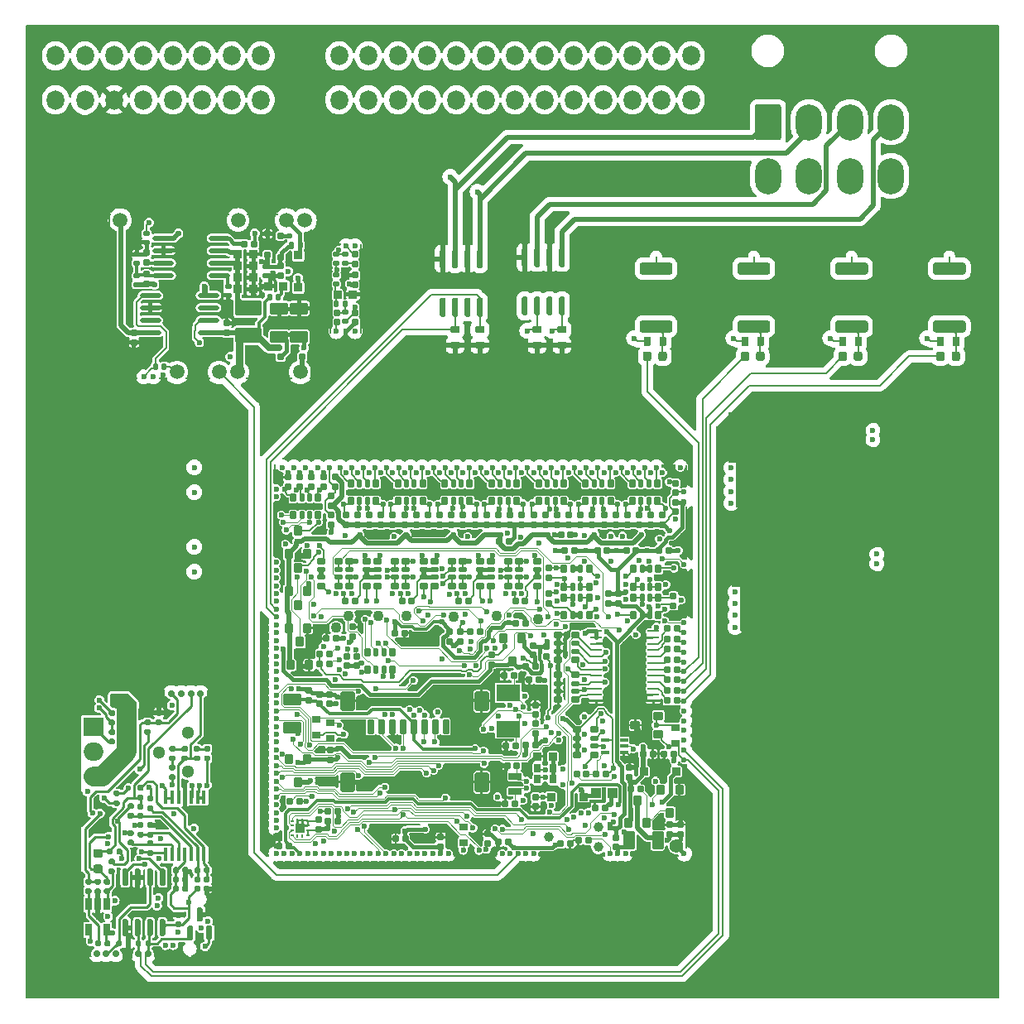
<source format=gbl>
G75*
G70*
%OFA0B0*%
%FSLAX25Y25*%
%IPPOS*%
%LPD*%
%AMOC8*
5,1,8,0,0,1.08239X$1,22.5*
%
%AMM148*
21,1,0.035430,0.030320,-0.000000,-0.000000,270.000000*
21,1,0.028350,0.037400,-0.000000,-0.000000,270.000000*
1,1,0.007090,-0.015160,-0.014170*
1,1,0.007090,-0.015160,0.014170*
1,1,0.007090,0.015160,0.014170*
1,1,0.007090,0.015160,-0.014170*
%
%AMM154*
21,1,0.027560,0.018900,-0.000000,-0.000000,0.000000*
21,1,0.022840,0.023620,-0.000000,-0.000000,0.000000*
1,1,0.004720,0.011420,-0.009450*
1,1,0.004720,-0.011420,-0.009450*
1,1,0.004720,-0.011420,0.009450*
1,1,0.004720,0.011420,0.009450*
%
%AMM157*
21,1,0.025590,0.026380,-0.000000,-0.000000,270.000000*
21,1,0.020470,0.031500,-0.000000,-0.000000,270.000000*
1,1,0.005120,-0.013190,-0.010240*
1,1,0.005120,-0.013190,0.010240*
1,1,0.005120,0.013190,0.010240*
1,1,0.005120,0.013190,-0.010240*
%
%AMM158*
21,1,0.017720,0.027950,-0.000000,-0.000000,270.000000*
21,1,0.014170,0.031500,-0.000000,-0.000000,270.000000*
1,1,0.003540,-0.013980,-0.007090*
1,1,0.003540,-0.013980,0.007090*
1,1,0.003540,0.013980,0.007090*
1,1,0.003540,0.013980,-0.007090*
%
%AMM160*
21,1,0.012600,0.028980,-0.000000,-0.000000,270.000000*
21,1,0.010080,0.031500,-0.000000,-0.000000,270.000000*
1,1,0.002520,-0.014490,-0.005040*
1,1,0.002520,-0.014490,0.005040*
1,1,0.002520,0.014490,0.005040*
1,1,0.002520,0.014490,-0.005040*
%
%AMM163*
21,1,0.027560,0.018900,-0.000000,-0.000000,270.000000*
21,1,0.022840,0.023620,-0.000000,-0.000000,270.000000*
1,1,0.004720,-0.009450,-0.011420*
1,1,0.004720,-0.009450,0.011420*
1,1,0.004720,0.009450,0.011420*
1,1,0.004720,0.009450,-0.011420*
%
%AMM180*
21,1,0.033470,0.026770,-0.000000,-0.000000,0.000000*
21,1,0.026770,0.033470,-0.000000,-0.000000,0.000000*
1,1,0.006690,0.013390,-0.013390*
1,1,0.006690,-0.013390,-0.013390*
1,1,0.006690,-0.013390,0.013390*
1,1,0.006690,0.013390,0.013390*
%
%AMM181*
21,1,0.035430,0.030320,-0.000000,-0.000000,0.000000*
21,1,0.028350,0.037400,-0.000000,-0.000000,0.000000*
1,1,0.007090,0.014170,-0.015160*
1,1,0.007090,-0.014170,-0.015160*
1,1,0.007090,-0.014170,0.015160*
1,1,0.007090,0.014170,0.015160*
%
%AMM182*
21,1,0.035830,0.026770,-0.000000,-0.000000,180.000000*
21,1,0.029130,0.033470,-0.000000,-0.000000,180.000000*
1,1,0.006690,-0.014570,0.013390*
1,1,0.006690,0.014570,0.013390*
1,1,0.006690,0.014570,-0.013390*
1,1,0.006690,-0.014570,-0.013390*
%
%AMM183*
21,1,0.070870,0.036220,-0.000000,-0.000000,180.000000*
21,1,0.061810,0.045280,-0.000000,-0.000000,180.000000*
1,1,0.009060,-0.030910,0.018110*
1,1,0.009060,0.030910,0.018110*
1,1,0.009060,0.030910,-0.018110*
1,1,0.009060,-0.030910,-0.018110*
%
%AMM184*
21,1,0.059060,0.020470,-0.000000,-0.000000,270.000000*
21,1,0.053940,0.025590,-0.000000,-0.000000,270.000000*
1,1,0.005120,-0.010240,-0.026970*
1,1,0.005120,-0.010240,0.026970*
1,1,0.005120,0.010240,0.026970*
1,1,0.005120,0.010240,-0.026970*
%
%AMM185*
21,1,0.078740,0.045670,-0.000000,-0.000000,270.000000*
21,1,0.067320,0.057090,-0.000000,-0.000000,270.000000*
1,1,0.011420,-0.022840,-0.033660*
1,1,0.011420,-0.022840,0.033660*
1,1,0.011420,0.022840,0.033660*
1,1,0.011420,0.022840,-0.033660*
%
%AMM186*
21,1,0.025590,0.026380,-0.000000,-0.000000,180.000000*
21,1,0.020470,0.031500,-0.000000,-0.000000,180.000000*
1,1,0.005120,-0.010240,0.013190*
1,1,0.005120,0.010240,0.013190*
1,1,0.005120,0.010240,-0.013190*
1,1,0.005120,-0.010240,-0.013190*
%
%AMM187*
21,1,0.017720,0.027950,-0.000000,-0.000000,180.000000*
21,1,0.014170,0.031500,-0.000000,-0.000000,180.000000*
1,1,0.003540,-0.007090,0.013980*
1,1,0.003540,0.007090,0.013980*
1,1,0.003540,0.007090,-0.013980*
1,1,0.003540,-0.007090,-0.013980*
%
%AMM188*
21,1,0.027560,0.030710,-0.000000,-0.000000,270.000000*
21,1,0.022050,0.036220,-0.000000,-0.000000,270.000000*
1,1,0.005510,-0.015350,-0.011020*
1,1,0.005510,-0.015350,0.011020*
1,1,0.005510,0.015350,0.011020*
1,1,0.005510,0.015350,-0.011020*
%
%AMM189*
21,1,0.027560,0.049610,-0.000000,-0.000000,90.000000*
21,1,0.022050,0.055120,-0.000000,-0.000000,90.000000*
1,1,0.005510,0.024800,0.011020*
1,1,0.005510,0.024800,-0.011020*
1,1,0.005510,-0.024800,-0.011020*
1,1,0.005510,-0.024800,0.011020*
%
%AMM190*
21,1,0.027560,0.030710,-0.000000,-0.000000,180.000000*
21,1,0.022050,0.036220,-0.000000,-0.000000,180.000000*
1,1,0.005510,-0.011020,0.015350*
1,1,0.005510,0.011020,0.015350*
1,1,0.005510,0.011020,-0.015350*
1,1,0.005510,-0.011020,-0.015350*
%
%AMM191*
21,1,0.070870,0.036220,-0.000000,-0.000000,270.000000*
21,1,0.061810,0.045280,-0.000000,-0.000000,270.000000*
1,1,0.009060,-0.018110,-0.030910*
1,1,0.009060,-0.018110,0.030910*
1,1,0.009060,0.018110,0.030910*
1,1,0.009060,0.018110,-0.030910*
%
%AMM226*
21,1,0.023620,0.018900,0.000000,-0.000000,90.000000*
21,1,0.018900,0.023620,0.000000,-0.000000,90.000000*
1,1,0.004720,0.009450,0.009450*
1,1,0.004720,0.009450,-0.009450*
1,1,0.004720,-0.009450,-0.009450*
1,1,0.004720,-0.009450,0.009450*
%
%AMM227*
21,1,0.019680,0.019680,0.000000,-0.000000,180.000000*
21,1,0.015750,0.023620,0.000000,-0.000000,180.000000*
1,1,0.003940,-0.007870,0.009840*
1,1,0.003940,0.007870,0.009840*
1,1,0.003940,0.007870,-0.009840*
1,1,0.003940,-0.007870,-0.009840*
%
%AMM228*
21,1,0.033470,0.026770,0.000000,-0.000000,180.000000*
21,1,0.026770,0.033470,0.000000,-0.000000,180.000000*
1,1,0.006690,-0.013390,0.013390*
1,1,0.006690,0.013390,0.013390*
1,1,0.006690,0.013390,-0.013390*
1,1,0.006690,-0.013390,-0.013390*
%
%AMM229*
21,1,0.019680,0.019680,0.000000,-0.000000,270.000000*
21,1,0.015750,0.023620,0.000000,-0.000000,270.000000*
1,1,0.003940,-0.009840,-0.007870*
1,1,0.003940,-0.009840,0.007870*
1,1,0.003940,0.009840,0.007870*
1,1,0.003940,0.009840,-0.007870*
%
%AMM289*
21,1,0.035830,0.026770,0.000000,-0.000000,270.000000*
21,1,0.029130,0.033470,0.000000,-0.000000,270.000000*
1,1,0.006690,-0.013390,-0.014570*
1,1,0.006690,-0.013390,0.014570*
1,1,0.006690,0.013390,0.014570*
1,1,0.006690,0.013390,-0.014570*
%
%AMM290*
21,1,0.070870,0.036220,0.000000,-0.000000,0.000000*
21,1,0.061810,0.045280,0.000000,-0.000000,0.000000*
1,1,0.009060,0.030910,-0.018110*
1,1,0.009060,-0.030910,-0.018110*
1,1,0.009060,-0.030910,0.018110*
1,1,0.009060,0.030910,0.018110*
%
%AMM293*
21,1,0.023620,0.018900,0.000000,-0.000000,0.000000*
21,1,0.018900,0.023620,0.000000,-0.000000,0.000000*
1,1,0.004720,0.009450,-0.009450*
1,1,0.004720,-0.009450,-0.009450*
1,1,0.004720,-0.009450,0.009450*
1,1,0.004720,0.009450,0.009450*
%
%AMM304*
21,1,0.023620,0.018900,0.000000,-0.000000,270.000000*
21,1,0.018900,0.023620,0.000000,-0.000000,270.000000*
1,1,0.004720,-0.009450,-0.009450*
1,1,0.004720,-0.009450,0.009450*
1,1,0.004720,0.009450,0.009450*
1,1,0.004720,0.009450,-0.009450*
%
%AMM305*
21,1,0.106300,0.050390,0.000000,-0.000000,0.000000*
21,1,0.093700,0.062990,0.000000,-0.000000,0.000000*
1,1,0.012600,0.046850,-0.025200*
1,1,0.012600,-0.046850,-0.025200*
1,1,0.012600,-0.046850,0.025200*
1,1,0.012600,0.046850,0.025200*
%
%AMM306*
21,1,0.122050,0.075590,0.000000,-0.000000,90.000000*
21,1,0.103150,0.094490,0.000000,-0.000000,90.000000*
1,1,0.018900,0.037800,0.051580*
1,1,0.018900,0.037800,-0.051580*
1,1,0.018900,-0.037800,-0.051580*
1,1,0.018900,-0.037800,0.051580*
%
%AMM307*
21,1,0.118110,0.083460,0.000000,-0.000000,270.000000*
21,1,0.097240,0.104330,0.000000,-0.000000,270.000000*
1,1,0.020870,-0.041730,-0.048620*
1,1,0.020870,-0.041730,0.048620*
1,1,0.020870,0.041730,0.048620*
1,1,0.020870,0.041730,-0.048620*
%
%ADD10O,0.07087X0.07874*%
%ADD11C,0.02362*%
%ADD12O,0.04823X0.00787*%
%ADD129R,0.03937X0.04331*%
%ADD13O,0.00787X0.36614*%
%ADD133R,0.01968X0.01968*%
%ADD134R,0.09449X0.06693*%
%ADD14R,0.00787X0.09055*%
%ADD141O,0.04961X0.00984*%
%ADD142R,0.00984X0.01378*%
%ADD143R,0.01378X0.00984*%
%ADD144R,0.01968X0.01176*%
%ADD15R,0.00787X0.21260*%
%ADD16R,0.00787X0.33858*%
%ADD17R,0.00787X0.19685*%
%ADD179C,0.05118*%
%ADD18R,0.05512X0.00787*%
%ADD19R,0.19685X0.00787*%
%ADD20R,0.26772X0.00787*%
%ADD21R,0.17717X0.00787*%
%ADD22R,0.00787X0.06299*%
%ADD23R,0.00787X0.22441*%
%ADD24R,0.00787X0.07874*%
%ADD25C,0.05906*%
%ADD26O,0.12992X0.00787*%
%ADD27O,0.40157X0.00787*%
%ADD28O,0.01181X0.00787*%
%ADD29O,0.00787X0.66929*%
%ADD30O,0.00787X0.60630*%
%ADD31O,0.18898X0.00787*%
%ADD313M148*%
%ADD319M154*%
%ADD32O,0.10236X0.00787*%
%ADD322M157*%
%ADD323M158*%
%ADD325M160*%
%ADD328M163*%
%ADD33O,0.03937X0.00787*%
%ADD34O,0.05906X0.00787*%
%ADD345M180*%
%ADD346M181*%
%ADD347M182*%
%ADD348M183*%
%ADD349M184*%
%ADD35C,0.02756*%
%ADD350M185*%
%ADD351M186*%
%ADD352M187*%
%ADD353M188*%
%ADD354M189*%
%ADD355M190*%
%ADD356M191*%
%ADD38R,0.04331X0.00984*%
%ADD39R,0.03858X0.00984*%
%ADD391M226*%
%ADD392M227*%
%ADD393M228*%
%ADD394M229*%
%ADD401R,0.07874X0.07500*%
%ADD402O,0.07874X0.07500*%
%ADD404R,0.01772X0.05709*%
%ADD405R,0.02559X0.04803*%
%ADD41R,0.00984X1.08661*%
%ADD413O,0.40158X0.00787*%
%ADD426O,0.08661X0.01968*%
%ADD43R,0.03740X0.00984*%
%ADD44O,0.10630X0.14567*%
%ADD45R,0.00984X0.24350*%
%ADD46R,0.00984X0.04390*%
%ADD464M289*%
%ADD465M290*%
%ADD468M293*%
%ADD47R,0.56201X0.00984*%
%ADD479M304*%
%ADD48R,0.59449X0.00984*%
%ADD480M305*%
%ADD481M306*%
%ADD482M307*%
%ADD49R,0.00984X0.20374*%
%ADD50C,0.03150*%
%ADD51C,0.01969*%
%ADD52C,0.00787*%
%ADD53C,0.07874*%
%ADD54C,0.01181*%
%ADD60R,0.24803X0.00984*%
%ADD61R,0.34449X0.00984*%
%ADD65C,0.00984*%
%ADD67C,0.01968*%
%ADD92C,0.00492*%
%ADD93C,0.01575*%
%ADD94C,0.03900*%
%ADD95C,0.04331*%
%ADD96C,0.05512*%
X0000000Y0000000D02*
%LPD*%
G01*
D10*
X0012945Y0362701D03*
X0024756Y0362701D03*
X0036567Y0362701D03*
X0048378Y0362701D03*
X0060189Y0362701D03*
X0072000Y0362701D03*
X0083811Y0362701D03*
X0095622Y0362701D03*
X0127118Y0362701D03*
X0138929Y0362701D03*
X0150740Y0362701D03*
X0162551Y0362701D03*
X0174362Y0362701D03*
X0186173Y0362701D03*
X0197984Y0362701D03*
X0209795Y0362701D03*
X0221606Y0362701D03*
X0233417Y0362701D03*
X0245228Y0362701D03*
X0257039Y0362701D03*
X0268850Y0362701D03*
X0268850Y0380417D03*
X0257039Y0380417D03*
X0245228Y0380417D03*
X0233417Y0380417D03*
X0221606Y0380417D03*
X0209795Y0380417D03*
X0197984Y0380417D03*
X0186173Y0380417D03*
X0174362Y0380417D03*
X0162551Y0380417D03*
X0150740Y0380417D03*
X0138929Y0380417D03*
X0127118Y0380417D03*
X0095622Y0380417D03*
X0083811Y0380417D03*
X0072000Y0380417D03*
X0060189Y0380417D03*
X0048378Y0380417D03*
X0036567Y0380417D03*
X0024756Y0380417D03*
X0012945Y0380417D03*
D11*
X0133488Y0269575D03*
D12*
X0125713Y0304614D03*
D13*
X0135850Y0286701D03*
X0123646Y0286701D03*
D11*
X0129748Y0269575D03*
X0126008Y0269575D03*
X0129945Y0303827D03*
X0133488Y0303827D03*
X0101874Y0069425D03*
X0101874Y0072575D03*
X0101874Y0075724D03*
X0101874Y0078874D03*
X0101874Y0082024D03*
X0101874Y0085173D03*
X0101874Y0088323D03*
X0101874Y0091472D03*
X0101874Y0094622D03*
X0101874Y0097772D03*
X0101874Y0100921D03*
X0101874Y0104071D03*
X0101874Y0107220D03*
X0101874Y0110370D03*
X0101874Y0113520D03*
X0101874Y0116669D03*
X0101874Y0119819D03*
X0101874Y0122969D03*
X0101874Y0126118D03*
X0101874Y0129268D03*
X0101874Y0132417D03*
X0101874Y0135567D03*
X0101874Y0138717D03*
X0101874Y0141866D03*
X0101874Y0145016D03*
X0101874Y0148165D03*
X0101874Y0151315D03*
X0101874Y0154465D03*
X0101874Y0157614D03*
X0101874Y0160764D03*
X0101874Y0163913D03*
X0101874Y0167063D03*
X0101874Y0170213D03*
X0101874Y0173362D03*
X0101874Y0176512D03*
X0101874Y0202890D03*
X0101874Y0206039D03*
D14*
X0266835Y0211354D03*
D15*
X0266835Y0188323D03*
D16*
X0266835Y0078087D03*
D17*
X0266835Y0163913D03*
D18*
X0259748Y0215488D03*
D19*
X0254236Y0058402D03*
D20*
X0220772Y0058402D03*
D21*
X0181992Y0058402D03*
D22*
X0101087Y0064307D03*
D23*
X0101087Y0189701D03*
D24*
X0101087Y0211945D03*
D11*
X0101874Y0059189D03*
X0105024Y0059189D03*
X0108173Y0059189D03*
X0111323Y0059189D03*
X0114472Y0059189D03*
X0117622Y0059189D03*
X0120772Y0059189D03*
X0123921Y0059189D03*
X0127071Y0059189D03*
X0130220Y0059189D03*
X0133370Y0059189D03*
X0136520Y0059189D03*
X0139669Y0059189D03*
X0142819Y0059189D03*
X0145968Y0059189D03*
X0149118Y0059189D03*
X0152268Y0059189D03*
X0155417Y0059189D03*
X0158567Y0059189D03*
X0161717Y0059189D03*
X0164866Y0059189D03*
X0168016Y0059189D03*
X0171165Y0059189D03*
X0192819Y0059189D03*
X0195968Y0059189D03*
X0199118Y0059189D03*
X0202268Y0059189D03*
X0205417Y0059189D03*
X0236126Y0059189D03*
X0239276Y0059189D03*
X0242425Y0059189D03*
X0266047Y0059189D03*
X0104236Y0214701D03*
X0108961Y0214701D03*
X0113685Y0214701D03*
X0118409Y0214701D03*
X0123134Y0214701D03*
X0127465Y0214701D03*
X0132189Y0214701D03*
X0136913Y0214701D03*
X0141638Y0214701D03*
X0146362Y0214701D03*
X0151087Y0214701D03*
X0155811Y0214701D03*
X0160535Y0214701D03*
X0165260Y0214701D03*
X0169984Y0214701D03*
X0174709Y0214701D03*
X0179433Y0214701D03*
X0184157Y0214701D03*
X0188882Y0214701D03*
X0193606Y0214701D03*
X0198331Y0214701D03*
X0203055Y0214701D03*
X0207780Y0214701D03*
X0212504Y0214701D03*
X0217228Y0214701D03*
X0221953Y0214701D03*
X0226677Y0214701D03*
X0231402Y0214701D03*
X0236126Y0214701D03*
X0240850Y0214701D03*
X0245575Y0214701D03*
X0250299Y0214701D03*
X0255024Y0214701D03*
X0264472Y0214701D03*
X0266047Y0204858D03*
X0266047Y0200921D03*
X0266047Y0175724D03*
X0266047Y0152102D03*
X0266047Y0148165D03*
X0266047Y0144228D03*
X0266047Y0140291D03*
X0266047Y0136354D03*
X0266047Y0132417D03*
X0266047Y0128480D03*
X0266047Y0124543D03*
X0266047Y0120606D03*
X0266047Y0116669D03*
X0266047Y0112732D03*
X0266047Y0108795D03*
X0266047Y0104858D03*
X0266047Y0100921D03*
X0266047Y0096984D03*
D25*
X0111425Y0253118D03*
X0086228Y0253118D03*
X0078748Y0253118D03*
X0061819Y0253118D03*
D11*
X0052370Y0251346D03*
X0048433Y0251346D03*
D26*
X0096268Y0316701D03*
D27*
X0062803Y0316701D03*
D28*
X0034850Y0316701D03*
D29*
X0034654Y0283630D03*
D30*
X0115756Y0280480D03*
D25*
X0037213Y0253118D03*
D28*
X0115559Y0250559D03*
D31*
X0099024Y0250559D03*
D32*
X0070087Y0250559D03*
D33*
X0056307Y0250559D03*
D34*
X0043315Y0250559D03*
D25*
X0113197Y0314142D03*
X0105913Y0314142D03*
X0086425Y0314142D03*
X0038984Y0314142D03*
D35*
X0071354Y0123591D03*
X0059543Y0123591D03*
X0063480Y0123591D03*
X0067417Y0123591D03*
D38*
X0024701Y0017390D03*
D39*
X0041787Y0017390D03*
D60*
X0065252Y0017390D03*
D41*
X0023028Y0071228D03*
X0077161Y0071228D03*
D61*
X0039760Y0125067D03*
D43*
X0075783Y0125067D03*
D35*
X0033362Y0018901D03*
X0037299Y0018901D03*
X0050276Y0018901D03*
X0046276Y0018901D03*
X0029425Y0018901D03*
G36*
G01*
X0294465Y0347402D02*
X0294465Y0360000D01*
G75*
G02*
X0295449Y0360984I0000984J0000000D01*
G01*
X0304110Y0360984D01*
G75*
G02*
X0305094Y0360000I0000000J-000984D01*
G01*
X0305094Y0347402D01*
G75*
G02*
X0304110Y0346417I-000984J0000000D01*
G01*
X0295449Y0346417D01*
G75*
G02*
X0294465Y0347402I0000000J0000984D01*
G01*
G37*
D44*
X0316315Y0353701D03*
X0332850Y0353701D03*
X0349386Y0353701D03*
X0299780Y0332047D03*
X0316315Y0332047D03*
X0332850Y0332047D03*
X0349386Y0332047D03*
D11*
X0286638Y0159821D03*
X0286638Y0164545D03*
X0286638Y0155096D03*
X0286638Y0150372D03*
D45*
X0344315Y0160874D03*
D46*
X0344315Y0184693D03*
D47*
X0316707Y0149191D03*
D48*
X0315083Y0186396D03*
D49*
X0285850Y0176701D03*
D11*
X0343429Y0175805D03*
X0343429Y0179742D03*
X0285059Y0209780D03*
X0285059Y0214504D03*
X0285059Y0205055D03*
X0285059Y0200331D03*
D45*
X0342736Y0210833D03*
D46*
X0342736Y0234652D03*
D47*
X0315128Y0199150D03*
D48*
X0313504Y0236354D03*
D49*
X0284272Y0226659D03*
D11*
X0341850Y0225764D03*
X0341850Y0229701D03*
G36*
G01*
X0289148Y0263898D02*
X0289148Y0266969D01*
G75*
G02*
X0289423Y0267244I0000276J0000000D01*
G01*
X0291628Y0267244D01*
G75*
G02*
X0291904Y0266969I0000000J-000276D01*
G01*
X0291904Y0263898D01*
G75*
G02*
X0291628Y0263622I-000276J0000000D01*
G01*
X0289423Y0263622D01*
G75*
G02*
X0289148Y0263898I0000000J0000276D01*
G01*
G37*
G36*
G01*
X0295447Y0263898D02*
X0295447Y0266969D01*
G75*
G02*
X0295722Y0267244I0000276J0000000D01*
G01*
X0297927Y0267244D01*
G75*
G02*
X0298203Y0266969I0000000J-000276D01*
G01*
X0298203Y0263898D01*
G75*
G02*
X0297927Y0263622I-000276J0000000D01*
G01*
X0295722Y0263622D01*
G75*
G02*
X0295447Y0263898I0000000J0000276D01*
G01*
G37*
G36*
G01*
X0378461Y0269002D02*
X0367240Y0269002D01*
G75*
G02*
X0366256Y0269986I0000000J0000984D01*
G01*
X0366256Y0272841D01*
G75*
G02*
X0367240Y0273825I0000984J0000000D01*
G01*
X0378461Y0273825D01*
G75*
G02*
X0379445Y0272841I0000000J-000984D01*
G01*
X0379445Y0269986D01*
G75*
G02*
X0378461Y0269002I-000984J0000000D01*
G01*
G37*
G36*
G01*
X0378461Y0292329D02*
X0367240Y0292329D01*
G75*
G02*
X0366256Y0293313I0000000J0000984D01*
G01*
X0366256Y0296167D01*
G75*
G02*
X0367240Y0297152I0000984J0000000D01*
G01*
X0378461Y0297152D01*
G75*
G02*
X0379445Y0296167I0000000J-000984D01*
G01*
X0379445Y0293313D01*
G75*
G02*
X0378461Y0292329I-000984J0000000D01*
G01*
G37*
G36*
G01*
X0337819Y0260442D02*
X0337819Y0258424D01*
G75*
G02*
X0336958Y0257563I-000861J0000000D01*
G01*
X0335235Y0257563D01*
G75*
G02*
X0334374Y0258424I0000000J0000861D01*
G01*
X0334374Y0260442D01*
G75*
G02*
X0335235Y0261303I0000861J0000000D01*
G01*
X0336958Y0261303D01*
G75*
G02*
X0337819Y0260442I0000000J-000861D01*
G01*
G37*
G36*
G01*
X0331618Y0260442D02*
X0331618Y0258424D01*
G75*
G02*
X0330757Y0257563I-000861J0000000D01*
G01*
X0329034Y0257563D01*
G75*
G02*
X0328173Y0258424I0000000J0000861D01*
G01*
X0328173Y0260442D01*
G75*
G02*
X0329034Y0261303I0000861J0000000D01*
G01*
X0330757Y0261303D01*
G75*
G02*
X0331618Y0260442I0000000J-000861D01*
G01*
G37*
G36*
G01*
X0299720Y0269002D02*
X0288500Y0269002D01*
G75*
G02*
X0287516Y0269986I0000000J0000984D01*
G01*
X0287516Y0272841D01*
G75*
G02*
X0288500Y0273825I0000984J0000000D01*
G01*
X0299720Y0273825D01*
G75*
G02*
X0300705Y0272841I0000000J-000984D01*
G01*
X0300705Y0269986D01*
G75*
G02*
X0299720Y0269002I-000984J0000000D01*
G01*
G37*
G36*
G01*
X0299720Y0292329D02*
X0288500Y0292329D01*
G75*
G02*
X0287516Y0293313I0000000J0000984D01*
G01*
X0287516Y0296167D01*
G75*
G02*
X0288500Y0297152I0000984J0000000D01*
G01*
X0299720Y0297152D01*
G75*
G02*
X0300705Y0296167I0000000J-000984D01*
G01*
X0300705Y0293313D01*
G75*
G02*
X0299720Y0292329I-000984J0000000D01*
G01*
G37*
G36*
G01*
X0175386Y0262535D02*
X0172315Y0262535D01*
G75*
G02*
X0172039Y0262811I0000000J0000276D01*
G01*
X0172039Y0265016D01*
G75*
G02*
X0172315Y0265291I0000276J0000000D01*
G01*
X0175386Y0265291D01*
G75*
G02*
X0175661Y0265016I0000000J-000276D01*
G01*
X0175661Y0262811D01*
G75*
G02*
X0175386Y0262535I-000276J0000000D01*
G01*
G37*
G36*
G01*
X0175386Y0268835D02*
X0172315Y0268835D01*
G75*
G02*
X0172039Y0269110I0000000J0000276D01*
G01*
X0172039Y0271315D01*
G75*
G02*
X0172315Y0271591I0000276J0000000D01*
G01*
X0175386Y0271591D01*
G75*
G02*
X0175661Y0271315I0000000J-000276D01*
G01*
X0175661Y0269110D01*
G75*
G02*
X0175386Y0268835I-000276J0000000D01*
G01*
G37*
G36*
G01*
X0208386Y0262535D02*
X0205315Y0262535D01*
G75*
G02*
X0205039Y0262811I0000000J0000276D01*
G01*
X0205039Y0265016D01*
G75*
G02*
X0205315Y0265291I0000276J0000000D01*
G01*
X0208386Y0265291D01*
G75*
G02*
X0208661Y0265016I0000000J-000276D01*
G01*
X0208661Y0262811D01*
G75*
G02*
X0208386Y0262535I-000276J0000000D01*
G01*
G37*
G36*
G01*
X0208386Y0268835D02*
X0205315Y0268835D01*
G75*
G02*
X0205039Y0269110I0000000J0000276D01*
G01*
X0205039Y0271315D01*
G75*
G02*
X0205315Y0271591I0000276J0000000D01*
G01*
X0208386Y0271591D01*
G75*
G02*
X0208661Y0271315I0000000J-000276D01*
G01*
X0208661Y0269110D01*
G75*
G02*
X0208386Y0268835I-000276J0000000D01*
G01*
G37*
G36*
G01*
X0260350Y0269002D02*
X0249130Y0269002D01*
G75*
G02*
X0248146Y0269986I0000000J0000984D01*
G01*
X0248146Y0272841D01*
G75*
G02*
X0249130Y0273825I0000984J0000000D01*
G01*
X0260350Y0273825D01*
G75*
G02*
X0261335Y0272841I0000000J-000984D01*
G01*
X0261335Y0269986D01*
G75*
G02*
X0260350Y0269002I-000984J0000000D01*
G01*
G37*
G36*
G01*
X0260350Y0292329D02*
X0249130Y0292329D01*
G75*
G02*
X0248146Y0293313I0000000J0000984D01*
G01*
X0248146Y0296167D01*
G75*
G02*
X0249130Y0297152I0000984J0000000D01*
G01*
X0260350Y0297152D01*
G75*
G02*
X0261335Y0296167I0000000J-000984D01*
G01*
X0261335Y0293313D01*
G75*
G02*
X0260350Y0292329I-000984J0000000D01*
G01*
G37*
G36*
G01*
X0218386Y0262535D02*
X0215315Y0262535D01*
G75*
G02*
X0215039Y0262811I0000000J0000276D01*
G01*
X0215039Y0265016D01*
G75*
G02*
X0215315Y0265291I0000276J0000000D01*
G01*
X0218386Y0265291D01*
G75*
G02*
X0218661Y0265016I0000000J-000276D01*
G01*
X0218661Y0262811D01*
G75*
G02*
X0218386Y0262535I-000276J0000000D01*
G01*
G37*
G36*
G01*
X0218386Y0268835D02*
X0215315Y0268835D01*
G75*
G02*
X0215039Y0269110I0000000J0000276D01*
G01*
X0215039Y0271315D01*
G75*
G02*
X0215315Y0271591I0000276J0000000D01*
G01*
X0218386Y0271591D01*
G75*
G02*
X0218661Y0271315I0000000J-000276D01*
G01*
X0218661Y0269110D01*
G75*
G02*
X0218386Y0268835I-000276J0000000D01*
G01*
G37*
G36*
G01*
X0185386Y0262535D02*
X0182315Y0262535D01*
G75*
G02*
X0182039Y0262811I0000000J0000276D01*
G01*
X0182039Y0265016D01*
G75*
G02*
X0182315Y0265291I0000276J0000000D01*
G01*
X0185386Y0265291D01*
G75*
G02*
X0185661Y0265016I0000000J-000276D01*
G01*
X0185661Y0262811D01*
G75*
G02*
X0185386Y0262535I-000276J0000000D01*
G01*
G37*
G36*
G01*
X0185386Y0268835D02*
X0182315Y0268835D01*
G75*
G02*
X0182039Y0269110I0000000J0000276D01*
G01*
X0182039Y0271315D01*
G75*
G02*
X0182315Y0271591I0000276J0000000D01*
G01*
X0185386Y0271591D01*
G75*
G02*
X0185661Y0271315I0000000J-000276D01*
G01*
X0185661Y0269110D01*
G75*
G02*
X0185386Y0268835I-000276J0000000D01*
G01*
G37*
G36*
G01*
X0249778Y0263898D02*
X0249778Y0266969D01*
G75*
G02*
X0250053Y0267244I0000276J0000000D01*
G01*
X0252258Y0267244D01*
G75*
G02*
X0252533Y0266969I0000000J-000276D01*
G01*
X0252533Y0263898D01*
G75*
G02*
X0252258Y0263622I-000276J0000000D01*
G01*
X0250053Y0263622D01*
G75*
G02*
X0249778Y0263898I0000000J0000276D01*
G01*
G37*
G36*
G01*
X0256077Y0263898D02*
X0256077Y0266969D01*
G75*
G02*
X0256352Y0267244I0000276J0000000D01*
G01*
X0258557Y0267244D01*
G75*
G02*
X0258833Y0266969I0000000J-000276D01*
G01*
X0258833Y0263898D01*
G75*
G02*
X0258557Y0263622I-000276J0000000D01*
G01*
X0256352Y0263622D01*
G75*
G02*
X0256077Y0263898I0000000J0000276D01*
G01*
G37*
G36*
G01*
X0184441Y0275374D02*
X0183260Y0275374D01*
G75*
G02*
X0182669Y0275965I0000000J0000591D01*
G01*
X0182669Y0282461D01*
G75*
G02*
X0183260Y0283051I0000591J0000000D01*
G01*
X0184441Y0283051D01*
G75*
G02*
X0185031Y0282461I0000000J-000591D01*
G01*
X0185031Y0275965D01*
G75*
G02*
X0184441Y0275374I-000591J0000000D01*
G01*
G37*
G36*
G01*
X0179441Y0275374D02*
X0178260Y0275374D01*
G75*
G02*
X0177669Y0275965I0000000J0000591D01*
G01*
X0177669Y0282461D01*
G75*
G02*
X0178260Y0283051I0000591J0000000D01*
G01*
X0179441Y0283051D01*
G75*
G02*
X0180031Y0282461I0000000J-000591D01*
G01*
X0180031Y0275965D01*
G75*
G02*
X0179441Y0275374I-000591J0000000D01*
G01*
G37*
G36*
G01*
X0174441Y0275374D02*
X0173260Y0275374D01*
G75*
G02*
X0172669Y0275965I0000000J0000591D01*
G01*
X0172669Y0282461D01*
G75*
G02*
X0173260Y0283051I0000591J0000000D01*
G01*
X0174441Y0283051D01*
G75*
G02*
X0175031Y0282461I0000000J-000591D01*
G01*
X0175031Y0275965D01*
G75*
G02*
X0174441Y0275374I-000591J0000000D01*
G01*
G37*
G36*
G01*
X0169441Y0275374D02*
X0168260Y0275374D01*
G75*
G02*
X0167669Y0275965I0000000J0000591D01*
G01*
X0167669Y0282461D01*
G75*
G02*
X0168260Y0283051I0000591J0000000D01*
G01*
X0169441Y0283051D01*
G75*
G02*
X0170031Y0282461I0000000J-000591D01*
G01*
X0170031Y0275965D01*
G75*
G02*
X0169441Y0275374I-000591J0000000D01*
G01*
G37*
G36*
G01*
X0169441Y0294862D02*
X0168260Y0294862D01*
G75*
G02*
X0167669Y0295453I0000000J0000591D01*
G01*
X0167669Y0301949D01*
G75*
G02*
X0168260Y0302539I0000591J0000000D01*
G01*
X0169441Y0302539D01*
G75*
G02*
X0170031Y0301949I0000000J-000591D01*
G01*
X0170031Y0295453D01*
G75*
G02*
X0169441Y0294862I-000591J0000000D01*
G01*
G37*
G36*
G01*
X0174441Y0294862D02*
X0173260Y0294862D01*
G75*
G02*
X0172669Y0295453I0000000J0000591D01*
G01*
X0172669Y0301949D01*
G75*
G02*
X0173260Y0302539I0000591J0000000D01*
G01*
X0174441Y0302539D01*
G75*
G02*
X0175031Y0301949I0000000J-000591D01*
G01*
X0175031Y0295453D01*
G75*
G02*
X0174441Y0294862I-000591J0000000D01*
G01*
G37*
G36*
G01*
X0179441Y0294862D02*
X0178260Y0294862D01*
G75*
G02*
X0177669Y0295453I0000000J0000591D01*
G01*
X0177669Y0301949D01*
G75*
G02*
X0178260Y0302539I0000591J0000000D01*
G01*
X0179441Y0302539D01*
G75*
G02*
X0180031Y0301949I0000000J-000591D01*
G01*
X0180031Y0295453D01*
G75*
G02*
X0179441Y0294862I-000591J0000000D01*
G01*
G37*
G36*
G01*
X0184441Y0294862D02*
X0183260Y0294862D01*
G75*
G02*
X0182669Y0295453I0000000J0000591D01*
G01*
X0182669Y0301949D01*
G75*
G02*
X0183260Y0302539I0000591J0000000D01*
G01*
X0184441Y0302539D01*
G75*
G02*
X0185031Y0301949I0000000J-000591D01*
G01*
X0185031Y0295453D01*
G75*
G02*
X0184441Y0294862I-000591J0000000D01*
G01*
G37*
G36*
G01*
X0328518Y0263898D02*
X0328518Y0266969D01*
G75*
G02*
X0328793Y0267244I0000276J0000000D01*
G01*
X0330998Y0267244D01*
G75*
G02*
X0331274Y0266969I0000000J-000276D01*
G01*
X0331274Y0263898D01*
G75*
G02*
X0330998Y0263622I-000276J0000000D01*
G01*
X0328793Y0263622D01*
G75*
G02*
X0328518Y0263898I0000000J0000276D01*
G01*
G37*
G36*
G01*
X0334817Y0263898D02*
X0334817Y0266969D01*
G75*
G02*
X0335093Y0267244I0000276J0000000D01*
G01*
X0337297Y0267244D01*
G75*
G02*
X0337573Y0266969I0000000J-000276D01*
G01*
X0337573Y0263898D01*
G75*
G02*
X0337297Y0263622I-000276J0000000D01*
G01*
X0335093Y0263622D01*
G75*
G02*
X0334817Y0263898I0000000J0000276D01*
G01*
G37*
G36*
G01*
X0367888Y0263898D02*
X0367888Y0266969D01*
G75*
G02*
X0368163Y0267244I0000276J0000000D01*
G01*
X0370368Y0267244D01*
G75*
G02*
X0370644Y0266969I0000000J-000276D01*
G01*
X0370644Y0263898D01*
G75*
G02*
X0370368Y0263622I-000276J0000000D01*
G01*
X0368163Y0263622D01*
G75*
G02*
X0367888Y0263898I0000000J0000276D01*
G01*
G37*
G36*
G01*
X0374187Y0263898D02*
X0374187Y0266969D01*
G75*
G02*
X0374463Y0267244I0000276J0000000D01*
G01*
X0376667Y0267244D01*
G75*
G02*
X0376943Y0266969I0000000J-000276D01*
G01*
X0376943Y0263898D01*
G75*
G02*
X0376667Y0263622I-000276J0000000D01*
G01*
X0374463Y0263622D01*
G75*
G02*
X0374187Y0263898I0000000J0000276D01*
G01*
G37*
G36*
G01*
X0377189Y0260442D02*
X0377189Y0258424D01*
G75*
G02*
X0376328Y0257563I-000861J0000000D01*
G01*
X0374605Y0257563D01*
G75*
G02*
X0373744Y0258424I0000000J0000861D01*
G01*
X0373744Y0260442D01*
G75*
G02*
X0374605Y0261303I0000861J0000000D01*
G01*
X0376328Y0261303D01*
G75*
G02*
X0377189Y0260442I0000000J-000861D01*
G01*
G37*
G36*
G01*
X0370988Y0260442D02*
X0370988Y0258424D01*
G75*
G02*
X0370127Y0257563I-000861J0000000D01*
G01*
X0368405Y0257563D01*
G75*
G02*
X0367543Y0258424I0000000J0000861D01*
G01*
X0367543Y0260442D01*
G75*
G02*
X0368405Y0261303I0000861J0000000D01*
G01*
X0370127Y0261303D01*
G75*
G02*
X0370988Y0260442I0000000J-000861D01*
G01*
G37*
G36*
G01*
X0339091Y0269002D02*
X0327870Y0269002D01*
G75*
G02*
X0326886Y0269986I0000000J0000984D01*
G01*
X0326886Y0272841D01*
G75*
G02*
X0327870Y0273825I0000984J0000000D01*
G01*
X0339091Y0273825D01*
G75*
G02*
X0340075Y0272841I0000000J-000984D01*
G01*
X0340075Y0269986D01*
G75*
G02*
X0339091Y0269002I-000984J0000000D01*
G01*
G37*
G36*
G01*
X0339091Y0292329D02*
X0327870Y0292329D01*
G75*
G02*
X0326886Y0293313I0000000J0000984D01*
G01*
X0326886Y0296167D01*
G75*
G02*
X0327870Y0297152I0000984J0000000D01*
G01*
X0339091Y0297152D01*
G75*
G02*
X0340075Y0296167I0000000J-000984D01*
G01*
X0340075Y0293313D01*
G75*
G02*
X0339091Y0292329I-000984J0000000D01*
G01*
G37*
G36*
G01*
X0259079Y0260442D02*
X0259079Y0258424D01*
G75*
G02*
X0258218Y0257563I-000861J0000000D01*
G01*
X0256495Y0257563D01*
G75*
G02*
X0255634Y0258424I0000000J0000861D01*
G01*
X0255634Y0260442D01*
G75*
G02*
X0256495Y0261303I0000861J0000000D01*
G01*
X0258218Y0261303D01*
G75*
G02*
X0259079Y0260442I0000000J-000861D01*
G01*
G37*
G36*
G01*
X0252878Y0260442D02*
X0252878Y0258424D01*
G75*
G02*
X0252017Y0257563I-000861J0000000D01*
G01*
X0250294Y0257563D01*
G75*
G02*
X0249433Y0258424I0000000J0000861D01*
G01*
X0249433Y0260442D01*
G75*
G02*
X0250294Y0261303I0000861J0000000D01*
G01*
X0252017Y0261303D01*
G75*
G02*
X0252878Y0260442I0000000J-000861D01*
G01*
G37*
G36*
G01*
X0298449Y0260442D02*
X0298449Y0258424D01*
G75*
G02*
X0297588Y0257563I-000861J0000000D01*
G01*
X0295865Y0257563D01*
G75*
G02*
X0295004Y0258424I0000000J0000861D01*
G01*
X0295004Y0260442D01*
G75*
G02*
X0295865Y0261303I0000861J0000000D01*
G01*
X0297588Y0261303D01*
G75*
G02*
X0298449Y0260442I0000000J-000861D01*
G01*
G37*
G36*
G01*
X0292248Y0260442D02*
X0292248Y0258424D01*
G75*
G02*
X0291387Y0257563I-000861J0000000D01*
G01*
X0289664Y0257563D01*
G75*
G02*
X0288803Y0258424I0000000J0000861D01*
G01*
X0288803Y0260442D01*
G75*
G02*
X0289664Y0261303I0000861J0000000D01*
G01*
X0291387Y0261303D01*
G75*
G02*
X0292248Y0260442I0000000J-000861D01*
G01*
G37*
G36*
G01*
X0217441Y0275886D02*
X0216260Y0275886D01*
G75*
G02*
X0215669Y0276476I0000000J0000591D01*
G01*
X0215669Y0282972D01*
G75*
G02*
X0216260Y0283563I0000591J0000000D01*
G01*
X0217441Y0283563D01*
G75*
G02*
X0218031Y0282972I0000000J-000591D01*
G01*
X0218031Y0276476D01*
G75*
G02*
X0217441Y0275886I-000591J0000000D01*
G01*
G37*
G36*
G01*
X0212441Y0275886D02*
X0211260Y0275886D01*
G75*
G02*
X0210669Y0276476I0000000J0000591D01*
G01*
X0210669Y0282972D01*
G75*
G02*
X0211260Y0283563I0000591J0000000D01*
G01*
X0212441Y0283563D01*
G75*
G02*
X0213031Y0282972I0000000J-000591D01*
G01*
X0213031Y0276476D01*
G75*
G02*
X0212441Y0275886I-000591J0000000D01*
G01*
G37*
G36*
G01*
X0207441Y0275886D02*
X0206260Y0275886D01*
G75*
G02*
X0205669Y0276476I0000000J0000591D01*
G01*
X0205669Y0282972D01*
G75*
G02*
X0206260Y0283563I0000591J0000000D01*
G01*
X0207441Y0283563D01*
G75*
G02*
X0208031Y0282972I0000000J-000591D01*
G01*
X0208031Y0276476D01*
G75*
G02*
X0207441Y0275886I-000591J0000000D01*
G01*
G37*
G36*
G01*
X0202441Y0275886D02*
X0201260Y0275886D01*
G75*
G02*
X0200669Y0276476I0000000J0000591D01*
G01*
X0200669Y0282972D01*
G75*
G02*
X0201260Y0283563I0000591J0000000D01*
G01*
X0202441Y0283563D01*
G75*
G02*
X0203031Y0282972I0000000J-000591D01*
G01*
X0203031Y0276476D01*
G75*
G02*
X0202441Y0275886I-000591J0000000D01*
G01*
G37*
G36*
G01*
X0202441Y0295374D02*
X0201260Y0295374D01*
G75*
G02*
X0200669Y0295965I0000000J0000591D01*
G01*
X0200669Y0302461D01*
G75*
G02*
X0201260Y0303051I0000591J0000000D01*
G01*
X0202441Y0303051D01*
G75*
G02*
X0203031Y0302461I0000000J-000591D01*
G01*
X0203031Y0295965D01*
G75*
G02*
X0202441Y0295374I-000591J0000000D01*
G01*
G37*
G36*
G01*
X0207441Y0295374D02*
X0206260Y0295374D01*
G75*
G02*
X0205669Y0295965I0000000J0000591D01*
G01*
X0205669Y0302461D01*
G75*
G02*
X0206260Y0303051I0000591J0000000D01*
G01*
X0207441Y0303051D01*
G75*
G02*
X0208031Y0302461I0000000J-000591D01*
G01*
X0208031Y0295965D01*
G75*
G02*
X0207441Y0295374I-000591J0000000D01*
G01*
G37*
G36*
G01*
X0212441Y0295374D02*
X0211260Y0295374D01*
G75*
G02*
X0210669Y0295965I0000000J0000591D01*
G01*
X0210669Y0302461D01*
G75*
G02*
X0211260Y0303051I0000591J0000000D01*
G01*
X0212441Y0303051D01*
G75*
G02*
X0213031Y0302461I0000000J-000591D01*
G01*
X0213031Y0295965D01*
G75*
G02*
X0212441Y0295374I-000591J0000000D01*
G01*
G37*
G36*
G01*
X0217441Y0295374D02*
X0216260Y0295374D01*
G75*
G02*
X0215669Y0295965I0000000J0000591D01*
G01*
X0215669Y0302461D01*
G75*
G02*
X0216260Y0303051I0000591J0000000D01*
G01*
X0217441Y0303051D01*
G75*
G02*
X0218031Y0302461I0000000J-000591D01*
G01*
X0218031Y0295965D01*
G75*
G02*
X0217441Y0295374I-000591J0000000D01*
G01*
G37*
D11*
X0068780Y0204701D03*
X0068780Y0182701D03*
X0068780Y0172701D03*
X0068780Y0214701D03*
X0202850Y0269701D03*
X0212850Y0269701D03*
D50*
X0168850Y0305701D03*
X0201850Y0305701D03*
X0178850Y0305701D03*
X0211892Y0305701D03*
D11*
X0363850Y0266701D03*
X0324850Y0266701D03*
X0285850Y0266701D03*
X0245850Y0266701D03*
X0182850Y0325701D03*
X0171850Y0331701D03*
D52*
X0375467Y0259433D02*
X0375467Y0265335D01*
X0375565Y0265433D02*
X0375565Y0268699D01*
X0375467Y0265335D02*
X0375565Y0265433D01*
X0375565Y0268699D02*
X0372850Y0271413D01*
X0292272Y0247701D02*
X0344850Y0247701D01*
X0276575Y0131134D02*
X0276575Y0232004D01*
X0356583Y0259433D02*
X0369266Y0259433D01*
X0266047Y0120606D02*
X0276575Y0131134D01*
X0276575Y0232004D02*
X0292272Y0247701D01*
X0344850Y0247701D02*
X0356583Y0259433D01*
X0292850Y0252701D02*
X0323163Y0252701D01*
X0292850Y0252551D02*
X0292850Y0252701D01*
X0323163Y0252701D02*
X0329896Y0259433D01*
X0275000Y0234701D02*
X0292850Y0252551D01*
X0275000Y0133496D02*
X0275000Y0234701D01*
X0266047Y0124543D02*
X0275000Y0133496D01*
X0336096Y0259433D02*
X0336096Y0265335D01*
X0336195Y0265433D02*
X0336195Y0268699D01*
X0336195Y0268699D02*
X0333480Y0271413D01*
X0336096Y0265335D02*
X0336195Y0265433D01*
X0273425Y0135858D02*
X0273425Y0242333D01*
X0266047Y0128480D02*
X0273425Y0135858D01*
X0273425Y0242333D02*
X0290526Y0259433D01*
X0296726Y0259433D02*
X0296726Y0265335D01*
X0296825Y0265433D02*
X0296825Y0268699D01*
X0296726Y0265335D02*
X0296825Y0265433D01*
X0296825Y0268699D02*
X0294110Y0271413D01*
X0271850Y0138220D02*
X0271850Y0224701D01*
X0266047Y0132417D02*
X0271850Y0138220D01*
X0251156Y0245396D02*
X0251156Y0259433D01*
X0271850Y0224701D02*
X0251156Y0245396D01*
X0257356Y0265335D02*
X0257455Y0265433D01*
X0257455Y0268699D02*
X0254740Y0271413D01*
X0257356Y0259433D02*
X0257356Y0265335D01*
X0257455Y0265433D02*
X0257455Y0268699D01*
X0206850Y0270213D02*
X0203362Y0270213D01*
X0203362Y0270213D02*
X0202850Y0269701D01*
X0206850Y0270213D02*
X0206850Y0279724D01*
X0164382Y0284232D02*
X0182669Y0284232D01*
X0101874Y0154465D02*
X0101683Y0154465D01*
X0184850Y0270213D02*
X0184850Y0271213D01*
X0183850Y0283051D02*
X0183850Y0279213D01*
X0183850Y0270213D02*
X0183850Y0279213D01*
X0101683Y0154465D02*
X0097937Y0158211D01*
X0097937Y0217787D02*
X0164382Y0284232D01*
X0097937Y0158211D02*
X0097937Y0217787D01*
X0182669Y0284232D02*
X0183850Y0283051D01*
X0173850Y0270213D02*
X0152661Y0270213D01*
X0099512Y0217063D02*
X0099512Y0159785D01*
X0099512Y0159785D02*
X0101683Y0157614D01*
X0152661Y0270213D02*
X0099512Y0217063D01*
X0101683Y0157614D02*
X0101874Y0157614D01*
X0173850Y0270213D02*
X0173850Y0279213D01*
X0216850Y0270213D02*
X0213362Y0270213D01*
X0216850Y0270213D02*
X0216850Y0279724D01*
X0213362Y0270213D02*
X0212850Y0269701D01*
X0047390Y0013909D02*
X0051483Y0009815D01*
X0047390Y0017787D02*
X0047390Y0013909D01*
X0265217Y0009815D02*
X0281736Y0026334D01*
X0051483Y0009815D02*
X0265217Y0009815D01*
X0281736Y0085232D02*
X0266047Y0100921D01*
X0046276Y0018901D02*
X0047390Y0017787D01*
X0281736Y0026334D02*
X0281736Y0085232D01*
X0264483Y0011587D02*
X0279965Y0027068D01*
X0050276Y0018901D02*
X0049161Y0017787D01*
X0049161Y0017787D02*
X0049161Y0014643D01*
X0267479Y0096984D02*
X0266047Y0096984D01*
X0279965Y0084498D02*
X0267479Y0096984D01*
X0052217Y0011587D02*
X0264483Y0011587D01*
X0279965Y0027068D02*
X0279965Y0084498D01*
X0049161Y0014643D02*
X0052217Y0011587D01*
X0372850Y0294740D02*
X0372850Y0299701D01*
X0369266Y0265433D02*
X0365118Y0265433D01*
X0365118Y0265433D02*
X0363850Y0266701D01*
X0333480Y0294740D02*
X0333480Y0299701D01*
X0326118Y0265433D02*
X0324850Y0266701D01*
X0330266Y0265433D02*
X0326118Y0265433D01*
X0294110Y0294740D02*
X0294110Y0299701D01*
X0291266Y0265433D02*
X0287118Y0265433D01*
X0287118Y0265433D02*
X0285850Y0266701D01*
X0254740Y0299701D02*
X0254740Y0294740D01*
X0251266Y0265433D02*
X0247118Y0265433D01*
X0247118Y0265433D02*
X0245850Y0266701D01*
D51*
X0317850Y0320701D02*
X0323402Y0326252D01*
X0323402Y0344252D02*
X0332850Y0353701D01*
X0206850Y0315701D02*
X0211850Y0320701D01*
X0206850Y0299213D02*
X0206850Y0315701D01*
X0323402Y0326252D02*
X0323402Y0344252D01*
X0211850Y0320701D02*
X0317850Y0320701D01*
X0216850Y0299213D02*
X0216850Y0309701D01*
X0342299Y0320150D02*
X0342299Y0346614D01*
X0216850Y0309701D02*
X0221850Y0314701D01*
X0336850Y0314701D02*
X0342299Y0320150D01*
X0342299Y0346614D02*
X0349386Y0353701D01*
X0221850Y0314701D02*
X0336850Y0314701D01*
X0183850Y0322701D02*
X0183850Y0324701D01*
X0316315Y0350165D02*
X0307252Y0341102D01*
X0183850Y0322701D02*
X0183850Y0298701D01*
X0316315Y0353701D02*
X0316315Y0350165D01*
X0183850Y0324701D02*
X0182850Y0325701D01*
X0202252Y0341102D02*
X0183850Y0322701D01*
X0307252Y0341102D02*
X0202252Y0341102D01*
X0183850Y0298701D02*
X0183850Y0304701D01*
X0173850Y0326701D02*
X0173850Y0329701D01*
X0173850Y0326701D02*
X0194850Y0347701D01*
D35*
X0024756Y0362701D02*
X0024756Y0359795D01*
D51*
X0293780Y0347701D02*
X0299780Y0353701D01*
X0173850Y0329701D02*
X0171850Y0331701D01*
X0194850Y0347701D02*
X0293780Y0347701D01*
X0173850Y0298701D02*
X0173850Y0326701D01*
D52*
X0101850Y0050701D02*
X0092850Y0059701D01*
X0199118Y0058998D02*
X0190821Y0050701D01*
X0190821Y0050701D02*
X0101850Y0050701D01*
X0092850Y0239016D02*
X0078748Y0253118D01*
X0199118Y0059189D02*
X0199118Y0058998D01*
X0092850Y0059701D02*
X0092850Y0239016D01*
G36*
X0189673Y0058324D02*
G01*
X0189853Y0058116D01*
X0189870Y0058075D01*
X0189961Y0057813D01*
X0189999Y0057753D01*
X0190339Y0057212D01*
X0190841Y0056709D01*
X0191443Y0056332D01*
X0191884Y0056177D01*
X0191943Y0056156D01*
X0192167Y0055996D01*
X0192268Y0055740D01*
X0192215Y0055470D01*
X0192127Y0055350D01*
X0189985Y0053208D01*
X0189743Y0053076D01*
X0189640Y0053065D01*
X0103032Y0053065D01*
X0102768Y0053142D01*
X0102687Y0053208D01*
X0100572Y0055322D01*
X0100441Y0055564D01*
X0100460Y0055838D01*
X0100625Y0056058D01*
X0100883Y0056154D01*
X0101079Y0056128D01*
X0101168Y0056097D01*
X0101168Y0056097D01*
X0101168Y0056097D01*
X0101168Y0056097D01*
X0101168Y0056097D01*
X0101874Y0056017D01*
X0101874Y0056017D01*
X0101874Y0056017D01*
X0102580Y0056097D01*
X0102580Y0056097D01*
X0102580Y0056097D01*
X0103250Y0056332D01*
X0103250Y0056332D01*
X0103276Y0056341D01*
X0103279Y0056332D01*
X0103508Y0056370D01*
X0103620Y0056337D01*
X0103622Y0056341D01*
X0104318Y0056097D01*
X0104318Y0056097D01*
X0104318Y0056097D01*
X0104318Y0056097D01*
X0104318Y0056097D01*
X0105024Y0056017D01*
X0105024Y0056017D01*
X0105024Y0056017D01*
X0105729Y0056097D01*
X0105729Y0056097D01*
X0105729Y0056097D01*
X0105729Y0056097D01*
X0105729Y0056097D01*
X0106426Y0056341D01*
X0106429Y0056332D01*
X0106658Y0056370D01*
X0106770Y0056337D01*
X0106771Y0056341D01*
X0107467Y0056097D01*
X0107467Y0056097D01*
X0107467Y0056097D01*
X0107467Y0056097D01*
X0107468Y0056097D01*
X0108173Y0056017D01*
X0108173Y0056017D01*
X0108173Y0056017D01*
X0108879Y0056097D01*
X0108879Y0056097D01*
X0108879Y0056097D01*
X0108879Y0056097D01*
X0108879Y0056097D01*
X0109575Y0056341D01*
X0109578Y0056332D01*
X0109808Y0056370D01*
X0109920Y0056337D01*
X0109921Y0056341D01*
X0110617Y0056097D01*
X0110617Y0056097D01*
X0110617Y0056097D01*
X0110617Y0056097D01*
X0110617Y0056097D01*
X0111323Y0056017D01*
X0111323Y0056017D01*
X0111323Y0056017D01*
X0112029Y0056097D01*
X0112029Y0056097D01*
X0112029Y0056097D01*
X0112029Y0056097D01*
X0112029Y0056097D01*
X0112725Y0056341D01*
X0112728Y0056332D01*
X0112957Y0056370D01*
X0113069Y0056337D01*
X0113070Y0056341D01*
X0113767Y0056097D01*
X0113767Y0056097D01*
X0113767Y0056097D01*
X0113767Y0056097D01*
X0113767Y0056097D01*
X0114472Y0056017D01*
X0114472Y0056017D01*
X0114472Y0056017D01*
X0115178Y0056097D01*
X0115178Y0056097D01*
X0115178Y0056097D01*
X0115178Y0056097D01*
X0115178Y0056097D01*
X0115874Y0056341D01*
X0115877Y0056332D01*
X0116107Y0056370D01*
X0116219Y0056337D01*
X0116220Y0056341D01*
X0116916Y0056097D01*
X0116916Y0056097D01*
X0116916Y0056097D01*
X0116916Y0056097D01*
X0116916Y0056097D01*
X0117622Y0056017D01*
X0117622Y0056017D01*
X0117622Y0056017D01*
X0118328Y0056097D01*
X0118328Y0056097D01*
X0118328Y0056097D01*
X0118998Y0056332D01*
X0118998Y0056332D01*
X0119024Y0056341D01*
X0119027Y0056332D01*
X0119256Y0056370D01*
X0119368Y0056337D01*
X0119370Y0056341D01*
X0120066Y0056097D01*
X0120066Y0056097D01*
X0120772Y0056017D01*
X0120772Y0056017D01*
X0120772Y0056017D01*
X0121477Y0056097D01*
X0121477Y0056097D01*
X0121477Y0056097D01*
X0121477Y0056097D01*
X0121477Y0056097D01*
X0122174Y0056341D01*
X0122177Y0056332D01*
X0122406Y0056370D01*
X0122518Y0056337D01*
X0122519Y0056341D01*
X0123215Y0056097D01*
X0123216Y0056097D01*
X0123216Y0056097D01*
X0123216Y0056097D01*
X0123216Y0056097D01*
X0123921Y0056017D01*
X0123921Y0056017D01*
X0123921Y0056017D01*
X0124627Y0056097D01*
X0124627Y0056097D01*
X0124627Y0056097D01*
X0124627Y0056097D01*
X0124627Y0056097D01*
X0125323Y0056341D01*
X0125326Y0056332D01*
X0125556Y0056370D01*
X0125668Y0056337D01*
X0125669Y0056341D01*
X0126365Y0056097D01*
X0126365Y0056097D01*
X0126365Y0056097D01*
X0126365Y0056097D01*
X0126365Y0056097D01*
X0127071Y0056017D01*
X0127071Y0056017D01*
X0127071Y0056017D01*
X0127777Y0056097D01*
X0127777Y0056097D01*
X0127777Y0056097D01*
X0127777Y0056097D01*
X0127777Y0056097D01*
X0128473Y0056341D01*
X0128476Y0056332D01*
X0128705Y0056370D01*
X0128817Y0056337D01*
X0128819Y0056341D01*
X0129515Y0056097D01*
X0129515Y0056097D01*
X0129515Y0056097D01*
X0129515Y0056097D01*
X0129515Y0056097D01*
X0130220Y0056017D01*
X0130220Y0056017D01*
X0130220Y0056017D01*
X0130926Y0056097D01*
X0130926Y0056097D01*
X0130926Y0056097D01*
X0130926Y0056097D01*
X0130926Y0056097D01*
X0131622Y0056341D01*
X0131625Y0056332D01*
X0131855Y0056370D01*
X0131967Y0056337D01*
X0131968Y0056341D01*
X0132664Y0056097D01*
X0132664Y0056097D01*
X0132664Y0056097D01*
X0132664Y0056097D01*
X0132664Y0056097D01*
X0133370Y0056017D01*
X0133370Y0056017D01*
X0133370Y0056017D01*
X0134076Y0056097D01*
X0134076Y0056097D01*
X0134076Y0056097D01*
X0134076Y0056097D01*
X0134076Y0056097D01*
X0134772Y0056341D01*
X0134775Y0056332D01*
X0135004Y0056370D01*
X0135116Y0056337D01*
X0135118Y0056341D01*
X0135814Y0056097D01*
X0135814Y0056097D01*
X0135814Y0056097D01*
X0135814Y0056097D01*
X0135814Y0056097D01*
X0136520Y0056017D01*
X0136520Y0056017D01*
X0136520Y0056017D01*
X0137225Y0056097D01*
X0137225Y0056097D01*
X0137225Y0056097D01*
X0137225Y0056097D01*
X0137225Y0056097D01*
X0137922Y0056341D01*
X0137925Y0056332D01*
X0138154Y0056370D01*
X0138266Y0056337D01*
X0138267Y0056341D01*
X0138964Y0056097D01*
X0138964Y0056097D01*
X0138964Y0056097D01*
X0138964Y0056097D01*
X0138964Y0056097D01*
X0139669Y0056017D01*
X0139669Y0056017D01*
X0139669Y0056017D01*
X0140375Y0056097D01*
X0140375Y0056097D01*
X0140375Y0056097D01*
X0140375Y0056097D01*
X0140375Y0056097D01*
X0141071Y0056341D01*
X0141074Y0056332D01*
X0141304Y0056370D01*
X0141416Y0056337D01*
X0141417Y0056341D01*
X0142113Y0056097D01*
X0142113Y0056097D01*
X0142113Y0056097D01*
X0142113Y0056097D01*
X0142113Y0056097D01*
X0142819Y0056017D01*
X0142819Y0056017D01*
X0142819Y0056017D01*
X0143525Y0056097D01*
X0143525Y0056097D01*
X0143525Y0056097D01*
X0143525Y0056097D01*
X0143525Y0056097D01*
X0144221Y0056341D01*
X0144224Y0056332D01*
X0144453Y0056370D01*
X0144565Y0056337D01*
X0144567Y0056341D01*
X0145263Y0056097D01*
X0145263Y0056097D01*
X0145263Y0056097D01*
X0145263Y0056097D01*
X0145263Y0056097D01*
X0145968Y0056017D01*
X0145968Y0056017D01*
X0145969Y0056017D01*
X0146674Y0056097D01*
X0146674Y0056097D01*
X0146674Y0056097D01*
X0146674Y0056097D01*
X0146674Y0056097D01*
X0147370Y0056341D01*
X0147373Y0056332D01*
X0147603Y0056370D01*
X0147715Y0056337D01*
X0147716Y0056341D01*
X0148412Y0056097D01*
X0148412Y0056097D01*
X0148412Y0056097D01*
X0148412Y0056097D01*
X0148412Y0056097D01*
X0149118Y0056017D01*
X0149118Y0056017D01*
X0149118Y0056017D01*
X0149824Y0056097D01*
X0149824Y0056097D01*
X0149824Y0056097D01*
X0149824Y0056097D01*
X0149824Y0056097D01*
X0150520Y0056341D01*
X0150523Y0056332D01*
X0150752Y0056370D01*
X0150865Y0056337D01*
X0150866Y0056341D01*
X0151562Y0056097D01*
X0151562Y0056097D01*
X0151562Y0056097D01*
X0151562Y0056097D01*
X0151562Y0056097D01*
X0152268Y0056017D01*
X0152268Y0056017D01*
X0152268Y0056017D01*
X0152973Y0056097D01*
X0152973Y0056097D01*
X0152973Y0056097D01*
X0152973Y0056097D01*
X0152973Y0056097D01*
X0153670Y0056341D01*
X0153673Y0056332D01*
X0153902Y0056370D01*
X0154014Y0056337D01*
X0154015Y0056341D01*
X0154712Y0056097D01*
X0154712Y0056097D01*
X0154712Y0056097D01*
X0154712Y0056097D01*
X0154712Y0056097D01*
X0155417Y0056017D01*
X0155417Y0056017D01*
X0155417Y0056017D01*
X0156123Y0056097D01*
X0156123Y0056097D01*
X0156123Y0056097D01*
X0156793Y0056332D01*
X0156793Y0056332D01*
X0156819Y0056341D01*
X0156822Y0056332D01*
X0157052Y0056370D01*
X0157164Y0056337D01*
X0157165Y0056341D01*
X0157861Y0056097D01*
X0157861Y0056097D01*
X0158567Y0056017D01*
X0158567Y0056017D01*
X0158567Y0056017D01*
X0159273Y0056097D01*
X0159273Y0056097D01*
X0159273Y0056097D01*
X0159273Y0056097D01*
X0159273Y0056097D01*
X0159969Y0056341D01*
X0159972Y0056332D01*
X0160201Y0056370D01*
X0160313Y0056337D01*
X0160315Y0056341D01*
X0161011Y0056097D01*
X0161011Y0056097D01*
X0161011Y0056097D01*
X0161011Y0056097D01*
X0161011Y0056097D01*
X0161717Y0056017D01*
X0161717Y0056017D01*
X0161717Y0056017D01*
X0162422Y0056097D01*
X0162422Y0056097D01*
X0162422Y0056097D01*
X0162422Y0056097D01*
X0162422Y0056097D01*
X0163118Y0056341D01*
X0163121Y0056332D01*
X0163351Y0056370D01*
X0163463Y0056337D01*
X0163464Y0056341D01*
X0164160Y0056097D01*
X0164160Y0056097D01*
X0164866Y0056017D01*
X0164866Y0056017D01*
X0164866Y0056017D01*
X0165572Y0056097D01*
X0165572Y0056097D01*
X0165572Y0056097D01*
X0166242Y0056332D01*
X0166242Y0056332D01*
X0166268Y0056341D01*
X0166271Y0056332D01*
X0166500Y0056370D01*
X0166613Y0056337D01*
X0166614Y0056341D01*
X0167310Y0056097D01*
X0167310Y0056097D01*
X0168016Y0056017D01*
X0168016Y0056017D01*
X0168016Y0056017D01*
X0168721Y0056097D01*
X0168721Y0056097D01*
X0168721Y0056097D01*
X0168721Y0056097D01*
X0168721Y0056097D01*
X0169418Y0056341D01*
X0169421Y0056332D01*
X0169650Y0056370D01*
X0169762Y0056337D01*
X0169763Y0056341D01*
X0170460Y0056097D01*
X0170460Y0056097D01*
X0170460Y0056097D01*
X0170460Y0056097D01*
X0170460Y0056097D01*
X0171165Y0056017D01*
X0171165Y0056017D01*
X0171165Y0056017D01*
X0171871Y0056097D01*
X0171871Y0056097D01*
X0171871Y0056097D01*
X0172541Y0056332D01*
X0173143Y0056709D01*
X0173645Y0057212D01*
X0174023Y0057813D01*
X0174114Y0058075D01*
X0174275Y0058298D01*
X0174530Y0058400D01*
X0174575Y0058402D01*
X0189409Y0058402D01*
X0189673Y0058324D01*
G37*
G36*
X0096022Y0156780D02*
G01*
X0096048Y0156756D01*
X0096513Y0156291D01*
X0096513Y0156291D01*
X0098628Y0154176D01*
X0098760Y0153935D01*
X0098768Y0153886D01*
X0098782Y0153759D01*
X0099026Y0153063D01*
X0099017Y0153060D01*
X0099055Y0152830D01*
X0099022Y0152718D01*
X0099026Y0152717D01*
X0098782Y0152021D01*
X0098782Y0152021D01*
X0098702Y0151315D01*
X0098702Y0151315D01*
X0098782Y0150609D01*
X0098782Y0150609D01*
X0099026Y0149913D01*
X0099017Y0149910D01*
X0099055Y0149681D01*
X0099022Y0149569D01*
X0099026Y0149567D01*
X0098782Y0148871D01*
X0098782Y0148871D01*
X0098702Y0148165D01*
X0098702Y0148165D01*
X0098782Y0147460D01*
X0098782Y0147460D01*
X0099026Y0146763D01*
X0099017Y0146760D01*
X0099055Y0146531D01*
X0099022Y0146419D01*
X0099026Y0146418D01*
X0098782Y0145722D01*
X0098782Y0145721D01*
X0098702Y0145016D01*
X0098702Y0145016D01*
X0098782Y0144310D01*
X0098782Y0144310D01*
X0099026Y0143614D01*
X0099017Y0143611D01*
X0099055Y0143381D01*
X0099022Y0143269D01*
X0099026Y0143268D01*
X0098782Y0142572D01*
X0098782Y0142572D01*
X0098702Y0141866D01*
X0098702Y0141866D01*
X0098782Y0141160D01*
X0098782Y0141160D01*
X0099026Y0140464D01*
X0099017Y0140461D01*
X0099055Y0140232D01*
X0099022Y0140120D01*
X0099026Y0140118D01*
X0098782Y0139422D01*
X0098782Y0139422D01*
X0098702Y0138717D01*
X0098702Y0138717D01*
X0098782Y0138011D01*
X0098782Y0138011D01*
X0099026Y0137315D01*
X0099017Y0137312D01*
X0099055Y0137082D01*
X0099022Y0136970D01*
X0099026Y0136969D01*
X0098782Y0136273D01*
X0098782Y0136273D01*
X0098702Y0135567D01*
X0098702Y0135567D01*
X0098782Y0134861D01*
X0098782Y0134861D01*
X0099026Y0134165D01*
X0099017Y0134162D01*
X0099055Y0133933D01*
X0099022Y0133821D01*
X0099026Y0133819D01*
X0098782Y0133123D01*
X0098782Y0133123D01*
X0098702Y0132417D01*
X0098702Y0132417D01*
X0098782Y0131712D01*
X0098782Y0131712D01*
X0099026Y0131015D01*
X0099017Y0131012D01*
X0099055Y0130783D01*
X0099022Y0130671D01*
X0099026Y0130670D01*
X0098782Y0129973D01*
X0098782Y0129973D01*
X0098702Y0129268D01*
X0098702Y0129268D01*
X0098782Y0128562D01*
X0098782Y0128562D01*
X0099026Y0127866D01*
X0099017Y0127863D01*
X0099055Y0127633D01*
X0099022Y0127521D01*
X0099026Y0127520D01*
X0098782Y0126824D01*
X0098782Y0126824D01*
X0098702Y0126118D01*
X0098702Y0126118D01*
X0098782Y0125412D01*
X0098782Y0125412D01*
X0099026Y0124716D01*
X0099017Y0124713D01*
X0099055Y0124484D01*
X0099022Y0124372D01*
X0099026Y0124370D01*
X0098782Y0123674D01*
X0098782Y0123674D01*
X0098702Y0122969D01*
X0098702Y0122968D01*
X0098782Y0122263D01*
X0098782Y0122263D01*
X0099026Y0121567D01*
X0099017Y0121564D01*
X0099055Y0121334D01*
X0099022Y0121222D01*
X0099026Y0121221D01*
X0098782Y0120525D01*
X0098782Y0120525D01*
X0098702Y0119819D01*
X0098702Y0119819D01*
X0098782Y0119113D01*
X0098782Y0119113D01*
X0099026Y0118417D01*
X0099017Y0118414D01*
X0099055Y0118184D01*
X0099022Y0118072D01*
X0099026Y0118071D01*
X0098782Y0117375D01*
X0098782Y0117375D01*
X0098702Y0116669D01*
X0098702Y0116669D01*
X0098782Y0115964D01*
X0098782Y0115964D01*
X0099026Y0115267D01*
X0099017Y0115264D01*
X0099055Y0115035D01*
X0099022Y0114923D01*
X0099026Y0114922D01*
X0098782Y0114225D01*
X0098782Y0114225D01*
X0098702Y0113520D01*
X0098702Y0113520D01*
X0098782Y0112814D01*
X0098782Y0112814D01*
X0099026Y0112118D01*
X0099017Y0112115D01*
X0099055Y0111885D01*
X0099022Y0111773D01*
X0099026Y0111772D01*
X0098782Y0111076D01*
X0098782Y0111076D01*
X0098702Y0110370D01*
X0098702Y0110370D01*
X0098782Y0109664D01*
X0098782Y0109664D01*
X0099026Y0108968D01*
X0099017Y0108965D01*
X0099055Y0108736D01*
X0099022Y0108624D01*
X0099026Y0108622D01*
X0098782Y0107926D01*
X0098782Y0107926D01*
X0098702Y0107220D01*
X0098702Y0107220D01*
X0098782Y0106515D01*
X0098782Y0106515D01*
X0099026Y0105819D01*
X0099017Y0105816D01*
X0099055Y0105586D01*
X0099022Y0105474D01*
X0099026Y0105473D01*
X0098782Y0104777D01*
X0098782Y0104777D01*
X0098702Y0104071D01*
X0098702Y0104071D01*
X0098782Y0103365D01*
X0098782Y0103365D01*
X0099026Y0102669D01*
X0099017Y0102666D01*
X0099055Y0102436D01*
X0099022Y0102324D01*
X0099026Y0102323D01*
X0098782Y0101627D01*
X0098782Y0101627D01*
X0098702Y0100921D01*
X0098702Y0100921D01*
X0098782Y0100216D01*
X0098782Y0100216D01*
X0099026Y0099519D01*
X0099017Y0099516D01*
X0099055Y0099287D01*
X0099022Y0099175D01*
X0099026Y0099174D01*
X0098782Y0098477D01*
X0098782Y0098477D01*
X0098702Y0097772D01*
X0098702Y0097772D01*
X0098782Y0097066D01*
X0098782Y0097066D01*
X0099026Y0096370D01*
X0099017Y0096367D01*
X0099055Y0096137D01*
X0099022Y0096025D01*
X0099026Y0096024D01*
X0098782Y0095328D01*
X0098782Y0095328D01*
X0098702Y0094622D01*
X0098702Y0094622D01*
X0098782Y0093916D01*
X0098782Y0093916D01*
X0099026Y0093220D01*
X0099017Y0093217D01*
X0099055Y0092988D01*
X0099022Y0092876D01*
X0099026Y0092874D01*
X0098782Y0092178D01*
X0098782Y0092178D01*
X0098702Y0091472D01*
X0098702Y0091472D01*
X0098782Y0090767D01*
X0098782Y0090767D01*
X0099026Y0090071D01*
X0099017Y0090068D01*
X0099055Y0089838D01*
X0099022Y0089726D01*
X0099026Y0089725D01*
X0098782Y0089029D01*
X0098782Y0089029D01*
X0098702Y0088323D01*
X0098702Y0088323D01*
X0098782Y0087617D01*
X0098782Y0087617D01*
X0099026Y0086921D01*
X0099017Y0086918D01*
X0099055Y0086688D01*
X0099022Y0086576D01*
X0099026Y0086575D01*
X0098782Y0085879D01*
X0098782Y0085879D01*
X0098702Y0085173D01*
X0098702Y0085173D01*
X0098782Y0084468D01*
X0098782Y0084468D01*
X0099026Y0083771D01*
X0099017Y0083768D01*
X0099055Y0083539D01*
X0099022Y0083427D01*
X0099026Y0083426D01*
X0098782Y0082729D01*
X0098782Y0082729D01*
X0098702Y0082024D01*
X0098702Y0082024D01*
X0098782Y0081318D01*
X0098782Y0081318D01*
X0099026Y0080622D01*
X0099017Y0080619D01*
X0099055Y0080389D01*
X0099022Y0080277D01*
X0099026Y0080276D01*
X0098782Y0079580D01*
X0098782Y0079580D01*
X0098702Y0078874D01*
X0098702Y0078874D01*
X0098782Y0078168D01*
X0098782Y0078168D01*
X0099026Y0077472D01*
X0099017Y0077469D01*
X0099055Y0077240D01*
X0099022Y0077128D01*
X0099026Y0077126D01*
X0098782Y0076430D01*
X0098782Y0076430D01*
X0098702Y0075724D01*
X0098702Y0075724D01*
X0098782Y0075019D01*
X0098782Y0075019D01*
X0099026Y0074322D01*
X0099017Y0074320D01*
X0099055Y0074090D01*
X0099022Y0073978D01*
X0099026Y0073977D01*
X0098782Y0073281D01*
X0098782Y0073281D01*
X0098702Y0072575D01*
X0098702Y0072575D01*
X0098782Y0071869D01*
X0098782Y0071869D01*
X0099026Y0071173D01*
X0099017Y0071170D01*
X0099055Y0070940D01*
X0099022Y0070828D01*
X0099026Y0070827D01*
X0098782Y0070131D01*
X0098782Y0070131D01*
X0098702Y0069425D01*
X0098702Y0069425D01*
X0098782Y0068719D01*
X0098782Y0068719D01*
X0099017Y0068049D01*
X0099394Y0067448D01*
X0099897Y0066946D01*
X0100498Y0066568D01*
X0100760Y0066476D01*
X0100983Y0066316D01*
X0101085Y0066060D01*
X0101087Y0066015D01*
X0101087Y0062599D01*
X0101009Y0062335D01*
X0100801Y0062155D01*
X0100760Y0062138D01*
X0100498Y0062046D01*
X0100498Y0062046D01*
X0099897Y0061669D01*
X0099394Y0061166D01*
X0099017Y0060565D01*
X0098782Y0059895D01*
X0098782Y0059895D01*
X0098702Y0059189D01*
X0098702Y0059189D01*
X0098782Y0058483D01*
X0098782Y0058483D01*
X0098813Y0058394D01*
X0098827Y0058119D01*
X0098691Y0057880D01*
X0098447Y0057753D01*
X0098173Y0057779D01*
X0098007Y0057887D01*
X0095358Y0060537D01*
X0095226Y0060779D01*
X0095215Y0060882D01*
X0095215Y0156411D01*
X0095292Y0156675D01*
X0095500Y0156855D01*
X0095772Y0156894D01*
X0096022Y0156780D01*
G37*
G36*
X0269314Y0173951D02*
G01*
X0269465Y0173722D01*
X0269486Y0173579D01*
X0269486Y0154247D01*
X0269409Y0153984D01*
X0269201Y0153803D01*
X0268929Y0153764D01*
X0268678Y0153878D01*
X0268585Y0153988D01*
X0268542Y0154055D01*
X0268527Y0154080D01*
X0268025Y0154582D01*
X0267423Y0154960D01*
X0267423Y0154960D01*
X0267162Y0155051D01*
X0266938Y0155212D01*
X0266837Y0155467D01*
X0266835Y0155512D01*
X0266835Y0172315D01*
X0266912Y0172579D01*
X0267120Y0172759D01*
X0267162Y0172775D01*
X0267423Y0172867D01*
X0268025Y0173245D01*
X0268527Y0173747D01*
X0268585Y0173839D01*
X0268791Y0174021D01*
X0269063Y0174063D01*
X0269314Y0173951D01*
G37*
G36*
X0269314Y0199148D02*
G01*
X0269465Y0198918D01*
X0269486Y0198776D01*
X0269486Y0177869D01*
X0269409Y0177606D01*
X0269201Y0177425D01*
X0268929Y0177386D01*
X0268678Y0177501D01*
X0268585Y0177610D01*
X0268527Y0177702D01*
X0268527Y0177702D01*
X0268025Y0178204D01*
X0267423Y0178582D01*
X0267423Y0178582D01*
X0267162Y0178673D01*
X0266938Y0178834D01*
X0266837Y0179089D01*
X0266835Y0179134D01*
X0266835Y0197511D01*
X0266912Y0197775D01*
X0267120Y0197956D01*
X0267162Y0197972D01*
X0267423Y0198064D01*
X0268025Y0198442D01*
X0268527Y0198944D01*
X0268585Y0199036D01*
X0268791Y0199218D01*
X0269063Y0199260D01*
X0269314Y0199148D01*
G37*
G36*
X0392687Y0392834D02*
G01*
X0392867Y0392626D01*
X0392911Y0392423D01*
X0392911Y0001278D01*
X0392834Y0001014D01*
X0392626Y0000833D01*
X0392423Y0000789D01*
X0001278Y0000789D01*
X0001014Y0000867D01*
X0000833Y0001075D01*
X0000789Y0001278D01*
X0000789Y0124969D01*
X0023126Y0124969D01*
X0023126Y0017390D01*
X0026149Y0017390D01*
X0026413Y0017312D01*
X0026572Y0017146D01*
X0026701Y0016922D01*
X0026865Y0016740D01*
X0027172Y0016399D01*
X0027172Y0016399D01*
X0027172Y0016399D01*
X0027742Y0015985D01*
X0028385Y0015699D01*
X0029073Y0015552D01*
X0029073Y0015552D01*
X0029777Y0015552D01*
X0029777Y0015552D01*
X0030466Y0015699D01*
X0031109Y0015985D01*
X0031109Y0015985D01*
X0031131Y0015998D01*
X0031133Y0015993D01*
X0031366Y0016076D01*
X0031634Y0016014D01*
X0031676Y0015986D01*
X0031679Y0015985D01*
X0031679Y0015985D01*
X0031679Y0015985D01*
X0032322Y0015699D01*
X0033010Y0015552D01*
X0033010Y0015552D01*
X0033714Y0015552D01*
X0033714Y0015552D01*
X0034403Y0015699D01*
X0035046Y0015985D01*
X0035046Y0015985D01*
X0035068Y0015998D01*
X0035070Y0015993D01*
X0035303Y0016076D01*
X0035571Y0016014D01*
X0035613Y0015986D01*
X0035616Y0015985D01*
X0035616Y0015985D01*
X0035616Y0015985D01*
X0036259Y0015699D01*
X0036947Y0015552D01*
X0036947Y0015552D01*
X0037651Y0015552D01*
X0037651Y0015552D01*
X0038340Y0015699D01*
X0038983Y0015985D01*
X0039552Y0016399D01*
X0040023Y0016922D01*
X0040152Y0017146D01*
X0040351Y0017335D01*
X0040575Y0017390D01*
X0043000Y0017390D01*
X0043264Y0017312D01*
X0043422Y0017146D01*
X0043552Y0016922D01*
X0043716Y0016740D01*
X0044023Y0016399D01*
X0044023Y0016399D01*
X0044023Y0016399D01*
X0044592Y0015985D01*
X0044592Y0015985D01*
X0044736Y0015921D01*
X0044946Y0015743D01*
X0045026Y0015480D01*
X0045026Y0015475D01*
X0045026Y0014250D01*
X0045026Y0014250D01*
X0045026Y0013597D01*
X0045026Y0013597D01*
X0045187Y0012996D01*
X0045301Y0012799D01*
X0045301Y0012799D01*
X0045301Y0012799D01*
X0045498Y0012457D01*
X0045498Y0012457D01*
X0045966Y0011989D01*
X0045966Y0011989D01*
X0049575Y0008380D01*
X0049575Y0008380D01*
X0049592Y0008363D01*
X0049592Y0008363D01*
X0050032Y0007923D01*
X0050374Y0007726D01*
X0050374Y0007726D01*
X0050571Y0007612D01*
X0050571Y0007612D01*
X0051172Y0007451D01*
X0051172Y0007451D01*
X0264876Y0007451D01*
X0264876Y0007451D01*
X0264906Y0007451D01*
X0265529Y0007451D01*
X0265529Y0007451D01*
X0266130Y0007612D01*
X0266327Y0007726D01*
X0266669Y0007923D01*
X0267109Y0008363D01*
X0267109Y0008363D01*
X0267149Y0008404D01*
X0267149Y0008404D01*
X0283188Y0024442D01*
X0283188Y0024442D01*
X0283628Y0024882D01*
X0283825Y0025224D01*
X0283939Y0025421D01*
X0284100Y0026023D01*
X0284100Y0026645D01*
X0284100Y0085544D01*
X0283939Y0086145D01*
X0283939Y0086145D01*
X0283628Y0086684D01*
X0283628Y0086684D01*
X0283628Y0086684D01*
X0283188Y0087124D01*
X0283188Y0087124D01*
X0283171Y0087141D01*
X0283171Y0087141D01*
X0269318Y0100994D01*
X0269186Y0101236D01*
X0269178Y0101285D01*
X0269139Y0101627D01*
X0268905Y0102297D01*
X0268888Y0102323D01*
X0268696Y0102630D01*
X0268621Y0102895D01*
X0268696Y0103149D01*
X0268905Y0103482D01*
X0269111Y0104071D01*
X0269139Y0104153D01*
X0269219Y0104858D01*
X0269150Y0105473D01*
X0269139Y0105564D01*
X0269139Y0105564D01*
X0268905Y0106234D01*
X0268696Y0106567D01*
X0268621Y0106832D01*
X0268696Y0107086D01*
X0268905Y0107419D01*
X0269082Y0107926D01*
X0269139Y0108090D01*
X0269199Y0108624D01*
X0269219Y0108795D01*
X0269219Y0108795D01*
X0269139Y0109501D01*
X0269139Y0109501D01*
X0268905Y0110171D01*
X0268696Y0110504D01*
X0268621Y0110769D01*
X0268696Y0111024D01*
X0268905Y0111356D01*
X0269041Y0111746D01*
X0269139Y0112027D01*
X0269219Y0112732D01*
X0269210Y0112814D01*
X0269139Y0113438D01*
X0269139Y0113438D01*
X0268905Y0114108D01*
X0268696Y0114441D01*
X0268621Y0114706D01*
X0268696Y0114961D01*
X0268905Y0115293D01*
X0268905Y0115293D01*
X0269139Y0115964D01*
X0269139Y0115964D01*
X0269219Y0116669D01*
X0269219Y0116669D01*
X0269139Y0117375D01*
X0269139Y0117375D01*
X0269139Y0117375D01*
X0268905Y0118045D01*
X0268696Y0118378D01*
X0268621Y0118643D01*
X0268696Y0118898D01*
X0268905Y0119230D01*
X0269139Y0119901D01*
X0269178Y0120243D01*
X0269284Y0120496D01*
X0269318Y0120533D01*
X0277986Y0129202D01*
X0277986Y0129202D01*
X0278026Y0129242D01*
X0278026Y0129242D01*
X0278467Y0129682D01*
X0278715Y0130113D01*
X0278778Y0130221D01*
X0278939Y0130823D01*
X0278939Y0131445D01*
X0278939Y0131475D01*
X0278939Y0131475D01*
X0278939Y0164545D01*
X0283466Y0164545D01*
X0283466Y0164545D01*
X0283546Y0163840D01*
X0283546Y0163840D01*
X0283780Y0163169D01*
X0284158Y0162568D01*
X0284198Y0162528D01*
X0284330Y0162287D01*
X0284310Y0162012D01*
X0284198Y0161838D01*
X0284158Y0161798D01*
X0283780Y0161197D01*
X0283546Y0160527D01*
X0283546Y0160527D01*
X0283466Y0159821D01*
X0283466Y0159821D01*
X0283546Y0159115D01*
X0283546Y0159115D01*
X0283780Y0158445D01*
X0284158Y0157843D01*
X0284198Y0157804D01*
X0284330Y0157562D01*
X0284310Y0157288D01*
X0284198Y0157113D01*
X0284158Y0157074D01*
X0283780Y0156473D01*
X0283546Y0155802D01*
X0283546Y0155802D01*
X0283466Y0155096D01*
X0283466Y0155096D01*
X0283546Y0154391D01*
X0283546Y0154391D01*
X0283780Y0153720D01*
X0284158Y0153119D01*
X0284198Y0153079D01*
X0284330Y0152838D01*
X0284310Y0152564D01*
X0284198Y0152389D01*
X0284158Y0152349D01*
X0283780Y0151748D01*
X0283546Y0151078D01*
X0283546Y0151078D01*
X0283466Y0150372D01*
X0283466Y0150372D01*
X0283546Y0149666D01*
X0283546Y0149666D01*
X0283780Y0148996D01*
X0283859Y0148871D01*
X0284158Y0148395D01*
X0284660Y0147892D01*
X0285262Y0147515D01*
X0285419Y0147460D01*
X0285932Y0147280D01*
X0285932Y0147280D01*
X0286638Y0147201D01*
X0286638Y0147201D01*
X0286638Y0147201D01*
X0287344Y0147280D01*
X0287344Y0147280D01*
X0287344Y0147280D01*
X0288014Y0147515D01*
X0288615Y0147892D01*
X0289117Y0148395D01*
X0289474Y0148962D01*
X0289680Y0149145D01*
X0289888Y0149191D01*
X0344512Y0149191D01*
X0344512Y0172500D01*
X0344589Y0172764D01*
X0344788Y0172939D01*
X0344805Y0172948D01*
X0344805Y0172948D01*
X0345407Y0173326D01*
X0345909Y0173828D01*
X0346287Y0174429D01*
X0346521Y0175099D01*
X0346530Y0175180D01*
X0346601Y0175805D01*
X0346601Y0175805D01*
X0346521Y0176511D01*
X0346521Y0176511D01*
X0346287Y0177181D01*
X0346078Y0177514D01*
X0346003Y0177779D01*
X0346078Y0178033D01*
X0346287Y0178366D01*
X0346287Y0178366D01*
X0346521Y0179036D01*
X0346521Y0179036D01*
X0346601Y0179742D01*
X0346601Y0179742D01*
X0346521Y0180448D01*
X0346521Y0180448D01*
X0346287Y0181118D01*
X0345909Y0181720D01*
X0345407Y0182222D01*
X0344805Y0182600D01*
X0344788Y0182608D01*
X0344584Y0182792D01*
X0344512Y0183048D01*
X0344512Y0186199D01*
X0285850Y0186199D01*
X0285850Y0167955D01*
X0285773Y0167691D01*
X0285565Y0167511D01*
X0285523Y0167494D01*
X0285262Y0167403D01*
X0285262Y0167403D01*
X0284660Y0167025D01*
X0284158Y0166523D01*
X0283780Y0165921D01*
X0283546Y0165251D01*
X0283546Y0165251D01*
X0283466Y0164545D01*
X0278939Y0164545D01*
X0278939Y0230822D01*
X0279016Y0231086D01*
X0279082Y0231168D01*
X0283438Y0235524D01*
X0283680Y0235656D01*
X0283954Y0235636D01*
X0284174Y0235471D01*
X0284270Y0235214D01*
X0284272Y0235179D01*
X0284272Y0217914D01*
X0284194Y0217650D01*
X0283986Y0217470D01*
X0283945Y0217453D01*
X0283683Y0217361D01*
X0283683Y0217361D01*
X0283082Y0216984D01*
X0282579Y0216481D01*
X0282202Y0215880D01*
X0281967Y0215210D01*
X0281967Y0215210D01*
X0281888Y0214504D01*
X0281888Y0214504D01*
X0281967Y0213798D01*
X0281967Y0213798D01*
X0282202Y0213128D01*
X0282579Y0212527D01*
X0282619Y0212487D01*
X0282751Y0212246D01*
X0282731Y0211971D01*
X0282619Y0211797D01*
X0282579Y0211757D01*
X0282202Y0211156D01*
X0281967Y0210485D01*
X0281967Y0210485D01*
X0281888Y0209780D01*
X0281888Y0209780D01*
X0281967Y0209074D01*
X0281967Y0209074D01*
X0282202Y0208403D01*
X0282579Y0207802D01*
X0282619Y0207763D01*
X0282751Y0207521D01*
X0282731Y0207247D01*
X0282619Y0207072D01*
X0282579Y0207033D01*
X0282202Y0206431D01*
X0281967Y0205761D01*
X0281967Y0205761D01*
X0281888Y0205055D01*
X0281888Y0205055D01*
X0281967Y0204349D01*
X0281967Y0204349D01*
X0282202Y0203679D01*
X0282579Y0203078D01*
X0282619Y0203038D01*
X0282751Y0202797D01*
X0282731Y0202522D01*
X0282619Y0202348D01*
X0282579Y0202308D01*
X0282202Y0201707D01*
X0281967Y0201036D01*
X0281967Y0201036D01*
X0281888Y0200331D01*
X0281888Y0200331D01*
X0281967Y0199625D01*
X0281967Y0199625D01*
X0282202Y0198955D01*
X0282524Y0198442D01*
X0282579Y0198353D01*
X0283082Y0197851D01*
X0283202Y0197775D01*
X0283622Y0197511D01*
X0283683Y0197473D01*
X0284353Y0197239D01*
X0284353Y0197239D01*
X0285059Y0197159D01*
X0285059Y0197159D01*
X0285059Y0197159D01*
X0285765Y0197239D01*
X0285765Y0197239D01*
X0285765Y0197239D01*
X0286435Y0197473D01*
X0287036Y0197851D01*
X0287539Y0198353D01*
X0287895Y0198921D01*
X0288101Y0199103D01*
X0288309Y0199150D01*
X0342933Y0199150D01*
X0342933Y0222458D01*
X0343011Y0222722D01*
X0343209Y0222898D01*
X0343226Y0222906D01*
X0343226Y0222906D01*
X0343828Y0223284D01*
X0344330Y0223786D01*
X0344708Y0224388D01*
X0344942Y0225058D01*
X0345022Y0225764D01*
X0344942Y0226470D01*
X0344708Y0227140D01*
X0344708Y0227140D01*
X0344499Y0227473D01*
X0344424Y0227737D01*
X0344499Y0227992D01*
X0344708Y0228325D01*
X0344942Y0228995D01*
X0344942Y0228995D01*
X0345022Y0229701D01*
X0345022Y0229701D01*
X0344942Y0230406D01*
X0344942Y0230407D01*
X0344708Y0231077D01*
X0344330Y0231678D01*
X0343828Y0232180D01*
X0343226Y0232558D01*
X0343209Y0232566D01*
X0343005Y0232751D01*
X0342933Y0233006D01*
X0342933Y0236157D01*
X0285250Y0236157D01*
X0284986Y0236235D01*
X0284806Y0236443D01*
X0284767Y0236715D01*
X0284881Y0236965D01*
X0284905Y0236991D01*
X0293108Y0245194D01*
X0293349Y0245325D01*
X0293453Y0245337D01*
X0344509Y0245337D01*
X0344509Y0245337D01*
X0344539Y0245337D01*
X0345162Y0245337D01*
X0345162Y0245337D01*
X0345763Y0245498D01*
X0345960Y0245612D01*
X0346302Y0245809D01*
X0346742Y0246249D01*
X0346742Y0246249D01*
X0346782Y0246289D01*
X0346782Y0246289D01*
X0357419Y0256926D01*
X0357660Y0257058D01*
X0357764Y0257069D01*
X0365641Y0257069D01*
X0365905Y0256991D01*
X0366056Y0256837D01*
X0366165Y0256661D01*
X0366168Y0256656D01*
X0366636Y0256188D01*
X0366636Y0256188D01*
X0367200Y0255840D01*
X0367200Y0255840D01*
X0367200Y0255840D01*
X0367828Y0255632D01*
X0368216Y0255593D01*
X0368216Y0255593D01*
X0370316Y0255593D01*
X0370316Y0255593D01*
X0370703Y0255632D01*
X0371332Y0255840D01*
X0371895Y0256188D01*
X0372021Y0256314D01*
X0372262Y0256445D01*
X0372537Y0256426D01*
X0372711Y0256314D01*
X0372837Y0256188D01*
X0372837Y0256188D01*
X0373400Y0255840D01*
X0373400Y0255840D01*
X0373400Y0255840D01*
X0374029Y0255632D01*
X0374417Y0255593D01*
X0374417Y0255593D01*
X0376516Y0255593D01*
X0376516Y0255593D01*
X0376904Y0255632D01*
X0377533Y0255840D01*
X0378096Y0256188D01*
X0378564Y0256656D01*
X0378912Y0257219D01*
X0379120Y0257848D01*
X0379159Y0258236D01*
X0379159Y0260631D01*
X0379120Y0261018D01*
X0378912Y0261647D01*
X0378580Y0262184D01*
X0378508Y0262450D01*
X0378590Y0262712D01*
X0378608Y0262738D01*
X0378629Y0262765D01*
X0378856Y0263311D01*
X0378913Y0263750D01*
X0378913Y0266671D01*
X0378991Y0266935D01*
X0379199Y0267115D01*
X0379248Y0267134D01*
X0379718Y0267290D01*
X0380306Y0267653D01*
X0380794Y0268141D01*
X0381157Y0268729D01*
X0381374Y0269385D01*
X0381415Y0269789D01*
X0381415Y0273037D01*
X0381405Y0273136D01*
X0381374Y0273442D01*
X0381374Y0273442D01*
X0381323Y0273595D01*
X0381157Y0274098D01*
X0380794Y0274686D01*
X0380306Y0275174D01*
X0379718Y0275537D01*
X0379062Y0275754D01*
X0379062Y0275754D01*
X0378658Y0275795D01*
X0367043Y0275795D01*
X0367043Y0275795D01*
X0366639Y0275754D01*
X0366639Y0275754D01*
X0365983Y0275537D01*
X0365983Y0275537D01*
X0365395Y0275174D01*
X0364907Y0274686D01*
X0364544Y0274098D01*
X0364544Y0274098D01*
X0364484Y0273915D01*
X0364327Y0273442D01*
X0364327Y0273442D01*
X0364327Y0273442D01*
X0364285Y0273037D01*
X0364285Y0270358D01*
X0364208Y0270094D01*
X0364000Y0269914D01*
X0363852Y0269872D01*
X0363145Y0269793D01*
X0363145Y0269793D01*
X0362474Y0269558D01*
X0361873Y0269180D01*
X0361371Y0268678D01*
X0360993Y0268077D01*
X0360758Y0267407D01*
X0360758Y0267406D01*
X0360679Y0266701D01*
X0360679Y0266701D01*
X0360758Y0265995D01*
X0360758Y0265995D01*
X0360993Y0265325D01*
X0361095Y0265163D01*
X0361371Y0264723D01*
X0361873Y0264221D01*
X0362474Y0263843D01*
X0363145Y0263609D01*
X0363145Y0263609D01*
X0363546Y0263564D01*
X0363736Y0263501D01*
X0364206Y0263230D01*
X0364807Y0263069D01*
X0364807Y0263069D01*
X0365459Y0263069D01*
X0365459Y0263069D01*
X0365749Y0263069D01*
X0366013Y0262991D01*
X0366193Y0262784D01*
X0366200Y0262768D01*
X0366201Y0262765D01*
X0366207Y0262756D01*
X0366209Y0262747D01*
X0366214Y0262735D01*
X0366212Y0262735D01*
X0366272Y0262488D01*
X0366182Y0262228D01*
X0366168Y0262211D01*
X0366130Y0262149D01*
X0366056Y0262029D01*
X0365852Y0261845D01*
X0365641Y0261797D01*
X0356271Y0261797D01*
X0356110Y0261754D01*
X0356110Y0261754D01*
X0355964Y0261715D01*
X0355670Y0261636D01*
X0355670Y0261636D01*
X0355131Y0261325D01*
X0355131Y0261325D01*
X0354825Y0261018D01*
X0354691Y0260885D01*
X0354691Y0260885D01*
X0349299Y0255493D01*
X0344014Y0250208D01*
X0343773Y0250076D01*
X0343669Y0250065D01*
X0325050Y0250065D01*
X0324786Y0250142D01*
X0324606Y0250350D01*
X0324566Y0250623D01*
X0324681Y0250873D01*
X0324704Y0250898D01*
X0325055Y0251249D01*
X0325055Y0251249D01*
X0325095Y0251289D01*
X0325095Y0251289D01*
X0329256Y0255450D01*
X0329497Y0255581D01*
X0329601Y0255593D01*
X0330946Y0255593D01*
X0330946Y0255593D01*
X0331333Y0255632D01*
X0331962Y0255840D01*
X0332525Y0256188D01*
X0332651Y0256314D01*
X0332892Y0256445D01*
X0333167Y0256426D01*
X0333341Y0256314D01*
X0333467Y0256188D01*
X0333467Y0256188D01*
X0334030Y0255840D01*
X0334030Y0255840D01*
X0334030Y0255840D01*
X0334659Y0255632D01*
X0335047Y0255593D01*
X0335047Y0255593D01*
X0337146Y0255593D01*
X0337146Y0255593D01*
X0337534Y0255632D01*
X0338163Y0255840D01*
X0338726Y0256188D01*
X0339194Y0256656D01*
X0339542Y0257219D01*
X0339750Y0257848D01*
X0339789Y0258236D01*
X0339789Y0260631D01*
X0339750Y0261018D01*
X0339542Y0261647D01*
X0339210Y0262184D01*
X0339137Y0262450D01*
X0339220Y0262712D01*
X0339238Y0262738D01*
X0339259Y0262765D01*
X0339485Y0263311D01*
X0339543Y0263750D01*
X0339543Y0266671D01*
X0339621Y0266935D01*
X0339829Y0267115D01*
X0339878Y0267134D01*
X0340348Y0267290D01*
X0340936Y0267653D01*
X0341424Y0268141D01*
X0341787Y0268729D01*
X0342004Y0269385D01*
X0342045Y0269789D01*
X0342045Y0273037D01*
X0342035Y0273136D01*
X0342004Y0273442D01*
X0342004Y0273442D01*
X0341953Y0273595D01*
X0341787Y0274098D01*
X0341424Y0274686D01*
X0340936Y0275174D01*
X0340348Y0275537D01*
X0339692Y0275754D01*
X0339692Y0275754D01*
X0339287Y0275795D01*
X0327673Y0275795D01*
X0327673Y0275795D01*
X0327269Y0275754D01*
X0327269Y0275754D01*
X0326613Y0275537D01*
X0326613Y0275537D01*
X0326025Y0275174D01*
X0325537Y0274686D01*
X0325174Y0274098D01*
X0325174Y0274098D01*
X0325114Y0273915D01*
X0324957Y0273442D01*
X0324957Y0273442D01*
X0324957Y0273442D01*
X0324915Y0273037D01*
X0324915Y0270316D01*
X0324838Y0270052D01*
X0324630Y0269872D01*
X0324482Y0269831D01*
X0324145Y0269793D01*
X0324145Y0269793D01*
X0323474Y0269558D01*
X0322873Y0269180D01*
X0322371Y0268678D01*
X0321993Y0268077D01*
X0321758Y0267407D01*
X0321758Y0267406D01*
X0321679Y0266701D01*
X0321679Y0266701D01*
X0321758Y0265995D01*
X0321758Y0265995D01*
X0321993Y0265325D01*
X0322095Y0265163D01*
X0322371Y0264723D01*
X0322873Y0264221D01*
X0323474Y0263843D01*
X0324145Y0263609D01*
X0324145Y0263609D01*
X0324546Y0263564D01*
X0324736Y0263501D01*
X0325206Y0263230D01*
X0325807Y0263069D01*
X0325807Y0263069D01*
X0326379Y0263069D01*
X0326643Y0262991D01*
X0326823Y0262784D01*
X0326830Y0262768D01*
X0326831Y0262765D01*
X0326837Y0262756D01*
X0326839Y0262747D01*
X0326844Y0262735D01*
X0326842Y0262735D01*
X0326902Y0262488D01*
X0326812Y0262228D01*
X0326798Y0262211D01*
X0326451Y0261647D01*
X0326451Y0261647D01*
X0326242Y0261018D01*
X0326242Y0261018D01*
X0326242Y0261018D01*
X0326203Y0260631D01*
X0326203Y0259286D01*
X0326125Y0259022D01*
X0326060Y0258941D01*
X0322327Y0255208D01*
X0322086Y0255076D01*
X0321982Y0255065D01*
X0299257Y0255065D01*
X0298993Y0255142D01*
X0298813Y0255350D01*
X0298774Y0255623D01*
X0298888Y0255873D01*
X0299000Y0255969D01*
X0299356Y0256188D01*
X0299824Y0256656D01*
X0300171Y0257219D01*
X0300380Y0257848D01*
X0300419Y0258236D01*
X0300419Y0260631D01*
X0300380Y0261018D01*
X0300171Y0261647D01*
X0299840Y0262184D01*
X0299767Y0262450D01*
X0299850Y0262712D01*
X0299868Y0262738D01*
X0299889Y0262765D01*
X0300115Y0263311D01*
X0300173Y0263750D01*
X0300173Y0266671D01*
X0300251Y0266935D01*
X0300459Y0267115D01*
X0300508Y0267134D01*
X0300978Y0267290D01*
X0301566Y0267653D01*
X0302054Y0268141D01*
X0302417Y0268729D01*
X0302634Y0269385D01*
X0302675Y0269789D01*
X0302675Y0273037D01*
X0302665Y0273136D01*
X0302634Y0273442D01*
X0302634Y0273442D01*
X0302583Y0273595D01*
X0302417Y0274098D01*
X0302054Y0274686D01*
X0301566Y0275174D01*
X0300978Y0275537D01*
X0300322Y0275754D01*
X0300322Y0275754D01*
X0299917Y0275795D01*
X0288303Y0275795D01*
X0288303Y0275795D01*
X0287898Y0275754D01*
X0287898Y0275754D01*
X0287243Y0275537D01*
X0287243Y0275537D01*
X0286655Y0275174D01*
X0286166Y0274686D01*
X0285804Y0274098D01*
X0285804Y0274098D01*
X0285743Y0273915D01*
X0285587Y0273442D01*
X0285587Y0273442D01*
X0285587Y0273442D01*
X0285545Y0273037D01*
X0285545Y0270274D01*
X0285468Y0270010D01*
X0285260Y0269829D01*
X0285166Y0269798D01*
X0285145Y0269793D01*
X0284474Y0269558D01*
X0283873Y0269180D01*
X0283371Y0268678D01*
X0282993Y0268077D01*
X0282758Y0267407D01*
X0282758Y0267406D01*
X0282679Y0266701D01*
X0282679Y0266701D01*
X0282758Y0265995D01*
X0282758Y0265995D01*
X0282993Y0265325D01*
X0283095Y0265163D01*
X0283371Y0264723D01*
X0283873Y0264221D01*
X0284474Y0263843D01*
X0285145Y0263609D01*
X0285145Y0263609D01*
X0285546Y0263564D01*
X0285736Y0263501D01*
X0286206Y0263230D01*
X0286807Y0263069D01*
X0287009Y0263069D01*
X0287273Y0262991D01*
X0287453Y0262784D01*
X0287460Y0262768D01*
X0287461Y0262765D01*
X0287467Y0262756D01*
X0287469Y0262747D01*
X0287474Y0262735D01*
X0287472Y0262735D01*
X0287532Y0262488D01*
X0287442Y0262228D01*
X0287428Y0262211D01*
X0287081Y0261647D01*
X0287081Y0261647D01*
X0286872Y0261018D01*
X0286872Y0261018D01*
X0286872Y0261018D01*
X0286833Y0260631D01*
X0286833Y0259286D01*
X0286755Y0259022D01*
X0286690Y0258941D01*
X0271533Y0243784D01*
X0271533Y0243784D01*
X0271371Y0243504D01*
X0271371Y0243504D01*
X0271222Y0243245D01*
X0271061Y0242644D01*
X0271061Y0242644D01*
X0271061Y0241982D01*
X0271061Y0241982D01*
X0271061Y0230012D01*
X0270984Y0229748D01*
X0270776Y0229568D01*
X0270503Y0229529D01*
X0270253Y0229643D01*
X0270228Y0229667D01*
X0253663Y0246232D01*
X0253531Y0246473D01*
X0253520Y0246577D01*
X0253520Y0255752D01*
X0253597Y0256016D01*
X0253752Y0256167D01*
X0253770Y0256179D01*
X0253785Y0256188D01*
X0253911Y0256314D01*
X0254152Y0256445D01*
X0254427Y0256426D01*
X0254601Y0256314D01*
X0254727Y0256188D01*
X0254727Y0256188D01*
X0255290Y0255840D01*
X0255290Y0255840D01*
X0255290Y0255840D01*
X0255919Y0255632D01*
X0256306Y0255593D01*
X0256306Y0255593D01*
X0258406Y0255593D01*
X0258406Y0255593D01*
X0258794Y0255632D01*
X0259422Y0255840D01*
X0259986Y0256188D01*
X0260454Y0256656D01*
X0260801Y0257219D01*
X0261010Y0257848D01*
X0261049Y0258236D01*
X0261049Y0260631D01*
X0261010Y0261018D01*
X0260801Y0261647D01*
X0260470Y0262184D01*
X0260397Y0262450D01*
X0260480Y0262712D01*
X0260498Y0262738D01*
X0260519Y0262765D01*
X0260745Y0263311D01*
X0260803Y0263750D01*
X0260803Y0266671D01*
X0260881Y0266935D01*
X0261089Y0267115D01*
X0261138Y0267134D01*
X0261608Y0267290D01*
X0262195Y0267653D01*
X0262684Y0268141D01*
X0263047Y0268729D01*
X0263264Y0269385D01*
X0263305Y0269789D01*
X0263305Y0273037D01*
X0263295Y0273136D01*
X0263264Y0273442D01*
X0263264Y0273442D01*
X0263213Y0273595D01*
X0263047Y0274098D01*
X0262684Y0274686D01*
X0262195Y0275174D01*
X0261608Y0275537D01*
X0260952Y0275754D01*
X0260952Y0275754D01*
X0260547Y0275795D01*
X0248933Y0275795D01*
X0248933Y0275795D01*
X0248528Y0275754D01*
X0248528Y0275754D01*
X0247873Y0275537D01*
X0247873Y0275537D01*
X0247285Y0275174D01*
X0246796Y0274686D01*
X0246434Y0274098D01*
X0246434Y0274098D01*
X0246373Y0273915D01*
X0246217Y0273442D01*
X0246217Y0273442D01*
X0246217Y0273442D01*
X0246175Y0273037D01*
X0246175Y0270345D01*
X0246098Y0270081D01*
X0245890Y0269901D01*
X0245742Y0269860D01*
X0245145Y0269793D01*
X0245145Y0269793D01*
X0244474Y0269558D01*
X0243873Y0269180D01*
X0243371Y0268678D01*
X0242993Y0268077D01*
X0242758Y0267407D01*
X0242758Y0267406D01*
X0242679Y0266701D01*
X0242679Y0266701D01*
X0242758Y0265995D01*
X0242758Y0265995D01*
X0242993Y0265325D01*
X0243095Y0265163D01*
X0243371Y0264723D01*
X0243873Y0264221D01*
X0244474Y0263843D01*
X0245145Y0263609D01*
X0245145Y0263609D01*
X0245546Y0263564D01*
X0245736Y0263501D01*
X0246206Y0263230D01*
X0246807Y0263069D01*
X0246807Y0263069D01*
X0247459Y0263069D01*
X0247459Y0263069D01*
X0247639Y0263069D01*
X0247903Y0262991D01*
X0248083Y0262784D01*
X0248090Y0262768D01*
X0248091Y0262765D01*
X0248097Y0262756D01*
X0248099Y0262747D01*
X0248103Y0262735D01*
X0248102Y0262735D01*
X0248161Y0262488D01*
X0248071Y0262228D01*
X0248058Y0262211D01*
X0247710Y0261647D01*
X0247710Y0261647D01*
X0247502Y0261018D01*
X0247502Y0261018D01*
X0247502Y0261018D01*
X0247463Y0260631D01*
X0247463Y0258236D01*
X0247502Y0257848D01*
X0247710Y0257219D01*
X0247710Y0257219D01*
X0248058Y0256656D01*
X0248058Y0256656D01*
X0248526Y0256188D01*
X0248526Y0256188D01*
X0248559Y0256167D01*
X0248743Y0255963D01*
X0248791Y0255752D01*
X0248791Y0245737D01*
X0248791Y0245737D01*
X0248791Y0245084D01*
X0248791Y0245084D01*
X0248952Y0244483D01*
X0249066Y0244286D01*
X0249066Y0244286D01*
X0249066Y0244286D01*
X0249102Y0244224D01*
X0249264Y0243944D01*
X0249264Y0243944D01*
X0249732Y0243476D01*
X0249732Y0243476D01*
X0269343Y0223865D01*
X0269475Y0223623D01*
X0269486Y0223519D01*
X0269486Y0207003D01*
X0269409Y0206739D01*
X0269201Y0206559D01*
X0268929Y0206520D01*
X0268678Y0206634D01*
X0268585Y0206744D01*
X0268527Y0206836D01*
X0268025Y0207338D01*
X0267423Y0207716D01*
X0267423Y0207716D01*
X0267162Y0207807D01*
X0266938Y0207968D01*
X0266837Y0208223D01*
X0266835Y0208268D01*
X0266835Y0212405D01*
X0266912Y0212669D01*
X0266941Y0212710D01*
X0266952Y0212723D01*
X0266952Y0212723D01*
X0267330Y0213325D01*
X0267564Y0213995D01*
X0267622Y0214504D01*
X0267644Y0214701D01*
X0267644Y0214701D01*
X0267564Y0215406D01*
X0267564Y0215407D01*
X0267500Y0215592D01*
X0267330Y0216077D01*
X0266952Y0216678D01*
X0266450Y0217180D01*
X0266378Y0217226D01*
X0265849Y0217558D01*
X0265178Y0217793D01*
X0265178Y0217793D01*
X0264472Y0217872D01*
X0264472Y0217872D01*
X0263767Y0217793D01*
X0263767Y0217793D01*
X0263096Y0217558D01*
X0262495Y0217180D01*
X0261993Y0216678D01*
X0261615Y0216077D01*
X0261615Y0216077D01*
X0261615Y0216077D01*
X0261523Y0215815D01*
X0261363Y0215592D01*
X0261107Y0215490D01*
X0261063Y0215488D01*
X0258433Y0215488D01*
X0258169Y0215566D01*
X0257989Y0215774D01*
X0257973Y0215815D01*
X0257881Y0216077D01*
X0257503Y0216678D01*
X0257001Y0217180D01*
X0256929Y0217226D01*
X0256400Y0217558D01*
X0255729Y0217793D01*
X0255729Y0217793D01*
X0255024Y0217872D01*
X0255024Y0217872D01*
X0254318Y0217793D01*
X0254318Y0217793D01*
X0253648Y0217558D01*
X0253046Y0217180D01*
X0253007Y0217141D01*
X0252765Y0217009D01*
X0252491Y0217029D01*
X0252316Y0217141D01*
X0252277Y0217180D01*
X0251675Y0217558D01*
X0251005Y0217793D01*
X0251005Y0217793D01*
X0250299Y0217872D01*
X0250299Y0217872D01*
X0249593Y0217793D01*
X0249593Y0217793D01*
X0248923Y0217558D01*
X0248322Y0217180D01*
X0248282Y0217141D01*
X0248041Y0217009D01*
X0247766Y0217029D01*
X0247592Y0217141D01*
X0247552Y0217180D01*
X0246951Y0217558D01*
X0246281Y0217793D01*
X0246281Y0217793D01*
X0245575Y0217872D01*
X0245575Y0217872D01*
X0244869Y0217793D01*
X0244869Y0217793D01*
X0244199Y0217558D01*
X0243597Y0217180D01*
X0243558Y0217141D01*
X0243316Y0217009D01*
X0243042Y0217029D01*
X0242867Y0217141D01*
X0242828Y0217180D01*
X0242226Y0217558D01*
X0241556Y0217793D01*
X0241556Y0217793D01*
X0240850Y0217872D01*
X0240850Y0217872D01*
X0240145Y0217793D01*
X0240145Y0217793D01*
X0239474Y0217558D01*
X0238873Y0217180D01*
X0238873Y0217180D01*
X0238833Y0217141D01*
X0238592Y0217009D01*
X0238318Y0217029D01*
X0238143Y0217141D01*
X0238103Y0217180D01*
X0237502Y0217558D01*
X0236832Y0217793D01*
X0236832Y0217793D01*
X0236126Y0217872D01*
X0236126Y0217872D01*
X0235420Y0217793D01*
X0235420Y0217793D01*
X0234750Y0217558D01*
X0234149Y0217180D01*
X0234109Y0217141D01*
X0233868Y0217009D01*
X0233593Y0217029D01*
X0233419Y0217141D01*
X0233379Y0217180D01*
X0232778Y0217558D01*
X0232107Y0217793D01*
X0232107Y0217793D01*
X0231402Y0217872D01*
X0231402Y0217872D01*
X0230696Y0217793D01*
X0230696Y0217793D01*
X0230025Y0217558D01*
X0229424Y0217180D01*
X0229385Y0217141D01*
X0229143Y0217009D01*
X0228869Y0217029D01*
X0228694Y0217141D01*
X0228655Y0217180D01*
X0228053Y0217558D01*
X0227383Y0217793D01*
X0227383Y0217793D01*
X0226677Y0217872D01*
X0226677Y0217872D01*
X0225971Y0217793D01*
X0225971Y0217793D01*
X0225301Y0217558D01*
X0224700Y0217180D01*
X0224660Y0217141D01*
X0224419Y0217009D01*
X0224144Y0217029D01*
X0223970Y0217141D01*
X0223930Y0217180D01*
X0223329Y0217558D01*
X0222658Y0217793D01*
X0222658Y0217793D01*
X0221953Y0217872D01*
X0221953Y0217872D01*
X0221247Y0217793D01*
X0221247Y0217793D01*
X0220577Y0217558D01*
X0219975Y0217180D01*
X0219975Y0217180D01*
X0219936Y0217141D01*
X0219694Y0217009D01*
X0219420Y0217029D01*
X0219245Y0217141D01*
X0219206Y0217180D01*
X0218604Y0217558D01*
X0217934Y0217793D01*
X0217934Y0217793D01*
X0217228Y0217872D01*
X0217228Y0217872D01*
X0216523Y0217793D01*
X0216523Y0217793D01*
X0215852Y0217558D01*
X0215251Y0217180D01*
X0215251Y0217180D01*
X0215211Y0217141D01*
X0214970Y0217009D01*
X0214695Y0217029D01*
X0214521Y0217141D01*
X0214481Y0217180D01*
X0213880Y0217558D01*
X0213210Y0217793D01*
X0213210Y0217793D01*
X0212504Y0217872D01*
X0212504Y0217872D01*
X0211798Y0217793D01*
X0211798Y0217793D01*
X0211128Y0217558D01*
X0210526Y0217180D01*
X0210526Y0217180D01*
X0210487Y0217141D01*
X0210245Y0217009D01*
X0209971Y0217029D01*
X0209796Y0217141D01*
X0209757Y0217180D01*
X0209156Y0217558D01*
X0208485Y0217793D01*
X0208485Y0217793D01*
X0207780Y0217872D01*
X0207779Y0217872D01*
X0207074Y0217793D01*
X0207074Y0217793D01*
X0206403Y0217558D01*
X0205802Y0217180D01*
X0205763Y0217141D01*
X0205521Y0217009D01*
X0205247Y0217029D01*
X0205072Y0217141D01*
X0205033Y0217180D01*
X0204431Y0217558D01*
X0203761Y0217793D01*
X0203761Y0217793D01*
X0203055Y0217872D01*
X0203055Y0217872D01*
X0202349Y0217793D01*
X0202349Y0217793D01*
X0201679Y0217558D01*
X0201078Y0217180D01*
X0201078Y0217180D01*
X0201038Y0217141D01*
X0200797Y0217009D01*
X0200522Y0217029D01*
X0200348Y0217141D01*
X0200308Y0217180D01*
X0199707Y0217558D01*
X0199036Y0217793D01*
X0199036Y0217793D01*
X0198331Y0217872D01*
X0198331Y0217872D01*
X0197625Y0217793D01*
X0197625Y0217793D01*
X0196955Y0217558D01*
X0196353Y0217180D01*
X0196314Y0217141D01*
X0196072Y0217009D01*
X0195798Y0217029D01*
X0195623Y0217141D01*
X0195584Y0217180D01*
X0194982Y0217558D01*
X0194312Y0217793D01*
X0194312Y0217793D01*
X0193606Y0217872D01*
X0193606Y0217872D01*
X0192901Y0217793D01*
X0192901Y0217793D01*
X0192230Y0217558D01*
X0191629Y0217180D01*
X0191629Y0217180D01*
X0191589Y0217141D01*
X0191348Y0217009D01*
X0191073Y0217029D01*
X0190899Y0217141D01*
X0190859Y0217180D01*
X0190258Y0217558D01*
X0189588Y0217793D01*
X0189588Y0217793D01*
X0188882Y0217872D01*
X0188882Y0217872D01*
X0188176Y0217793D01*
X0188176Y0217793D01*
X0187506Y0217558D01*
X0186904Y0217180D01*
X0186904Y0217180D01*
X0186865Y0217141D01*
X0186623Y0217009D01*
X0186349Y0217029D01*
X0186174Y0217141D01*
X0186135Y0217180D01*
X0185534Y0217558D01*
X0184863Y0217793D01*
X0184863Y0217793D01*
X0184157Y0217872D01*
X0184157Y0217872D01*
X0183452Y0217793D01*
X0183452Y0217793D01*
X0182781Y0217558D01*
X0182180Y0217180D01*
X0182180Y0217180D01*
X0182140Y0217141D01*
X0181899Y0217009D01*
X0181625Y0217029D01*
X0181450Y0217141D01*
X0181410Y0217180D01*
X0180809Y0217558D01*
X0180139Y0217793D01*
X0180139Y0217793D01*
X0179433Y0217872D01*
X0179433Y0217872D01*
X0178727Y0217793D01*
X0178727Y0217793D01*
X0178057Y0217558D01*
X0177456Y0217180D01*
X0177416Y0217141D01*
X0177175Y0217009D01*
X0176900Y0217029D01*
X0176726Y0217141D01*
X0176686Y0217180D01*
X0176085Y0217558D01*
X0175414Y0217793D01*
X0175414Y0217793D01*
X0174709Y0217872D01*
X0174709Y0217872D01*
X0174003Y0217793D01*
X0174003Y0217793D01*
X0173333Y0217558D01*
X0172731Y0217180D01*
X0172692Y0217141D01*
X0172450Y0217009D01*
X0172176Y0217029D01*
X0172001Y0217141D01*
X0171962Y0217180D01*
X0171360Y0217558D01*
X0170690Y0217793D01*
X0170690Y0217793D01*
X0169984Y0217872D01*
X0169984Y0217872D01*
X0169279Y0217793D01*
X0169278Y0217793D01*
X0168608Y0217558D01*
X0168007Y0217180D01*
X0167967Y0217141D01*
X0167726Y0217009D01*
X0167451Y0217029D01*
X0167277Y0217141D01*
X0167237Y0217180D01*
X0166636Y0217558D01*
X0165966Y0217793D01*
X0165966Y0217793D01*
X0165260Y0217872D01*
X0165260Y0217872D01*
X0164554Y0217793D01*
X0164554Y0217793D01*
X0163884Y0217558D01*
X0163282Y0217180D01*
X0163282Y0217180D01*
X0163243Y0217141D01*
X0163001Y0217009D01*
X0162727Y0217029D01*
X0162552Y0217141D01*
X0162513Y0217180D01*
X0161911Y0217558D01*
X0161241Y0217793D01*
X0161241Y0217793D01*
X0160535Y0217872D01*
X0160535Y0217872D01*
X0159830Y0217793D01*
X0159830Y0217793D01*
X0159159Y0217558D01*
X0158558Y0217180D01*
X0158518Y0217141D01*
X0158277Y0217009D01*
X0158003Y0217029D01*
X0157828Y0217141D01*
X0157788Y0217180D01*
X0157187Y0217558D01*
X0156517Y0217793D01*
X0156517Y0217793D01*
X0155811Y0217872D01*
X0155811Y0217872D01*
X0155105Y0217793D01*
X0155105Y0217793D01*
X0154435Y0217558D01*
X0153834Y0217180D01*
X0153794Y0217141D01*
X0153553Y0217009D01*
X0153278Y0217029D01*
X0153104Y0217141D01*
X0153064Y0217180D01*
X0152463Y0217558D01*
X0151792Y0217793D01*
X0151792Y0217793D01*
X0151087Y0217872D01*
X0151087Y0217872D01*
X0150381Y0217793D01*
X0150381Y0217793D01*
X0149710Y0217558D01*
X0149109Y0217180D01*
X0149070Y0217141D01*
X0148828Y0217009D01*
X0148554Y0217029D01*
X0148379Y0217141D01*
X0148340Y0217180D01*
X0147738Y0217558D01*
X0147068Y0217793D01*
X0147068Y0217793D01*
X0146362Y0217872D01*
X0146362Y0217872D01*
X0145656Y0217793D01*
X0145656Y0217793D01*
X0144986Y0217558D01*
X0144385Y0217180D01*
X0144385Y0217180D01*
X0144345Y0217141D01*
X0144104Y0217009D01*
X0143829Y0217029D01*
X0143655Y0217141D01*
X0143615Y0217180D01*
X0143014Y0217558D01*
X0142343Y0217793D01*
X0142343Y0217793D01*
X0141638Y0217872D01*
X0141638Y0217872D01*
X0140932Y0217793D01*
X0140932Y0217793D01*
X0140262Y0217558D01*
X0139660Y0217180D01*
X0139621Y0217141D01*
X0139379Y0217009D01*
X0139105Y0217029D01*
X0138930Y0217141D01*
X0138891Y0217180D01*
X0138289Y0217558D01*
X0137619Y0217793D01*
X0137619Y0217793D01*
X0136913Y0217872D01*
X0136913Y0217872D01*
X0136208Y0217793D01*
X0136208Y0217793D01*
X0135537Y0217558D01*
X0134936Y0217180D01*
X0134896Y0217141D01*
X0134655Y0217009D01*
X0134381Y0217029D01*
X0134206Y0217141D01*
X0134166Y0217180D01*
X0133565Y0217558D01*
X0132895Y0217793D01*
X0132895Y0217793D01*
X0132189Y0217872D01*
X0132189Y0217872D01*
X0131483Y0217793D01*
X0131483Y0217793D01*
X0130813Y0217558D01*
X0130212Y0217180D01*
X0130172Y0217141D01*
X0129930Y0217009D01*
X0129656Y0217029D01*
X0129482Y0217141D01*
X0129442Y0217180D01*
X0128841Y0217558D01*
X0128170Y0217793D01*
X0128170Y0217793D01*
X0127465Y0217872D01*
X0127464Y0217872D01*
X0126759Y0217793D01*
X0126759Y0217793D01*
X0126088Y0217558D01*
X0125559Y0217226D01*
X0125294Y0217151D01*
X0125039Y0217226D01*
X0124510Y0217558D01*
X0123840Y0217793D01*
X0123840Y0217793D01*
X0123134Y0217872D01*
X0123134Y0217872D01*
X0122428Y0217793D01*
X0122428Y0217793D01*
X0121758Y0217558D01*
X0121156Y0217180D01*
X0121117Y0217141D01*
X0120875Y0217009D01*
X0120601Y0217029D01*
X0120426Y0217141D01*
X0120387Y0217180D01*
X0119786Y0217558D01*
X0119115Y0217793D01*
X0119115Y0217793D01*
X0118409Y0217872D01*
X0118409Y0217872D01*
X0117704Y0217793D01*
X0117704Y0217793D01*
X0117033Y0217558D01*
X0116432Y0217180D01*
X0116392Y0217141D01*
X0116151Y0217009D01*
X0115877Y0217029D01*
X0115702Y0217141D01*
X0115662Y0217180D01*
X0115061Y0217558D01*
X0114391Y0217793D01*
X0114391Y0217793D01*
X0113685Y0217872D01*
X0113685Y0217872D01*
X0112979Y0217793D01*
X0112979Y0217793D01*
X0112309Y0217558D01*
X0111708Y0217180D01*
X0111708Y0217180D01*
X0111668Y0217141D01*
X0111427Y0217009D01*
X0111152Y0217029D01*
X0110978Y0217141D01*
X0110938Y0217180D01*
X0110337Y0217558D01*
X0109666Y0217793D01*
X0109666Y0217793D01*
X0108961Y0217872D01*
X0108961Y0217872D01*
X0108255Y0217793D01*
X0108255Y0217793D01*
X0107585Y0217558D01*
X0106983Y0217180D01*
X0106983Y0217180D01*
X0106944Y0217141D01*
X0106702Y0217009D01*
X0106428Y0217029D01*
X0106253Y0217141D01*
X0106214Y0217180D01*
X0105612Y0217558D01*
X0104942Y0217793D01*
X0104942Y0217793D01*
X0104730Y0217817D01*
X0104476Y0217923D01*
X0104320Y0218150D01*
X0104312Y0218425D01*
X0104439Y0218647D01*
X0148456Y0262664D01*
X0170071Y0262664D01*
X0170129Y0262225D01*
X0170129Y0262225D01*
X0170355Y0261679D01*
X0170355Y0261679D01*
X0170714Y0261211D01*
X0171183Y0260851D01*
X0171729Y0260625D01*
X0171729Y0260625D01*
X0172168Y0260567D01*
X0172866Y0260567D01*
X0174835Y0260567D01*
X0175533Y0260567D01*
X0175972Y0260625D01*
X0175972Y0260625D01*
X0176518Y0260851D01*
X0176518Y0260851D01*
X0176986Y0261211D01*
X0177346Y0261679D01*
X0177346Y0261679D01*
X0177572Y0262225D01*
X0177572Y0262225D01*
X0177630Y0262664D01*
X0177630Y0262664D01*
X0180071Y0262664D01*
X0180129Y0262225D01*
X0180129Y0262225D01*
X0180355Y0261679D01*
X0180355Y0261679D01*
X0180714Y0261211D01*
X0181183Y0260851D01*
X0181729Y0260625D01*
X0181729Y0260625D01*
X0182168Y0260567D01*
X0182866Y0260567D01*
X0184835Y0260567D01*
X0185533Y0260567D01*
X0185972Y0260625D01*
X0185972Y0260625D01*
X0186518Y0260851D01*
X0186518Y0260851D01*
X0186986Y0261211D01*
X0187346Y0261679D01*
X0187346Y0261679D01*
X0187572Y0262225D01*
X0187572Y0262225D01*
X0187630Y0262664D01*
X0187630Y0262664D01*
X0203071Y0262664D01*
X0203129Y0262225D01*
X0203129Y0262225D01*
X0203355Y0261679D01*
X0203355Y0261679D01*
X0203714Y0261211D01*
X0204183Y0260851D01*
X0204729Y0260625D01*
X0204729Y0260625D01*
X0205168Y0260567D01*
X0205866Y0260567D01*
X0207835Y0260567D01*
X0208533Y0260567D01*
X0208972Y0260625D01*
X0208972Y0260625D01*
X0209518Y0260851D01*
X0209518Y0260851D01*
X0209986Y0261211D01*
X0210346Y0261679D01*
X0210346Y0261679D01*
X0210572Y0262225D01*
X0210572Y0262225D01*
X0210630Y0262664D01*
X0210630Y0262664D01*
X0213071Y0262664D01*
X0213129Y0262225D01*
X0213129Y0262225D01*
X0213355Y0261679D01*
X0213355Y0261679D01*
X0213714Y0261211D01*
X0214183Y0260851D01*
X0214729Y0260625D01*
X0214729Y0260625D01*
X0215168Y0260567D01*
X0215866Y0260567D01*
X0217835Y0260567D01*
X0218533Y0260567D01*
X0218972Y0260625D01*
X0218972Y0260625D01*
X0219518Y0260851D01*
X0219518Y0260851D01*
X0219986Y0261211D01*
X0220346Y0261679D01*
X0220346Y0261679D01*
X0220572Y0262225D01*
X0220572Y0262225D01*
X0220630Y0262664D01*
X0220630Y0262664D01*
X0220630Y0262929D01*
X0217835Y0262929D01*
X0217835Y0260567D01*
X0215866Y0260567D01*
X0215866Y0260567D01*
X0215866Y0262929D01*
X0213071Y0262929D01*
X0213071Y0262664D01*
X0210630Y0262664D01*
X0210630Y0262664D01*
X0210630Y0262929D01*
X0207835Y0262929D01*
X0207835Y0260567D01*
X0205866Y0260567D01*
X0205866Y0260567D01*
X0205866Y0262929D01*
X0203071Y0262929D01*
X0203071Y0262664D01*
X0187630Y0262664D01*
X0187630Y0262664D01*
X0187630Y0262929D01*
X0184835Y0262929D01*
X0184835Y0260567D01*
X0182866Y0260567D01*
X0182866Y0260567D01*
X0182866Y0262929D01*
X0180071Y0262929D01*
X0180071Y0262664D01*
X0177630Y0262664D01*
X0177630Y0262664D01*
X0177630Y0262929D01*
X0174835Y0262929D01*
X0174835Y0260567D01*
X0172866Y0260567D01*
X0172866Y0260567D01*
X0172866Y0262929D01*
X0170071Y0262929D01*
X0170071Y0262664D01*
X0148456Y0262664D01*
X0153498Y0267705D01*
X0153739Y0267837D01*
X0153843Y0267848D01*
X0170211Y0267848D01*
X0170475Y0267771D01*
X0170599Y0267657D01*
X0170713Y0267508D01*
X0170790Y0267449D01*
X0170790Y0267449D01*
X0170952Y0267227D01*
X0170969Y0266952D01*
X0170834Y0266712D01*
X0170790Y0266674D01*
X0170714Y0266616D01*
X0170355Y0266147D01*
X0170355Y0266147D01*
X0170129Y0265602D01*
X0170129Y0265602D01*
X0170071Y0265163D01*
X0170071Y0264898D01*
X0177630Y0264898D01*
X0177630Y0265163D01*
X0177572Y0265602D01*
X0177572Y0265602D01*
X0177346Y0266147D01*
X0177346Y0266147D01*
X0176986Y0266616D01*
X0176910Y0266674D01*
X0176748Y0266897D01*
X0176732Y0267171D01*
X0176867Y0267411D01*
X0176911Y0267449D01*
X0176988Y0267508D01*
X0177348Y0267978D01*
X0177574Y0268524D01*
X0177632Y0268963D01*
X0177632Y0271462D01*
X0177574Y0271901D01*
X0177358Y0272422D01*
X0177348Y0272448D01*
X0177348Y0272448D01*
X0177348Y0272448D01*
X0177153Y0272701D01*
X0177054Y0272958D01*
X0177109Y0273227D01*
X0177302Y0273424D01*
X0177570Y0273486D01*
X0177677Y0273467D01*
X0177856Y0273415D01*
X0177856Y0273415D01*
X0177856Y0273415D01*
X0178001Y0273404D01*
X0178001Y0273404D01*
X0179700Y0273404D01*
X0179700Y0273404D01*
X0179845Y0273415D01*
X0180024Y0273467D01*
X0180299Y0273466D01*
X0180530Y0273317D01*
X0180644Y0273066D01*
X0180604Y0272794D01*
X0180547Y0272701D01*
X0180353Y0272448D01*
X0180127Y0271901D01*
X0180127Y0271901D01*
X0180069Y0271462D01*
X0180069Y0268963D01*
X0180127Y0268524D01*
X0180127Y0268524D01*
X0180353Y0267978D01*
X0180353Y0267978D01*
X0180713Y0267508D01*
X0180790Y0267449D01*
X0180952Y0267227D01*
X0180969Y0266952D01*
X0180834Y0266712D01*
X0180790Y0266674D01*
X0180714Y0266616D01*
X0180355Y0266147D01*
X0180355Y0266147D01*
X0180129Y0265602D01*
X0180129Y0265602D01*
X0180071Y0265163D01*
X0180071Y0264898D01*
X0187630Y0264898D01*
X0187630Y0265163D01*
X0187572Y0265602D01*
X0187572Y0265602D01*
X0187346Y0266147D01*
X0187346Y0266147D01*
X0186986Y0266616D01*
X0186910Y0266674D01*
X0186748Y0266897D01*
X0186732Y0267171D01*
X0186867Y0267411D01*
X0186911Y0267449D01*
X0186988Y0267508D01*
X0187348Y0267978D01*
X0187574Y0268524D01*
X0187632Y0268963D01*
X0187632Y0271462D01*
X0187574Y0271901D01*
X0187348Y0272448D01*
X0186988Y0272917D01*
X0186519Y0273277D01*
X0186519Y0273277D01*
X0186519Y0273277D01*
X0186516Y0273278D01*
X0186514Y0273279D01*
X0186491Y0273293D01*
X0186493Y0273297D01*
X0186302Y0273451D01*
X0186215Y0273712D01*
X0186215Y0273729D01*
X0186215Y0273914D01*
X0186292Y0274178D01*
X0186358Y0274259D01*
X0186481Y0274382D01*
X0186481Y0274382D01*
X0186810Y0274939D01*
X0186991Y0275561D01*
X0187002Y0275706D01*
X0187002Y0282719D01*
X0186991Y0282864D01*
X0186884Y0283231D01*
X0186884Y0283231D01*
X0198699Y0283231D01*
X0198699Y0276218D01*
X0198710Y0276073D01*
X0198710Y0276073D01*
X0198891Y0275451D01*
X0198891Y0275451D01*
X0199220Y0274894D01*
X0199220Y0274894D01*
X0199678Y0274437D01*
X0199678Y0274437D01*
X0199678Y0274437D01*
X0200235Y0274107D01*
X0200399Y0274060D01*
X0200856Y0273927D01*
X0200856Y0273927D01*
X0200856Y0273927D01*
X0201001Y0273915D01*
X0201001Y0273915D01*
X0202700Y0273915D01*
X0202700Y0273915D01*
X0202845Y0273927D01*
X0202845Y0273927D01*
X0202845Y0273927D01*
X0203237Y0274041D01*
X0203466Y0274107D01*
X0203750Y0274275D01*
X0204016Y0274343D01*
X0204277Y0274255D01*
X0204449Y0274041D01*
X0204486Y0273855D01*
X0204486Y0273729D01*
X0204409Y0273465D01*
X0204201Y0273285D01*
X0204185Y0273278D01*
X0204182Y0273277D01*
X0204182Y0273277D01*
X0203708Y0272913D01*
X0203452Y0272814D01*
X0203356Y0272815D01*
X0202850Y0272872D01*
X0202850Y0272872D01*
X0202145Y0272793D01*
X0202145Y0272793D01*
X0201474Y0272558D01*
X0200873Y0272180D01*
X0200371Y0271678D01*
X0199993Y0271077D01*
X0199758Y0270407D01*
X0199758Y0270406D01*
X0199679Y0269701D01*
X0199679Y0269701D01*
X0199758Y0268995D01*
X0199758Y0268995D01*
X0199993Y0268325D01*
X0200371Y0267723D01*
X0200873Y0267221D01*
X0201011Y0267134D01*
X0201441Y0266864D01*
X0201474Y0266843D01*
X0201834Y0266717D01*
X0202145Y0266609D01*
X0202145Y0266609D01*
X0202516Y0266567D01*
X0202839Y0266531D01*
X0203092Y0266424D01*
X0203248Y0266197D01*
X0203256Y0265922D01*
X0203235Y0265859D01*
X0203129Y0265602D01*
X0203071Y0265163D01*
X0203071Y0264898D01*
X0210630Y0264898D01*
X0210630Y0265163D01*
X0210572Y0265602D01*
X0210572Y0265602D01*
X0210346Y0266147D01*
X0210346Y0266147D01*
X0209986Y0266616D01*
X0209910Y0266674D01*
X0209748Y0266897D01*
X0209732Y0267171D01*
X0209867Y0267411D01*
X0209910Y0267449D01*
X0209987Y0267507D01*
X0210243Y0267607D01*
X0210513Y0267551D01*
X0210629Y0267465D01*
X0210873Y0267221D01*
X0211011Y0267134D01*
X0211441Y0266864D01*
X0211474Y0266843D01*
X0211834Y0266717D01*
X0212145Y0266609D01*
X0212145Y0266609D01*
X0212516Y0266567D01*
X0212839Y0266531D01*
X0213092Y0266424D01*
X0213248Y0266197D01*
X0213256Y0265922D01*
X0213235Y0265859D01*
X0213129Y0265602D01*
X0213071Y0265163D01*
X0213071Y0264898D01*
X0220630Y0264898D01*
X0220630Y0265163D01*
X0220572Y0265602D01*
X0220572Y0265602D01*
X0220346Y0266147D01*
X0220346Y0266147D01*
X0219986Y0266616D01*
X0219910Y0266674D01*
X0219748Y0266897D01*
X0219732Y0267171D01*
X0219867Y0267411D01*
X0219911Y0267449D01*
X0219988Y0267508D01*
X0220348Y0267978D01*
X0220574Y0268524D01*
X0220632Y0268963D01*
X0220632Y0271462D01*
X0220574Y0271901D01*
X0220348Y0272448D01*
X0219988Y0272917D01*
X0219519Y0273277D01*
X0219519Y0273277D01*
X0219519Y0273277D01*
X0219516Y0273278D01*
X0219514Y0273279D01*
X0219491Y0273293D01*
X0219493Y0273297D01*
X0219302Y0273451D01*
X0219215Y0273712D01*
X0219215Y0273729D01*
X0219215Y0274426D01*
X0219292Y0274690D01*
X0219358Y0274771D01*
X0219481Y0274894D01*
X0219481Y0274894D01*
X0219810Y0275451D01*
X0219991Y0276073D01*
X0220002Y0276218D01*
X0220002Y0283231D01*
X0219991Y0283376D01*
X0219810Y0283998D01*
X0219481Y0284555D01*
X0219481Y0284555D01*
X0219481Y0284555D01*
X0219023Y0285012D01*
X0219023Y0285012D01*
X0218466Y0285342D01*
X0218466Y0285342D01*
X0217845Y0285522D01*
X0217845Y0285522D01*
X0217700Y0285533D01*
X0217700Y0285533D01*
X0216001Y0285533D01*
X0216001Y0285533D01*
X0215856Y0285522D01*
X0215856Y0285522D01*
X0215235Y0285342D01*
X0215235Y0285342D01*
X0214678Y0285012D01*
X0214653Y0284993D01*
X0214646Y0285003D01*
X0214454Y0284898D01*
X0214180Y0284918D01*
X0214052Y0285000D01*
X0214047Y0284993D01*
X0214023Y0285012D01*
X0213466Y0285342D01*
X0213466Y0285342D01*
X0212845Y0285522D01*
X0212845Y0285522D01*
X0212700Y0285533D01*
X0212700Y0285533D01*
X0211001Y0285533D01*
X0211001Y0285533D01*
X0210856Y0285522D01*
X0210856Y0285522D01*
X0210235Y0285342D01*
X0210235Y0285342D01*
X0209678Y0285012D01*
X0209653Y0284993D01*
X0209646Y0285003D01*
X0209454Y0284898D01*
X0209180Y0284918D01*
X0209052Y0285000D01*
X0209047Y0284993D01*
X0209023Y0285012D01*
X0208466Y0285342D01*
X0208466Y0285342D01*
X0207845Y0285522D01*
X0207845Y0285522D01*
X0207700Y0285533D01*
X0207700Y0285533D01*
X0206001Y0285533D01*
X0206001Y0285533D01*
X0205856Y0285522D01*
X0205856Y0285522D01*
X0205235Y0285342D01*
X0205235Y0285342D01*
X0204678Y0285012D01*
X0204653Y0284993D01*
X0204646Y0285003D01*
X0204454Y0284898D01*
X0204180Y0284918D01*
X0204052Y0285000D01*
X0204047Y0284993D01*
X0204023Y0285012D01*
X0203466Y0285342D01*
X0203466Y0285342D01*
X0202845Y0285522D01*
X0202845Y0285522D01*
X0202700Y0285533D01*
X0202700Y0285533D01*
X0201001Y0285533D01*
X0201001Y0285533D01*
X0200856Y0285522D01*
X0200856Y0285522D01*
X0200235Y0285342D01*
X0200235Y0285342D01*
X0199678Y0285012D01*
X0199678Y0285012D01*
X0199220Y0284555D01*
X0199220Y0284555D01*
X0198891Y0283998D01*
X0198891Y0283998D01*
X0198710Y0283376D01*
X0198710Y0283376D01*
X0198699Y0283231D01*
X0186884Y0283231D01*
X0186810Y0283486D01*
X0186810Y0283486D01*
X0186810Y0283486D01*
X0186481Y0284043D01*
X0186481Y0284043D01*
X0186481Y0284043D01*
X0186023Y0284500D01*
X0186023Y0284500D01*
X0185466Y0284830D01*
X0185462Y0284831D01*
X0185455Y0284837D01*
X0185440Y0284845D01*
X0185440Y0284846D01*
X0185311Y0284934D01*
X0185285Y0284960D01*
X0185285Y0284960D01*
X0184589Y0285656D01*
X0184589Y0285656D01*
X0184121Y0286124D01*
X0184121Y0286124D01*
X0183779Y0286321D01*
X0183779Y0286321D01*
X0183779Y0286321D01*
X0183582Y0286435D01*
X0182981Y0286596D01*
X0182358Y0286596D01*
X0182328Y0286596D01*
X0182328Y0286596D01*
X0164693Y0286596D01*
X0164071Y0286596D01*
X0163469Y0286435D01*
X0163469Y0286435D01*
X0163469Y0286435D01*
X0163469Y0286435D01*
X0163272Y0286321D01*
X0163272Y0286321D01*
X0163101Y0286223D01*
X0162930Y0286124D01*
X0162930Y0286124D01*
X0096048Y0219242D01*
X0095807Y0219110D01*
X0095532Y0219130D01*
X0095312Y0219294D01*
X0095216Y0219552D01*
X0095215Y0219587D01*
X0095215Y0238665D01*
X0095215Y0238665D01*
X0095215Y0239327D01*
X0095215Y0239327D01*
X0095053Y0239928D01*
X0094937Y0240130D01*
X0094742Y0240467D01*
X0094302Y0240908D01*
X0094302Y0240908D01*
X0094285Y0240925D01*
X0094285Y0240925D01*
X0087583Y0247626D01*
X0087452Y0247868D01*
X0087471Y0248142D01*
X0087636Y0248362D01*
X0087802Y0248443D01*
X0087919Y0248474D01*
X0087919Y0248474D01*
X0087919Y0248474D01*
X0088699Y0248838D01*
X0089405Y0249332D01*
X0090014Y0249941D01*
X0090231Y0250251D01*
X0090301Y0250351D01*
X0090516Y0250523D01*
X0090701Y0250559D01*
X0106953Y0250559D01*
X0107217Y0250482D01*
X0107353Y0250351D01*
X0107453Y0250208D01*
X0107639Y0249941D01*
X0108249Y0249332D01*
X0108954Y0248838D01*
X0109735Y0248474D01*
X0109735Y0248474D01*
X0109735Y0248474D01*
X0109851Y0248443D01*
X0110567Y0248251D01*
X0111238Y0248192D01*
X0111425Y0248176D01*
X0111425Y0248176D01*
X0111425Y0248176D01*
X0111536Y0248186D01*
X0112283Y0248251D01*
X0113115Y0248474D01*
X0113896Y0248838D01*
X0114602Y0249332D01*
X0115211Y0249941D01*
X0115428Y0250251D01*
X0115498Y0250351D01*
X0115576Y0250414D01*
X0115574Y0250416D01*
X0115717Y0250559D01*
X0115717Y0250563D01*
X0115762Y0250770D01*
X0115810Y0250873D01*
X0116069Y0251428D01*
X0116292Y0252260D01*
X0116367Y0253118D01*
X0116292Y0253976D01*
X0116069Y0254808D01*
X0116069Y0254808D01*
X0115762Y0255467D01*
X0115717Y0255673D01*
X0115717Y0269575D01*
X0122836Y0269575D01*
X0122836Y0269575D01*
X0122916Y0268869D01*
X0122916Y0268869D01*
X0123150Y0268199D01*
X0123494Y0267653D01*
X0123528Y0267597D01*
X0124030Y0267095D01*
X0124632Y0266717D01*
X0125169Y0266529D01*
X0125302Y0266483D01*
X0125302Y0266483D01*
X0126008Y0266403D01*
X0126008Y0266403D01*
X0126008Y0266403D01*
X0126714Y0266483D01*
X0126714Y0266483D01*
X0126714Y0266483D01*
X0127384Y0266717D01*
X0127985Y0267095D01*
X0128487Y0267597D01*
X0128865Y0268199D01*
X0128957Y0268460D01*
X0129117Y0268684D01*
X0129373Y0268785D01*
X0129418Y0268787D01*
X0130078Y0268787D01*
X0130342Y0268710D01*
X0130522Y0268502D01*
X0130539Y0268460D01*
X0130631Y0268199D01*
X0130929Y0267723D01*
X0131009Y0267597D01*
X0131511Y0267095D01*
X0132112Y0266717D01*
X0132650Y0266529D01*
X0132782Y0266483D01*
X0132782Y0266483D01*
X0133488Y0266403D01*
X0133488Y0266403D01*
X0133488Y0266403D01*
X0134194Y0266483D01*
X0134194Y0266483D01*
X0134194Y0266483D01*
X0134864Y0266717D01*
X0135466Y0267095D01*
X0135968Y0267597D01*
X0136346Y0268199D01*
X0136580Y0268869D01*
X0136591Y0268963D01*
X0136660Y0269575D01*
X0136660Y0269575D01*
X0136580Y0270281D01*
X0136580Y0270281D01*
X0136346Y0270951D01*
X0136236Y0271125D01*
X0135968Y0271552D01*
X0135968Y0271552D01*
X0135957Y0271566D01*
X0135853Y0271821D01*
X0135850Y0271870D01*
X0135850Y0295194D01*
X0165701Y0295194D01*
X0165712Y0295049D01*
X0165712Y0295049D01*
X0165893Y0294428D01*
X0165893Y0294428D01*
X0166222Y0293872D01*
X0166222Y0293872D01*
X0166679Y0293415D01*
X0166679Y0293415D01*
X0167235Y0293086D01*
X0167856Y0292905D01*
X0167856Y0292905D01*
X0167866Y0292904D01*
X0167866Y0292904D01*
X0167866Y0297717D01*
X0165701Y0297717D01*
X0165701Y0295194D01*
X0135850Y0295194D01*
X0135850Y0301531D01*
X0135928Y0301795D01*
X0135957Y0301836D01*
X0135968Y0301849D01*
X0135968Y0301849D01*
X0136193Y0302207D01*
X0165701Y0302207D01*
X0165701Y0299685D01*
X0167866Y0299685D01*
X0167866Y0304497D01*
X0167856Y0304496D01*
X0167235Y0304316D01*
X0167235Y0304316D01*
X0166679Y0303987D01*
X0166679Y0303987D01*
X0166222Y0303530D01*
X0166222Y0303530D01*
X0165893Y0302973D01*
X0165893Y0302973D01*
X0165712Y0302352D01*
X0165712Y0302352D01*
X0165701Y0302207D01*
X0136193Y0302207D01*
X0136346Y0302451D01*
X0136580Y0303121D01*
X0136616Y0303436D01*
X0136660Y0303827D01*
X0136660Y0303827D01*
X0136580Y0304532D01*
X0136580Y0304532D01*
X0136496Y0304773D01*
X0136346Y0305203D01*
X0135968Y0305804D01*
X0135466Y0306306D01*
X0135260Y0306436D01*
X0134864Y0306684D01*
X0134194Y0306919D01*
X0134194Y0306919D01*
X0133488Y0306998D01*
X0133488Y0306998D01*
X0132782Y0306919D01*
X0132782Y0306919D01*
X0132112Y0306684D01*
X0131976Y0306599D01*
X0131712Y0306524D01*
X0131457Y0306599D01*
X0131321Y0306684D01*
X0130651Y0306919D01*
X0130651Y0306919D01*
X0129945Y0306998D01*
X0129945Y0306998D01*
X0129239Y0306919D01*
X0129239Y0306919D01*
X0128569Y0306684D01*
X0127967Y0306306D01*
X0127465Y0305804D01*
X0127087Y0305203D01*
X0126996Y0304941D01*
X0126836Y0304718D01*
X0126580Y0304616D01*
X0126535Y0304614D01*
X0123646Y0304614D01*
X0123646Y0271870D01*
X0123568Y0271606D01*
X0123539Y0271566D01*
X0123528Y0271552D01*
X0123150Y0270951D01*
X0122916Y0270281D01*
X0122916Y0270281D01*
X0122836Y0269575D01*
X0115717Y0269575D01*
X0115717Y0309642D01*
X0115794Y0309906D01*
X0115925Y0310042D01*
X0116374Y0310356D01*
X0116983Y0310965D01*
X0117477Y0311671D01*
X0117841Y0312451D01*
X0118064Y0313284D01*
X0118139Y0314142D01*
X0118064Y0315000D01*
X0117841Y0315832D01*
X0117477Y0316613D01*
X0117477Y0316613D01*
X0117477Y0316613D01*
X0116983Y0317318D01*
X0116698Y0317603D01*
X0116374Y0317928D01*
X0115668Y0318422D01*
X0115668Y0318422D01*
X0115668Y0318422D01*
X0115166Y0318655D01*
X0114887Y0318786D01*
X0114887Y0318786D01*
X0114887Y0318786D01*
X0114055Y0319009D01*
X0113197Y0319084D01*
X0113197Y0319084D01*
X0112625Y0319034D01*
X0112339Y0319009D01*
X0112339Y0319009D01*
X0111507Y0318786D01*
X0111507Y0318786D01*
X0110726Y0318422D01*
X0110726Y0318422D01*
X0110020Y0317928D01*
X0109900Y0317808D01*
X0109659Y0317676D01*
X0109385Y0317696D01*
X0109210Y0317808D01*
X0109090Y0317928D01*
X0109090Y0317928D01*
X0108384Y0318422D01*
X0108384Y0318422D01*
X0108384Y0318422D01*
X0107883Y0318655D01*
X0107604Y0318786D01*
X0107604Y0318786D01*
X0107604Y0318786D01*
X0106772Y0319009D01*
X0105913Y0319084D01*
X0105913Y0319084D01*
X0105341Y0319034D01*
X0105055Y0319009D01*
X0105055Y0319009D01*
X0104223Y0318786D01*
X0104223Y0318786D01*
X0103442Y0318422D01*
X0103442Y0318422D01*
X0102737Y0317928D01*
X0102128Y0317318D01*
X0101975Y0317100D01*
X0101843Y0316913D01*
X0101841Y0316909D01*
X0101626Y0316737D01*
X0101441Y0316701D01*
X0090898Y0316701D01*
X0090634Y0316778D01*
X0090498Y0316909D01*
X0090495Y0316913D01*
X0090211Y0317318D01*
X0089602Y0317928D01*
X0088896Y0318422D01*
X0088896Y0318422D01*
X0088896Y0318422D01*
X0088395Y0318655D01*
X0088115Y0318786D01*
X0088115Y0318786D01*
X0088115Y0318786D01*
X0087283Y0319009D01*
X0086425Y0319084D01*
X0086425Y0319084D01*
X0085853Y0319034D01*
X0085567Y0319009D01*
X0085567Y0319009D01*
X0084735Y0318786D01*
X0084735Y0318786D01*
X0083954Y0318422D01*
X0083954Y0318422D01*
X0083249Y0317928D01*
X0082639Y0317318D01*
X0082487Y0317100D01*
X0082355Y0316913D01*
X0082353Y0316909D01*
X0082138Y0316737D01*
X0081953Y0316701D01*
X0043457Y0316701D01*
X0043193Y0316778D01*
X0043057Y0316909D01*
X0043054Y0316913D01*
X0042770Y0317318D01*
X0042161Y0317928D01*
X0041455Y0318422D01*
X0041455Y0318422D01*
X0041455Y0318422D01*
X0040954Y0318655D01*
X0040675Y0318786D01*
X0040675Y0318786D01*
X0040675Y0318786D01*
X0039842Y0319009D01*
X0038984Y0319084D01*
X0038984Y0319084D01*
X0038412Y0319034D01*
X0038126Y0319009D01*
X0038126Y0319009D01*
X0037294Y0318786D01*
X0037294Y0318786D01*
X0036513Y0318422D01*
X0036513Y0318422D01*
X0035808Y0317928D01*
X0035198Y0317318D01*
X0035046Y0317100D01*
X0034914Y0316913D01*
X0034912Y0316909D01*
X0034697Y0316737D01*
X0034688Y0316736D01*
X0034654Y0316701D01*
X0034654Y0316612D01*
X0034608Y0316406D01*
X0034340Y0315832D01*
X0034340Y0315832D01*
X0034117Y0315000D01*
X0034117Y0315000D01*
X0034042Y0314142D01*
X0034042Y0314142D01*
X0034117Y0313284D01*
X0034117Y0313284D01*
X0034340Y0312451D01*
X0034340Y0312451D01*
X0034340Y0312451D01*
X0034608Y0311878D01*
X0034654Y0311671D01*
X0034654Y0250559D01*
X0045023Y0250559D01*
X0045287Y0250482D01*
X0045467Y0250274D01*
X0045484Y0250232D01*
X0045576Y0249970D01*
X0045953Y0249369D01*
X0046456Y0248867D01*
X0047057Y0248489D01*
X0047543Y0248319D01*
X0047727Y0248254D01*
X0047727Y0248254D01*
X0048433Y0248175D01*
X0048433Y0248175D01*
X0048433Y0248175D01*
X0049139Y0248254D01*
X0049139Y0248254D01*
X0049139Y0248254D01*
X0049809Y0248489D01*
X0050142Y0248698D01*
X0050407Y0248773D01*
X0050661Y0248698D01*
X0050661Y0248698D01*
X0050994Y0248489D01*
X0051480Y0248319D01*
X0051664Y0248254D01*
X0051664Y0248254D01*
X0052370Y0248175D01*
X0052370Y0248175D01*
X0052370Y0248175D01*
X0053076Y0248254D01*
X0053076Y0248254D01*
X0053076Y0248254D01*
X0053746Y0248489D01*
X0054348Y0248867D01*
X0054850Y0249369D01*
X0055228Y0249970D01*
X0055319Y0250232D01*
X0055479Y0250456D01*
X0055735Y0250557D01*
X0055780Y0250559D01*
X0057346Y0250559D01*
X0057610Y0250482D01*
X0057746Y0250351D01*
X0057846Y0250208D01*
X0058033Y0249941D01*
X0058642Y0249332D01*
X0059348Y0248838D01*
X0060129Y0248474D01*
X0060129Y0248474D01*
X0060129Y0248474D01*
X0060245Y0248443D01*
X0060961Y0248251D01*
X0061632Y0248192D01*
X0061819Y0248176D01*
X0061819Y0248176D01*
X0061819Y0248176D01*
X0061930Y0248186D01*
X0062677Y0248251D01*
X0063509Y0248474D01*
X0064290Y0248838D01*
X0064996Y0249332D01*
X0065605Y0249941D01*
X0065821Y0250251D01*
X0065891Y0250351D01*
X0066106Y0250523D01*
X0066291Y0250559D01*
X0074276Y0250559D01*
X0074540Y0250482D01*
X0074676Y0250351D01*
X0074776Y0250208D01*
X0074962Y0249941D01*
X0075571Y0249332D01*
X0076277Y0248838D01*
X0077058Y0248474D01*
X0077058Y0248474D01*
X0077058Y0248474D01*
X0077174Y0248443D01*
X0077890Y0248251D01*
X0078561Y0248192D01*
X0078748Y0248176D01*
X0078748Y0248176D01*
X0078748Y0248176D01*
X0078859Y0248186D01*
X0079606Y0248251D01*
X0079859Y0248319D01*
X0080134Y0248312D01*
X0080330Y0248192D01*
X0090343Y0238179D01*
X0090475Y0237938D01*
X0090486Y0237834D01*
X0090486Y0060042D01*
X0090486Y0060042D01*
X0090486Y0059390D01*
X0090486Y0059390D01*
X0090647Y0058788D01*
X0090761Y0058591D01*
X0090761Y0058591D01*
X0090761Y0058591D01*
X0090915Y0058324D01*
X0090959Y0058249D01*
X0090959Y0058249D01*
X0091427Y0057781D01*
X0091427Y0057781D01*
X0099941Y0049266D01*
X0099942Y0049266D01*
X0099959Y0049249D01*
X0099959Y0049249D01*
X0100399Y0048809D01*
X0100741Y0048612D01*
X0100741Y0048612D01*
X0100938Y0048498D01*
X0100938Y0048498D01*
X0101539Y0048337D01*
X0101539Y0048337D01*
X0190480Y0048337D01*
X0190480Y0048337D01*
X0190510Y0048337D01*
X0191132Y0048337D01*
X0191132Y0048337D01*
X0191734Y0048498D01*
X0191931Y0048612D01*
X0192273Y0048809D01*
X0192713Y0049249D01*
X0192713Y0049249D01*
X0192753Y0049289D01*
X0192753Y0049289D01*
X0199406Y0055943D01*
X0199648Y0056075D01*
X0199697Y0056083D01*
X0199824Y0056097D01*
X0200343Y0056278D01*
X0200520Y0056341D01*
X0200523Y0056332D01*
X0200752Y0056370D01*
X0200864Y0056337D01*
X0200866Y0056341D01*
X0201562Y0056097D01*
X0201562Y0056097D01*
X0202268Y0056017D01*
X0202268Y0056017D01*
X0202268Y0056017D01*
X0202973Y0056097D01*
X0202973Y0056097D01*
X0202973Y0056097D01*
X0202973Y0056097D01*
X0202973Y0056097D01*
X0203670Y0056341D01*
X0203673Y0056332D01*
X0203902Y0056370D01*
X0204014Y0056337D01*
X0204015Y0056341D01*
X0204712Y0056097D01*
X0204712Y0056097D01*
X0204712Y0056097D01*
X0204712Y0056097D01*
X0204712Y0056097D01*
X0205417Y0056017D01*
X0205417Y0056017D01*
X0205417Y0056017D01*
X0206123Y0056097D01*
X0206123Y0056097D01*
X0206123Y0056097D01*
X0206793Y0056332D01*
X0207395Y0056709D01*
X0207897Y0057212D01*
X0208275Y0057813D01*
X0208366Y0058075D01*
X0208527Y0058298D01*
X0208782Y0058400D01*
X0208827Y0058402D01*
X0232716Y0058402D01*
X0232980Y0058324D01*
X0233160Y0058116D01*
X0233177Y0058075D01*
X0233269Y0057813D01*
X0233306Y0057753D01*
X0233646Y0057212D01*
X0234149Y0056709D01*
X0234504Y0056486D01*
X0234749Y0056332D01*
X0234750Y0056332D01*
X0235250Y0056156D01*
X0235420Y0056097D01*
X0235420Y0056097D01*
X0236126Y0056017D01*
X0236126Y0056017D01*
X0236126Y0056017D01*
X0236832Y0056097D01*
X0236832Y0056097D01*
X0236832Y0056097D01*
X0236832Y0056097D01*
X0236832Y0056097D01*
X0237528Y0056341D01*
X0237531Y0056332D01*
X0237760Y0056370D01*
X0237872Y0056337D01*
X0237874Y0056341D01*
X0238570Y0056097D01*
X0238570Y0056097D01*
X0238570Y0056097D01*
X0238570Y0056097D01*
X0238570Y0056097D01*
X0239276Y0056017D01*
X0239276Y0056017D01*
X0239276Y0056017D01*
X0239981Y0056097D01*
X0239981Y0056097D01*
X0239981Y0056097D01*
X0240652Y0056332D01*
X0240652Y0056332D01*
X0240678Y0056341D01*
X0240680Y0056332D01*
X0240910Y0056370D01*
X0241022Y0056337D01*
X0241023Y0056341D01*
X0241719Y0056097D01*
X0241719Y0056097D01*
X0242425Y0056017D01*
X0242425Y0056017D01*
X0242425Y0056017D01*
X0243131Y0056097D01*
X0243131Y0056097D01*
X0243131Y0056097D01*
X0243801Y0056332D01*
X0244403Y0056709D01*
X0244905Y0057212D01*
X0245283Y0057813D01*
X0245374Y0058075D01*
X0245535Y0058298D01*
X0245790Y0058400D01*
X0245835Y0058402D01*
X0262637Y0058402D01*
X0262901Y0058324D01*
X0263081Y0058116D01*
X0263098Y0058075D01*
X0263190Y0057813D01*
X0263227Y0057753D01*
X0263568Y0057212D01*
X0264070Y0056709D01*
X0264426Y0056486D01*
X0264670Y0056332D01*
X0264671Y0056332D01*
X0265172Y0056156D01*
X0265342Y0056097D01*
X0265342Y0056097D01*
X0266047Y0056017D01*
X0266047Y0056017D01*
X0266047Y0056017D01*
X0266753Y0056097D01*
X0266753Y0056097D01*
X0266753Y0056097D01*
X0267423Y0056332D01*
X0268025Y0056709D01*
X0268527Y0057212D01*
X0268905Y0057813D01*
X0269139Y0058483D01*
X0269151Y0058591D01*
X0269219Y0059189D01*
X0269219Y0059189D01*
X0269139Y0059895D01*
X0269139Y0059895D01*
X0268905Y0060565D01*
X0268527Y0061166D01*
X0268025Y0061669D01*
X0267423Y0062046D01*
X0267423Y0062046D01*
X0267162Y0062138D01*
X0266938Y0062298D01*
X0266837Y0062554D01*
X0266835Y0062599D01*
X0266835Y0093106D01*
X0266912Y0093370D01*
X0267120Y0093550D01*
X0267392Y0093590D01*
X0267643Y0093475D01*
X0267668Y0093452D01*
X0277457Y0083662D01*
X0277589Y0083421D01*
X0277600Y0083317D01*
X0277600Y0028249D01*
X0277523Y0027985D01*
X0277457Y0027904D01*
X0263647Y0014094D01*
X0263406Y0013962D01*
X0263302Y0013951D01*
X0053399Y0013951D01*
X0053135Y0014028D01*
X0053054Y0014094D01*
X0051902Y0015246D01*
X0051770Y0015487D01*
X0051790Y0015761D01*
X0051954Y0015982D01*
X0051960Y0015985D01*
X0052528Y0016399D01*
X0052999Y0016922D01*
X0053129Y0017146D01*
X0053328Y0017335D01*
X0053551Y0017390D01*
X0077063Y0017390D01*
X0077063Y0017390D01*
X0077161Y0124969D01*
X0077161Y0124969D01*
X0074707Y0124969D01*
X0074443Y0125046D01*
X0074284Y0125213D01*
X0074078Y0125570D01*
X0074047Y0125604D01*
X0073607Y0126093D01*
X0073607Y0126093D01*
X0073607Y0126093D01*
X0073607Y0126093D01*
X0073038Y0126506D01*
X0072395Y0126793D01*
X0072395Y0126793D01*
X0071892Y0126899D01*
X0071706Y0126939D01*
X0071002Y0126939D01*
X0070882Y0126913D01*
X0070314Y0126793D01*
X0070314Y0126793D01*
X0069671Y0126506D01*
X0069649Y0126494D01*
X0069646Y0126498D01*
X0069414Y0126415D01*
X0069146Y0126478D01*
X0069103Y0126505D01*
X0069101Y0126506D01*
X0069101Y0126506D01*
X0068458Y0126793D01*
X0068458Y0126793D01*
X0067955Y0126899D01*
X0067769Y0126939D01*
X0067065Y0126939D01*
X0066945Y0126913D01*
X0066377Y0126793D01*
X0066377Y0126793D01*
X0065734Y0126506D01*
X0065712Y0126494D01*
X0065709Y0126498D01*
X0065477Y0126415D01*
X0065209Y0126478D01*
X0065166Y0126505D01*
X0065164Y0126506D01*
X0065164Y0126506D01*
X0064521Y0126793D01*
X0064521Y0126793D01*
X0064018Y0126899D01*
X0063832Y0126939D01*
X0063128Y0126939D01*
X0063008Y0126913D01*
X0062440Y0126793D01*
X0062440Y0126793D01*
X0061797Y0126506D01*
X0061775Y0126494D01*
X0061772Y0126498D01*
X0061540Y0126415D01*
X0061272Y0126478D01*
X0061229Y0126505D01*
X0061227Y0126506D01*
X0061227Y0126506D01*
X0060584Y0126793D01*
X0060584Y0126793D01*
X0060081Y0126899D01*
X0059895Y0126939D01*
X0059191Y0126939D01*
X0059071Y0126913D01*
X0058503Y0126793D01*
X0058503Y0126793D01*
X0057860Y0126506D01*
X0057290Y0126093D01*
X0056819Y0125570D01*
X0056732Y0125418D01*
X0056613Y0125213D01*
X0056414Y0125023D01*
X0056191Y0124969D01*
X0023126Y0124969D01*
X0000789Y0124969D01*
X0000789Y0172701D01*
X0065608Y0172701D01*
X0065608Y0172701D01*
X0065688Y0171995D01*
X0065688Y0171995D01*
X0065922Y0171325D01*
X0066300Y0170723D01*
X0066802Y0170221D01*
X0067403Y0169843D01*
X0068074Y0169609D01*
X0068074Y0169609D01*
X0068780Y0169529D01*
X0068780Y0169529D01*
X0068780Y0169529D01*
X0069485Y0169609D01*
X0069485Y0169609D01*
X0069485Y0169609D01*
X0070156Y0169843D01*
X0070757Y0170221D01*
X0071259Y0170723D01*
X0071637Y0171325D01*
X0071872Y0171995D01*
X0071872Y0171995D01*
X0071951Y0172701D01*
X0071951Y0172701D01*
X0071872Y0173406D01*
X0071872Y0173407D01*
X0071811Y0173579D01*
X0071637Y0174077D01*
X0071259Y0174678D01*
X0070757Y0175180D01*
X0070156Y0175558D01*
X0069485Y0175793D01*
X0069485Y0175793D01*
X0068780Y0175872D01*
X0068780Y0175872D01*
X0068074Y0175793D01*
X0068074Y0175793D01*
X0067403Y0175558D01*
X0066802Y0175180D01*
X0066300Y0174678D01*
X0065922Y0174077D01*
X0065688Y0173407D01*
X0065688Y0173406D01*
X0065608Y0172701D01*
X0000789Y0172701D01*
X0000789Y0182701D01*
X0065608Y0182701D01*
X0065608Y0182701D01*
X0065688Y0181995D01*
X0065688Y0181995D01*
X0065922Y0181325D01*
X0066052Y0181118D01*
X0066300Y0180723D01*
X0066802Y0180221D01*
X0067403Y0179843D01*
X0068074Y0179609D01*
X0068074Y0179609D01*
X0068780Y0179529D01*
X0068780Y0179529D01*
X0068780Y0179529D01*
X0069485Y0179609D01*
X0069485Y0179609D01*
X0069485Y0179609D01*
X0070156Y0179843D01*
X0070757Y0180221D01*
X0071259Y0180723D01*
X0071637Y0181325D01*
X0071872Y0181995D01*
X0071940Y0182600D01*
X0071951Y0182701D01*
X0071951Y0182701D01*
X0071872Y0183406D01*
X0071872Y0183407D01*
X0071637Y0184077D01*
X0071259Y0184678D01*
X0070757Y0185180D01*
X0070156Y0185558D01*
X0069485Y0185793D01*
X0069485Y0185793D01*
X0068780Y0185872D01*
X0068780Y0185872D01*
X0068074Y0185793D01*
X0068074Y0185793D01*
X0067403Y0185558D01*
X0066802Y0185180D01*
X0066300Y0184678D01*
X0065922Y0184077D01*
X0065688Y0183407D01*
X0065688Y0183406D01*
X0065608Y0182701D01*
X0000789Y0182701D01*
X0000789Y0204701D01*
X0065608Y0204701D01*
X0065608Y0204701D01*
X0065688Y0203995D01*
X0065688Y0203995D01*
X0065922Y0203325D01*
X0066077Y0203078D01*
X0066300Y0202723D01*
X0066802Y0202221D01*
X0067403Y0201843D01*
X0068022Y0201627D01*
X0068074Y0201609D01*
X0068074Y0201609D01*
X0068780Y0201529D01*
X0068780Y0201529D01*
X0068780Y0201529D01*
X0069485Y0201609D01*
X0069485Y0201609D01*
X0069485Y0201609D01*
X0070156Y0201843D01*
X0070757Y0202221D01*
X0071259Y0202723D01*
X0071637Y0203325D01*
X0071872Y0203995D01*
X0071889Y0204153D01*
X0071951Y0204701D01*
X0071951Y0204701D01*
X0071872Y0205406D01*
X0071872Y0205407D01*
X0071748Y0205761D01*
X0071637Y0206077D01*
X0071259Y0206678D01*
X0070757Y0207180D01*
X0070156Y0207558D01*
X0069485Y0207793D01*
X0069485Y0207793D01*
X0068780Y0207872D01*
X0068780Y0207872D01*
X0068074Y0207793D01*
X0068074Y0207793D01*
X0067403Y0207558D01*
X0066802Y0207180D01*
X0066300Y0206678D01*
X0065922Y0206077D01*
X0065688Y0205407D01*
X0065688Y0205406D01*
X0065608Y0204701D01*
X0000789Y0204701D01*
X0000789Y0214701D01*
X0065608Y0214701D01*
X0065608Y0214701D01*
X0065688Y0213995D01*
X0065688Y0213995D01*
X0065922Y0213325D01*
X0066300Y0212723D01*
X0066300Y0212723D01*
X0066802Y0212221D01*
X0067403Y0211843D01*
X0067650Y0211757D01*
X0068074Y0211609D01*
X0068074Y0211609D01*
X0068780Y0211529D01*
X0068780Y0211529D01*
X0068780Y0211529D01*
X0069485Y0211609D01*
X0069485Y0211609D01*
X0069485Y0211609D01*
X0070156Y0211843D01*
X0070757Y0212221D01*
X0071259Y0212723D01*
X0071637Y0213325D01*
X0071872Y0213995D01*
X0071929Y0214504D01*
X0071951Y0214701D01*
X0071951Y0214701D01*
X0071872Y0215406D01*
X0071872Y0215407D01*
X0071807Y0215592D01*
X0071637Y0216077D01*
X0071259Y0216678D01*
X0070757Y0217180D01*
X0070685Y0217226D01*
X0070156Y0217558D01*
X0069485Y0217793D01*
X0069485Y0217793D01*
X0068780Y0217872D01*
X0068780Y0217872D01*
X0068074Y0217793D01*
X0068074Y0217793D01*
X0067403Y0217558D01*
X0066802Y0217180D01*
X0066300Y0216678D01*
X0065922Y0216077D01*
X0065688Y0215407D01*
X0065688Y0215406D01*
X0065608Y0214701D01*
X0000789Y0214701D01*
X0000789Y0331701D01*
X0168679Y0331701D01*
X0168679Y0331701D01*
X0168758Y0330995D01*
X0168758Y0330995D01*
X0168993Y0330325D01*
X0169371Y0329723D01*
X0169873Y0329221D01*
X0170325Y0328937D01*
X0170474Y0328843D01*
X0170499Y0328831D01*
X0170496Y0328824D01*
X0170638Y0328735D01*
X0170718Y0328654D01*
X0170753Y0328620D01*
X0170885Y0328378D01*
X0170896Y0328275D01*
X0170896Y0304841D01*
X0170818Y0304577D01*
X0170610Y0304397D01*
X0170338Y0304358D01*
X0170271Y0304372D01*
X0169844Y0304496D01*
X0169835Y0304497D01*
X0169835Y0292904D01*
X0169835Y0292904D01*
X0169844Y0292905D01*
X0170465Y0293086D01*
X0171022Y0293415D01*
X0171046Y0293433D01*
X0171054Y0293424D01*
X0171245Y0293528D01*
X0171519Y0293509D01*
X0171649Y0293426D01*
X0171653Y0293432D01*
X0171678Y0293413D01*
X0171678Y0293413D01*
X0172235Y0293084D01*
X0172399Y0293036D01*
X0172856Y0292903D01*
X0172856Y0292903D01*
X0172856Y0292903D01*
X0173001Y0292892D01*
X0173001Y0292892D01*
X0174700Y0292892D01*
X0174700Y0292892D01*
X0174845Y0292903D01*
X0174845Y0292903D01*
X0174845Y0292903D01*
X0175009Y0292951D01*
X0175466Y0293084D01*
X0176023Y0293413D01*
X0176023Y0293413D01*
X0176047Y0293432D01*
X0176054Y0293423D01*
X0176248Y0293528D01*
X0176522Y0293509D01*
X0176650Y0293427D01*
X0176655Y0293433D01*
X0176679Y0293415D01*
X0177235Y0293086D01*
X0177856Y0292905D01*
X0177856Y0292905D01*
X0177866Y0292904D01*
X0177866Y0292904D01*
X0177866Y0304497D01*
X0177856Y0304496D01*
X0177430Y0304372D01*
X0177154Y0304373D01*
X0176923Y0304523D01*
X0176810Y0304773D01*
X0176805Y0304841D01*
X0176805Y0325275D01*
X0176883Y0325539D01*
X0176948Y0325620D01*
X0178178Y0326850D01*
X0179614Y0328286D01*
X0179855Y0328417D01*
X0180130Y0328398D01*
X0180217Y0328332D01*
X0180165Y0328394D01*
X0180128Y0328667D01*
X0180245Y0328916D01*
X0180266Y0328937D01*
X0195931Y0344603D01*
X0196173Y0344735D01*
X0196276Y0344746D01*
X0200873Y0344746D01*
X0201137Y0344669D01*
X0201317Y0344461D01*
X0201357Y0344188D01*
X0201242Y0343938D01*
X0201060Y0343807D01*
X0200852Y0343721D01*
X0200852Y0343721D01*
X0200368Y0343397D01*
X0200368Y0343397D01*
X0185302Y0328331D01*
X0185060Y0328199D01*
X0184786Y0328219D01*
X0184697Y0328263D01*
X0184226Y0328558D01*
X0184050Y0328620D01*
X0183556Y0328793D01*
X0183556Y0328793D01*
X0182850Y0328872D01*
X0182850Y0328872D01*
X0182145Y0328793D01*
X0182145Y0328793D01*
X0181474Y0328558D01*
X0180871Y0328179D01*
X0180606Y0328104D01*
X0180371Y0328176D01*
X0180446Y0327975D01*
X0180387Y0327706D01*
X0180372Y0327681D01*
X0179993Y0327077D01*
X0179758Y0326407D01*
X0179758Y0326406D01*
X0179679Y0325701D01*
X0179679Y0325701D01*
X0179758Y0324995D01*
X0179758Y0324995D01*
X0179993Y0324325D01*
X0180371Y0323723D01*
X0180753Y0323342D01*
X0180885Y0323100D01*
X0180896Y0322996D01*
X0180896Y0304841D01*
X0180818Y0304577D01*
X0180610Y0304397D01*
X0180338Y0304358D01*
X0180271Y0304372D01*
X0179844Y0304496D01*
X0179835Y0304497D01*
X0179835Y0292904D01*
X0179835Y0292904D01*
X0179844Y0292905D01*
X0180465Y0293086D01*
X0181022Y0293415D01*
X0181046Y0293433D01*
X0181054Y0293424D01*
X0181245Y0293528D01*
X0181519Y0293509D01*
X0181649Y0293426D01*
X0181653Y0293432D01*
X0181678Y0293413D01*
X0181678Y0293413D01*
X0182235Y0293084D01*
X0182399Y0293036D01*
X0182856Y0292903D01*
X0182856Y0292903D01*
X0182856Y0292903D01*
X0183001Y0292892D01*
X0183001Y0292892D01*
X0184700Y0292892D01*
X0184700Y0292892D01*
X0184845Y0292903D01*
X0184845Y0292903D01*
X0184845Y0292903D01*
X0185009Y0292951D01*
X0185466Y0293084D01*
X0186023Y0293413D01*
X0186481Y0293871D01*
X0186810Y0294428D01*
X0186991Y0295049D01*
X0187002Y0295194D01*
X0187002Y0295706D01*
X0198701Y0295706D01*
X0198712Y0295561D01*
X0198712Y0295561D01*
X0198893Y0294940D01*
X0198893Y0294940D01*
X0199222Y0294384D01*
X0199222Y0294384D01*
X0199679Y0293926D01*
X0199679Y0293926D01*
X0200235Y0293597D01*
X0200856Y0293417D01*
X0200856Y0293417D01*
X0200866Y0293416D01*
X0200866Y0293416D01*
X0200866Y0298228D01*
X0198701Y0298228D01*
X0198701Y0295706D01*
X0187002Y0295706D01*
X0187002Y0302207D01*
X0186991Y0302353D01*
X0186991Y0302353D01*
X0186884Y0302719D01*
X0198701Y0302719D01*
X0198701Y0300197D01*
X0200866Y0300197D01*
X0200866Y0305009D01*
X0200856Y0305008D01*
X0200235Y0304828D01*
X0200235Y0304828D01*
X0199679Y0304499D01*
X0199679Y0304499D01*
X0199222Y0304042D01*
X0199222Y0304042D01*
X0198893Y0303485D01*
X0198893Y0303485D01*
X0198712Y0302864D01*
X0198712Y0302864D01*
X0198701Y0302719D01*
X0186884Y0302719D01*
X0186825Y0302924D01*
X0186805Y0303060D01*
X0186805Y0321275D01*
X0186883Y0321539D01*
X0186948Y0321620D01*
X0203333Y0338005D01*
X0203574Y0338136D01*
X0203678Y0338148D01*
X0292907Y0338148D01*
X0293171Y0338070D01*
X0293351Y0337862D01*
X0293390Y0337590D01*
X0293330Y0337415D01*
X0293231Y0337245D01*
X0293231Y0337245D01*
X0292866Y0336363D01*
X0292619Y0335440D01*
X0292494Y0334493D01*
X0292494Y0329601D01*
X0292619Y0328654D01*
X0292866Y0327732D01*
X0293231Y0326850D01*
X0293231Y0326850D01*
X0293709Y0326022D01*
X0293709Y0326022D01*
X0293709Y0326022D01*
X0294290Y0325265D01*
X0294290Y0325265D01*
X0294966Y0324590D01*
X0294966Y0324590D01*
X0295042Y0324531D01*
X0295204Y0324309D01*
X0295220Y0324034D01*
X0295086Y0323794D01*
X0294843Y0323665D01*
X0294745Y0323656D01*
X0211559Y0323656D01*
X0210989Y0323542D01*
X0210989Y0323542D01*
X0210451Y0323319D01*
X0210451Y0323319D01*
X0209967Y0322996D01*
X0209967Y0322996D01*
X0204555Y0317584D01*
X0204555Y0317584D01*
X0204378Y0317319D01*
X0204378Y0317319D01*
X0204232Y0317100D01*
X0204009Y0316563D01*
X0204009Y0316563D01*
X0203896Y0315992D01*
X0203896Y0305353D01*
X0203818Y0305089D01*
X0203610Y0304909D01*
X0203338Y0304870D01*
X0203271Y0304884D01*
X0202844Y0305008D01*
X0202835Y0305009D01*
X0202835Y0293416D01*
X0202835Y0293416D01*
X0202844Y0293417D01*
X0203465Y0293597D01*
X0204022Y0293926D01*
X0204046Y0293945D01*
X0204054Y0293936D01*
X0204245Y0294040D01*
X0204519Y0294021D01*
X0204649Y0293938D01*
X0204653Y0293944D01*
X0204678Y0293925D01*
X0204678Y0293925D01*
X0205235Y0293595D01*
X0205399Y0293548D01*
X0205856Y0293415D01*
X0205856Y0293415D01*
X0205856Y0293415D01*
X0206001Y0293404D01*
X0206001Y0293404D01*
X0207700Y0293404D01*
X0207700Y0293404D01*
X0207845Y0293415D01*
X0207845Y0293415D01*
X0207845Y0293415D01*
X0208009Y0293463D01*
X0208466Y0293595D01*
X0209023Y0293925D01*
X0209023Y0293925D01*
X0209047Y0293944D01*
X0209054Y0293934D01*
X0209248Y0294040D01*
X0209522Y0294021D01*
X0209650Y0293939D01*
X0209655Y0293945D01*
X0209679Y0293926D01*
X0210235Y0293597D01*
X0210856Y0293417D01*
X0210856Y0293417D01*
X0210866Y0293416D01*
X0210866Y0293416D01*
X0210866Y0305009D01*
X0210856Y0305008D01*
X0210430Y0304884D01*
X0210154Y0304885D01*
X0209923Y0305034D01*
X0209810Y0305285D01*
X0209805Y0305353D01*
X0209805Y0314275D01*
X0209883Y0314539D01*
X0209948Y0314620D01*
X0212931Y0317603D01*
X0213173Y0317735D01*
X0213276Y0317746D01*
X0219538Y0317746D01*
X0219802Y0317669D01*
X0219983Y0317461D01*
X0220022Y0317188D01*
X0219907Y0316938D01*
X0219884Y0316913D01*
X0214555Y0311584D01*
X0214555Y0311584D01*
X0214361Y0311294D01*
X0214361Y0311294D01*
X0214232Y0311100D01*
X0214232Y0311100D01*
X0214009Y0310563D01*
X0214009Y0310563D01*
X0213896Y0309992D01*
X0213896Y0305353D01*
X0213818Y0305089D01*
X0213610Y0304909D01*
X0213338Y0304870D01*
X0213271Y0304884D01*
X0212844Y0305008D01*
X0212835Y0305009D01*
X0212835Y0293416D01*
X0212835Y0293416D01*
X0212844Y0293417D01*
X0213465Y0293597D01*
X0214022Y0293926D01*
X0214046Y0293945D01*
X0214054Y0293936D01*
X0214245Y0294040D01*
X0214519Y0294021D01*
X0214649Y0293938D01*
X0214653Y0293944D01*
X0214678Y0293925D01*
X0214678Y0293925D01*
X0215235Y0293595D01*
X0215399Y0293548D01*
X0215856Y0293415D01*
X0215856Y0293415D01*
X0215856Y0293415D01*
X0216001Y0293404D01*
X0216001Y0293404D01*
X0217700Y0293404D01*
X0217700Y0293404D01*
X0217845Y0293415D01*
X0217845Y0293415D01*
X0217845Y0293415D01*
X0218009Y0293463D01*
X0218466Y0293595D01*
X0219023Y0293925D01*
X0219481Y0294382D01*
X0219810Y0294939D01*
X0219991Y0295561D01*
X0220002Y0295706D01*
X0220002Y0296364D01*
X0246175Y0296364D01*
X0246175Y0293116D01*
X0246175Y0293116D01*
X0246217Y0292711D01*
X0246217Y0292711D01*
X0246434Y0292056D01*
X0246434Y0292056D01*
X0246796Y0291468D01*
X0247285Y0290979D01*
X0247873Y0290617D01*
X0248528Y0290400D01*
X0248933Y0290358D01*
X0260547Y0290358D01*
X0260952Y0290400D01*
X0261608Y0290617D01*
X0262195Y0290979D01*
X0262684Y0291468D01*
X0263047Y0292056D01*
X0263264Y0292711D01*
X0263305Y0293116D01*
X0263305Y0296364D01*
X0263305Y0296364D01*
X0285545Y0296364D01*
X0285545Y0293116D01*
X0285545Y0293116D01*
X0285587Y0292711D01*
X0285587Y0292711D01*
X0285804Y0292056D01*
X0285804Y0292056D01*
X0286166Y0291468D01*
X0286655Y0290979D01*
X0287243Y0290617D01*
X0287898Y0290400D01*
X0288303Y0290358D01*
X0299917Y0290358D01*
X0300322Y0290400D01*
X0300978Y0290617D01*
X0301566Y0290979D01*
X0302054Y0291468D01*
X0302417Y0292056D01*
X0302634Y0292711D01*
X0302675Y0293116D01*
X0302675Y0296364D01*
X0302675Y0296364D01*
X0324915Y0296364D01*
X0324915Y0293116D01*
X0324915Y0293116D01*
X0324957Y0292711D01*
X0324957Y0292711D01*
X0325174Y0292056D01*
X0325174Y0292056D01*
X0325537Y0291468D01*
X0326025Y0290979D01*
X0326613Y0290617D01*
X0327269Y0290400D01*
X0327673Y0290358D01*
X0339287Y0290358D01*
X0339692Y0290400D01*
X0340348Y0290617D01*
X0340936Y0290979D01*
X0341424Y0291468D01*
X0341787Y0292056D01*
X0342004Y0292711D01*
X0342045Y0293116D01*
X0342045Y0296364D01*
X0342045Y0296364D01*
X0364285Y0296364D01*
X0364285Y0293116D01*
X0364285Y0293116D01*
X0364327Y0292711D01*
X0364327Y0292711D01*
X0364544Y0292056D01*
X0364544Y0292056D01*
X0364907Y0291468D01*
X0365395Y0290979D01*
X0365983Y0290617D01*
X0366639Y0290400D01*
X0367043Y0290358D01*
X0378658Y0290358D01*
X0379062Y0290400D01*
X0379718Y0290617D01*
X0380306Y0290979D01*
X0380794Y0291468D01*
X0381157Y0292056D01*
X0381374Y0292711D01*
X0381415Y0293116D01*
X0381415Y0296364D01*
X0381374Y0296769D01*
X0381157Y0297425D01*
X0380794Y0298012D01*
X0380306Y0298501D01*
X0379718Y0298863D01*
X0379062Y0299081D01*
X0379062Y0299081D01*
X0378658Y0299122D01*
X0378658Y0299122D01*
X0375703Y0299122D01*
X0375439Y0299200D01*
X0375259Y0299407D01*
X0375215Y0299610D01*
X0375215Y0300012D01*
X0375215Y0300012D01*
X0375053Y0300613D01*
X0375053Y0300613D01*
X0374742Y0301152D01*
X0374742Y0301152D01*
X0374302Y0301593D01*
X0374302Y0301593D01*
X0373763Y0301904D01*
X0373763Y0301904D01*
X0373763Y0301904D01*
X0373162Y0302065D01*
X0372539Y0302065D01*
X0371938Y0301904D01*
X0371938Y0301904D01*
X0371399Y0301593D01*
X0371399Y0301593D01*
X0370959Y0301152D01*
X0370959Y0301152D01*
X0370647Y0300613D01*
X0370647Y0300613D01*
X0370486Y0300012D01*
X0370486Y0299610D01*
X0370409Y0299346D01*
X0370201Y0299166D01*
X0369998Y0299122D01*
X0367043Y0299122D01*
X0367043Y0299122D01*
X0366639Y0299081D01*
X0366639Y0299081D01*
X0365983Y0298863D01*
X0365983Y0298863D01*
X0365395Y0298501D01*
X0364907Y0298012D01*
X0364544Y0297425D01*
X0364544Y0297425D01*
X0364327Y0296769D01*
X0364327Y0296769D01*
X0364327Y0296769D01*
X0364285Y0296364D01*
X0342045Y0296364D01*
X0342004Y0296769D01*
X0341787Y0297425D01*
X0341424Y0298012D01*
X0340936Y0298501D01*
X0340348Y0298863D01*
X0339692Y0299081D01*
X0339692Y0299081D01*
X0339287Y0299122D01*
X0339287Y0299122D01*
X0336333Y0299122D01*
X0336069Y0299200D01*
X0335889Y0299407D01*
X0335844Y0299610D01*
X0335844Y0300012D01*
X0335844Y0300012D01*
X0335683Y0300613D01*
X0335683Y0300613D01*
X0335372Y0301152D01*
X0335372Y0301152D01*
X0334932Y0301593D01*
X0334932Y0301593D01*
X0334393Y0301904D01*
X0334393Y0301904D01*
X0334393Y0301904D01*
X0333792Y0302065D01*
X0333169Y0302065D01*
X0332568Y0301904D01*
X0332568Y0301904D01*
X0332029Y0301593D01*
X0332029Y0301593D01*
X0331589Y0301152D01*
X0331588Y0301152D01*
X0331277Y0300613D01*
X0331277Y0300613D01*
X0331116Y0300012D01*
X0331116Y0299610D01*
X0331039Y0299346D01*
X0330831Y0299166D01*
X0330628Y0299122D01*
X0327673Y0299122D01*
X0327673Y0299122D01*
X0327269Y0299081D01*
X0327269Y0299081D01*
X0326613Y0298863D01*
X0326613Y0298863D01*
X0326025Y0298501D01*
X0325537Y0298012D01*
X0325174Y0297425D01*
X0325174Y0297425D01*
X0324957Y0296769D01*
X0324957Y0296769D01*
X0324957Y0296769D01*
X0324915Y0296364D01*
X0302675Y0296364D01*
X0302634Y0296769D01*
X0302417Y0297425D01*
X0302054Y0298012D01*
X0301566Y0298501D01*
X0300978Y0298863D01*
X0300322Y0299081D01*
X0300322Y0299081D01*
X0299917Y0299122D01*
X0299917Y0299122D01*
X0296963Y0299122D01*
X0296699Y0299200D01*
X0296519Y0299407D01*
X0296474Y0299610D01*
X0296474Y0300012D01*
X0296474Y0300012D01*
X0296313Y0300613D01*
X0296313Y0300613D01*
X0296002Y0301152D01*
X0296002Y0301152D01*
X0295562Y0301593D01*
X0295562Y0301593D01*
X0295023Y0301904D01*
X0295023Y0301904D01*
X0295023Y0301904D01*
X0294421Y0302065D01*
X0293799Y0302065D01*
X0293198Y0301904D01*
X0293198Y0301904D01*
X0292659Y0301593D01*
X0292659Y0301593D01*
X0292218Y0301152D01*
X0292218Y0301152D01*
X0291907Y0300613D01*
X0291907Y0300613D01*
X0291746Y0300012D01*
X0291746Y0299610D01*
X0291669Y0299346D01*
X0291461Y0299166D01*
X0291258Y0299122D01*
X0288303Y0299122D01*
X0288303Y0299122D01*
X0287898Y0299081D01*
X0287898Y0299081D01*
X0287243Y0298863D01*
X0287243Y0298863D01*
X0286655Y0298501D01*
X0286166Y0298012D01*
X0285804Y0297425D01*
X0285804Y0297425D01*
X0285587Y0296769D01*
X0285587Y0296769D01*
X0285587Y0296769D01*
X0285545Y0296364D01*
X0263305Y0296364D01*
X0263264Y0296769D01*
X0263047Y0297425D01*
X0262684Y0298012D01*
X0262195Y0298501D01*
X0261608Y0298863D01*
X0260952Y0299081D01*
X0260952Y0299081D01*
X0260547Y0299122D01*
X0260547Y0299122D01*
X0257593Y0299122D01*
X0257329Y0299200D01*
X0257148Y0299407D01*
X0257104Y0299610D01*
X0257104Y0300012D01*
X0257104Y0300012D01*
X0256943Y0300613D01*
X0256943Y0300613D01*
X0256632Y0301152D01*
X0256632Y0301152D01*
X0256192Y0301593D01*
X0256192Y0301593D01*
X0255653Y0301904D01*
X0255653Y0301904D01*
X0255653Y0301904D01*
X0255051Y0302065D01*
X0254429Y0302065D01*
X0253828Y0301904D01*
X0253828Y0301904D01*
X0253289Y0301593D01*
X0253289Y0301593D01*
X0252848Y0301152D01*
X0252848Y0301152D01*
X0252537Y0300613D01*
X0252537Y0300613D01*
X0252376Y0300012D01*
X0252376Y0299610D01*
X0252298Y0299346D01*
X0252091Y0299166D01*
X0251888Y0299122D01*
X0248933Y0299122D01*
X0248933Y0299122D01*
X0248528Y0299081D01*
X0248528Y0299081D01*
X0247873Y0298863D01*
X0247873Y0298863D01*
X0247285Y0298501D01*
X0246796Y0298012D01*
X0246434Y0297425D01*
X0246434Y0297425D01*
X0246217Y0296769D01*
X0246217Y0296769D01*
X0246217Y0296769D01*
X0246175Y0296364D01*
X0220002Y0296364D01*
X0220002Y0302719D01*
X0219991Y0302864D01*
X0219973Y0302924D01*
X0219825Y0303436D01*
X0219805Y0303572D01*
X0219805Y0308275D01*
X0219883Y0308539D01*
X0219948Y0308620D01*
X0222931Y0311603D01*
X0223173Y0311735D01*
X0223276Y0311746D01*
X0337141Y0311746D01*
X0337525Y0311822D01*
X0337712Y0311860D01*
X0338250Y0312082D01*
X0338540Y0312276D01*
X0338734Y0312406D01*
X0344594Y0318266D01*
X0344855Y0318656D01*
X0344918Y0318750D01*
X0345056Y0319084D01*
X0345140Y0319288D01*
X0345250Y0319839D01*
X0345250Y0319839D01*
X0345250Y0319839D01*
X0345254Y0319859D01*
X0345254Y0323206D01*
X0345331Y0323470D01*
X0345539Y0323650D01*
X0345812Y0323689D01*
X0345986Y0323629D01*
X0346157Y0323531D01*
X0346157Y0323531D01*
X0346157Y0323531D01*
X0347039Y0323165D01*
X0347961Y0322918D01*
X0348672Y0322824D01*
X0348908Y0322793D01*
X0348908Y0322793D01*
X0349863Y0322793D01*
X0350053Y0322818D01*
X0350810Y0322918D01*
X0351733Y0323165D01*
X0352615Y0323531D01*
X0353442Y0324008D01*
X0354200Y0324590D01*
X0354875Y0325265D01*
X0355456Y0326022D01*
X0355934Y0326850D01*
X0356299Y0327732D01*
X0356547Y0328654D01*
X0356671Y0329601D01*
X0356671Y0334493D01*
X0356547Y0335440D01*
X0356299Y0336363D01*
X0355934Y0337245D01*
X0355456Y0338072D01*
X0355117Y0338514D01*
X0354875Y0338830D01*
X0354875Y0338830D01*
X0354200Y0339505D01*
X0354200Y0339505D01*
X0353442Y0340086D01*
X0353442Y0340086D01*
X0353442Y0340086D01*
X0352615Y0340564D01*
X0352615Y0340564D01*
X0351733Y0340929D01*
X0350810Y0341177D01*
X0349863Y0341301D01*
X0349863Y0341301D01*
X0348908Y0341301D01*
X0348908Y0341301D01*
X0347961Y0341177D01*
X0347039Y0340929D01*
X0346157Y0340564D01*
X0346157Y0340564D01*
X0345986Y0340465D01*
X0345719Y0340401D01*
X0345459Y0340491D01*
X0345289Y0340707D01*
X0345254Y0340888D01*
X0345254Y0344860D01*
X0345331Y0345124D01*
X0345539Y0345304D01*
X0345812Y0345343D01*
X0345986Y0345283D01*
X0346045Y0345249D01*
X0346157Y0345184D01*
X0346157Y0345184D01*
X0346157Y0345184D01*
X0347039Y0344819D01*
X0347961Y0344572D01*
X0348594Y0344488D01*
X0348908Y0344447D01*
X0348908Y0344447D01*
X0349863Y0344447D01*
X0350177Y0344488D01*
X0350810Y0344572D01*
X0351733Y0344819D01*
X0352615Y0345184D01*
X0353442Y0345662D01*
X0354200Y0346243D01*
X0354875Y0346918D01*
X0355456Y0347676D01*
X0355934Y0348503D01*
X0356299Y0349385D01*
X0356547Y0350308D01*
X0356671Y0351255D01*
X0356671Y0356147D01*
X0356547Y0357094D01*
X0356299Y0358016D01*
X0355934Y0358898D01*
X0355456Y0359726D01*
X0355095Y0360197D01*
X0354875Y0360483D01*
X0354875Y0360483D01*
X0354200Y0361159D01*
X0354200Y0361159D01*
X0353442Y0361740D01*
X0353442Y0361740D01*
X0353442Y0361740D01*
X0352615Y0362217D01*
X0352615Y0362217D01*
X0351733Y0362583D01*
X0350810Y0362830D01*
X0349863Y0362955D01*
X0349863Y0362955D01*
X0348908Y0362955D01*
X0348908Y0362955D01*
X0347961Y0362830D01*
X0347039Y0362583D01*
X0346157Y0362217D01*
X0346157Y0362217D01*
X0345330Y0361740D01*
X0344572Y0361159D01*
X0344572Y0361159D01*
X0343897Y0360483D01*
X0343897Y0360483D01*
X0343315Y0359726D01*
X0342838Y0358898D01*
X0342838Y0358898D01*
X0342472Y0358016D01*
X0342225Y0357094D01*
X0342100Y0356147D01*
X0342100Y0351255D01*
X0342146Y0350910D01*
X0342103Y0350638D01*
X0342007Y0350501D01*
X0340639Y0349133D01*
X0340398Y0349001D01*
X0340124Y0349021D01*
X0339903Y0349186D01*
X0339807Y0349443D01*
X0339823Y0349605D01*
X0340011Y0350308D01*
X0340136Y0351255D01*
X0340136Y0356147D01*
X0340011Y0357094D01*
X0339764Y0358016D01*
X0339399Y0358898D01*
X0338921Y0359726D01*
X0338559Y0360197D01*
X0338340Y0360483D01*
X0338340Y0360483D01*
X0337664Y0361159D01*
X0337664Y0361159D01*
X0336907Y0361740D01*
X0336907Y0361740D01*
X0336907Y0361740D01*
X0336080Y0362217D01*
X0336080Y0362217D01*
X0335197Y0362583D01*
X0334275Y0362830D01*
X0333328Y0362955D01*
X0333328Y0362955D01*
X0332373Y0362955D01*
X0332373Y0362955D01*
X0331426Y0362830D01*
X0330504Y0362583D01*
X0329621Y0362217D01*
X0329621Y0362217D01*
X0328794Y0361740D01*
X0328036Y0361159D01*
X0328036Y0361159D01*
X0327361Y0360483D01*
X0327361Y0360483D01*
X0326780Y0359726D01*
X0326302Y0358898D01*
X0326302Y0358898D01*
X0325937Y0358016D01*
X0325690Y0357094D01*
X0325565Y0356147D01*
X0325565Y0351255D01*
X0325610Y0350910D01*
X0325568Y0350638D01*
X0325472Y0350501D01*
X0324104Y0349133D01*
X0323863Y0349001D01*
X0323588Y0349021D01*
X0323368Y0349186D01*
X0323272Y0349443D01*
X0323287Y0349605D01*
X0323476Y0350308D01*
X0323600Y0351255D01*
X0323600Y0356147D01*
X0323476Y0357094D01*
X0323229Y0358016D01*
X0322863Y0358898D01*
X0322386Y0359726D01*
X0322024Y0360197D01*
X0321804Y0360483D01*
X0321804Y0360483D01*
X0321129Y0361159D01*
X0321129Y0361159D01*
X0320371Y0361740D01*
X0320371Y0361740D01*
X0320371Y0361740D01*
X0319544Y0362217D01*
X0319544Y0362217D01*
X0318662Y0362583D01*
X0317739Y0362830D01*
X0316792Y0362955D01*
X0316792Y0362955D01*
X0315837Y0362955D01*
X0315837Y0362955D01*
X0314891Y0362830D01*
X0313968Y0362583D01*
X0313086Y0362217D01*
X0313086Y0362217D01*
X0312259Y0361740D01*
X0311501Y0361159D01*
X0311501Y0361159D01*
X0310826Y0360483D01*
X0310826Y0360483D01*
X0310244Y0359726D01*
X0309767Y0358898D01*
X0309767Y0358898D01*
X0309401Y0358016D01*
X0309154Y0357094D01*
X0309030Y0356147D01*
X0309030Y0351255D01*
X0309154Y0350308D01*
X0309401Y0349385D01*
X0309561Y0349001D01*
X0309767Y0348503D01*
X0309838Y0348379D01*
X0309903Y0348112D01*
X0309813Y0347852D01*
X0309761Y0347790D01*
X0307614Y0345643D01*
X0307373Y0345511D01*
X0307098Y0345531D01*
X0306878Y0345696D01*
X0306782Y0345954D01*
X0306806Y0346142D01*
X0306806Y0346144D01*
X0306806Y0346144D01*
X0307024Y0346800D01*
X0307065Y0347205D01*
X0307065Y0360197D01*
X0307024Y0360602D01*
X0306806Y0361257D01*
X0306775Y0361308D01*
X0306444Y0361845D01*
X0306444Y0361845D01*
X0305955Y0362334D01*
X0305955Y0362334D01*
X0305367Y0362696D01*
X0305367Y0362696D01*
X0305040Y0362805D01*
X0304712Y0362913D01*
X0304712Y0362913D01*
X0304307Y0362955D01*
X0304307Y0362955D01*
X0295252Y0362955D01*
X0295252Y0362955D01*
X0294847Y0362913D01*
X0294847Y0362913D01*
X0294192Y0362696D01*
X0294192Y0362696D01*
X0293604Y0362334D01*
X0293604Y0362334D01*
X0293115Y0361845D01*
X0293115Y0361845D01*
X0292753Y0361257D01*
X0292753Y0361257D01*
X0292535Y0360602D01*
X0292535Y0360602D01*
X0292494Y0360197D01*
X0292494Y0351144D01*
X0292417Y0350880D01*
X0292209Y0350700D01*
X0292006Y0350656D01*
X0194559Y0350656D01*
X0193989Y0350542D01*
X0193989Y0350542D01*
X0193451Y0350319D01*
X0193451Y0350319D01*
X0193136Y0350109D01*
X0193136Y0350109D01*
X0192967Y0349996D01*
X0192967Y0349996D01*
X0175696Y0332725D01*
X0175454Y0332593D01*
X0175180Y0332612D01*
X0175005Y0332725D01*
X0174816Y0332914D01*
X0174727Y0333056D01*
X0174720Y0333052D01*
X0174708Y0333077D01*
X0174330Y0333678D01*
X0173828Y0334180D01*
X0173226Y0334558D01*
X0172556Y0334793D01*
X0172556Y0334793D01*
X0171850Y0334872D01*
X0171850Y0334872D01*
X0171145Y0334793D01*
X0171145Y0334793D01*
X0170474Y0334558D01*
X0169873Y0334180D01*
X0169371Y0333678D01*
X0168993Y0333077D01*
X0168758Y0332407D01*
X0168758Y0332406D01*
X0168679Y0331701D01*
X0000789Y0331701D01*
X0000789Y0363528D01*
X0007431Y0363528D01*
X0007431Y0361873D01*
X0007483Y0361546D01*
X0007567Y0361016D01*
X0007835Y0360191D01*
X0007835Y0360191D01*
X0008072Y0359726D01*
X0008229Y0359418D01*
X0008229Y0359417D01*
X0008739Y0358715D01*
X0008739Y0358715D01*
X0009353Y0358101D01*
X0009353Y0358101D01*
X0009965Y0357656D01*
X0010055Y0357591D01*
X0010561Y0357334D01*
X0010828Y0357197D01*
X0010828Y0357197D01*
X0011147Y0357094D01*
X0011654Y0356929D01*
X0012511Y0356793D01*
X0012511Y0356793D01*
X0013379Y0356793D01*
X0013379Y0356793D01*
X0014236Y0356929D01*
X0015061Y0357197D01*
X0015835Y0357591D01*
X0016537Y0358101D01*
X0017151Y0358715D01*
X0017661Y0359417D01*
X0018055Y0360191D01*
X0018323Y0361016D01*
X0018368Y0361302D01*
X0018486Y0361551D01*
X0018720Y0361696D01*
X0018995Y0361692D01*
X0019224Y0361540D01*
X0019333Y0361302D01*
X0019378Y0361016D01*
X0019646Y0360191D01*
X0019646Y0360191D01*
X0019883Y0359726D01*
X0020040Y0359418D01*
X0020040Y0359417D01*
X0020550Y0358715D01*
X0020550Y0358715D01*
X0021164Y0358101D01*
X0021164Y0358101D01*
X0021776Y0357656D01*
X0021866Y0357591D01*
X0022536Y0357250D01*
X0022601Y0357207D01*
X0022601Y0357208D01*
X0022772Y0357094D01*
X0023170Y0356828D01*
X0023170Y0356828D01*
X0023170Y0356828D01*
X0023308Y0356771D01*
X0023779Y0356576D01*
X0024426Y0356447D01*
X0024426Y0356447D01*
X0024426Y0356447D01*
X0025086Y0356447D01*
X0025086Y0356447D01*
X0025733Y0356576D01*
X0026342Y0356828D01*
X0026890Y0357194D01*
X0026890Y0357194D01*
X0026910Y0357208D01*
X0026911Y0357207D01*
X0026976Y0357250D01*
X0027646Y0357591D01*
X0028348Y0358101D01*
X0028962Y0358715D01*
X0029472Y0359417D01*
X0029866Y0360191D01*
X0030134Y0361016D01*
X0030180Y0361308D01*
X0030298Y0361557D01*
X0030532Y0361702D01*
X0030807Y0361698D01*
X0031036Y0361546D01*
X0031145Y0361308D01*
X0031191Y0361016D01*
X0031459Y0360191D01*
X0031853Y0359418D01*
X0031853Y0359418D01*
X0031869Y0359395D01*
X0031869Y0359395D01*
X0034505Y0362031D01*
X0034549Y0361865D01*
X0034834Y0361371D01*
X0035237Y0360968D01*
X0035731Y0360683D01*
X0035897Y0360639D01*
X0033199Y0357941D01*
X0033199Y0357941D01*
X0033678Y0357593D01*
X0034451Y0357199D01*
X0035276Y0356931D01*
X0036133Y0356795D01*
X0037001Y0356795D01*
X0037858Y0356931D01*
X0038683Y0357199D01*
X0039456Y0357593D01*
X0039935Y0357941D01*
X0039935Y0357941D01*
X0037237Y0360639D01*
X0037403Y0360683D01*
X0037896Y0360968D01*
X0038300Y0361371D01*
X0038585Y0361865D01*
X0038629Y0362031D01*
X0041264Y0359395D01*
X0041281Y0359418D01*
X0041675Y0360191D01*
X0041943Y0361016D01*
X0041989Y0361308D01*
X0042107Y0361557D01*
X0042341Y0361702D01*
X0042616Y0361698D01*
X0042845Y0361546D01*
X0042954Y0361308D01*
X0043000Y0361016D01*
X0043268Y0360191D01*
X0043268Y0360191D01*
X0043505Y0359726D01*
X0043662Y0359418D01*
X0043662Y0359417D01*
X0044172Y0358715D01*
X0044172Y0358715D01*
X0044786Y0358101D01*
X0044786Y0358101D01*
X0045398Y0357656D01*
X0045488Y0357591D01*
X0045994Y0357334D01*
X0046261Y0357197D01*
X0046261Y0357197D01*
X0046580Y0357094D01*
X0047087Y0356929D01*
X0047944Y0356793D01*
X0047944Y0356793D01*
X0048812Y0356793D01*
X0048812Y0356793D01*
X0049669Y0356929D01*
X0050495Y0357197D01*
X0051268Y0357591D01*
X0051970Y0358101D01*
X0052584Y0358715D01*
X0053094Y0359417D01*
X0053488Y0360191D01*
X0053756Y0361016D01*
X0053801Y0361302D01*
X0053919Y0361551D01*
X0054153Y0361696D01*
X0054428Y0361692D01*
X0054657Y0361540D01*
X0054766Y0361302D01*
X0054811Y0361016D01*
X0055079Y0360191D01*
X0055079Y0360191D01*
X0055316Y0359726D01*
X0055473Y0359418D01*
X0055473Y0359417D01*
X0055983Y0358715D01*
X0055983Y0358715D01*
X0056597Y0358101D01*
X0056597Y0358101D01*
X0057209Y0357656D01*
X0057299Y0357591D01*
X0057805Y0357334D01*
X0058072Y0357197D01*
X0058072Y0357197D01*
X0058391Y0357094D01*
X0058898Y0356929D01*
X0059755Y0356793D01*
X0059755Y0356793D01*
X0060623Y0356793D01*
X0060623Y0356793D01*
X0061480Y0356929D01*
X0062306Y0357197D01*
X0063079Y0357591D01*
X0063781Y0358101D01*
X0064395Y0358715D01*
X0064905Y0359417D01*
X0065299Y0360191D01*
X0065567Y0361016D01*
X0065612Y0361302D01*
X0065730Y0361551D01*
X0065964Y0361696D01*
X0066239Y0361692D01*
X0066468Y0361540D01*
X0066577Y0361302D01*
X0066622Y0361016D01*
X0066890Y0360191D01*
X0066890Y0360191D01*
X0067127Y0359726D01*
X0067284Y0359418D01*
X0067284Y0359417D01*
X0067794Y0358715D01*
X0067794Y0358715D01*
X0068408Y0358101D01*
X0068408Y0358101D01*
X0069020Y0357656D01*
X0069110Y0357591D01*
X0069616Y0357334D01*
X0069883Y0357197D01*
X0069883Y0357197D01*
X0070202Y0357094D01*
X0070709Y0356929D01*
X0071566Y0356793D01*
X0071566Y0356793D01*
X0072434Y0356793D01*
X0072434Y0356793D01*
X0073291Y0356929D01*
X0074117Y0357197D01*
X0074890Y0357591D01*
X0075592Y0358101D01*
X0076206Y0358715D01*
X0076716Y0359417D01*
X0077110Y0360191D01*
X0077378Y0361016D01*
X0077423Y0361302D01*
X0077541Y0361551D01*
X0077775Y0361696D01*
X0078050Y0361692D01*
X0078279Y0361540D01*
X0078388Y0361302D01*
X0078433Y0361016D01*
X0078701Y0360191D01*
X0078701Y0360191D01*
X0078938Y0359726D01*
X0079095Y0359418D01*
X0079095Y0359417D01*
X0079605Y0358715D01*
X0079605Y0358715D01*
X0080219Y0358101D01*
X0080219Y0358101D01*
X0080831Y0357656D01*
X0080921Y0357591D01*
X0081427Y0357334D01*
X0081694Y0357197D01*
X0081694Y0357197D01*
X0082013Y0357094D01*
X0082520Y0356929D01*
X0083377Y0356793D01*
X0083377Y0356793D01*
X0084245Y0356793D01*
X0084245Y0356793D01*
X0085102Y0356929D01*
X0085928Y0357197D01*
X0086701Y0357591D01*
X0087403Y0358101D01*
X0088017Y0358715D01*
X0088527Y0359417D01*
X0088921Y0360191D01*
X0089189Y0361016D01*
X0089234Y0361302D01*
X0089352Y0361551D01*
X0089586Y0361696D01*
X0089861Y0361692D01*
X0090090Y0361540D01*
X0090199Y0361302D01*
X0090244Y0361016D01*
X0090512Y0360191D01*
X0090512Y0360191D01*
X0090749Y0359726D01*
X0090906Y0359418D01*
X0090906Y0359417D01*
X0091416Y0358715D01*
X0091416Y0358715D01*
X0092030Y0358101D01*
X0092030Y0358101D01*
X0092642Y0357656D01*
X0092732Y0357591D01*
X0093238Y0357334D01*
X0093505Y0357197D01*
X0093505Y0357197D01*
X0093824Y0357094D01*
X0094331Y0356929D01*
X0095188Y0356793D01*
X0095188Y0356793D01*
X0096056Y0356793D01*
X0096056Y0356793D01*
X0096913Y0356929D01*
X0097739Y0357197D01*
X0098512Y0357591D01*
X0099214Y0358101D01*
X0099828Y0358715D01*
X0100338Y0359417D01*
X0100732Y0360191D01*
X0101000Y0361016D01*
X0101136Y0361873D01*
X0101136Y0363528D01*
X0121604Y0363528D01*
X0121604Y0361873D01*
X0121656Y0361546D01*
X0121740Y0361016D01*
X0122008Y0360191D01*
X0122008Y0360191D01*
X0122245Y0359726D01*
X0122402Y0359418D01*
X0122402Y0359417D01*
X0122912Y0358715D01*
X0122912Y0358715D01*
X0123526Y0358101D01*
X0123526Y0358101D01*
X0124139Y0357656D01*
X0124228Y0357591D01*
X0124734Y0357334D01*
X0125002Y0357197D01*
X0125002Y0357197D01*
X0125320Y0357094D01*
X0125827Y0356929D01*
X0126684Y0356793D01*
X0126684Y0356793D01*
X0127552Y0356793D01*
X0127552Y0356793D01*
X0128409Y0356929D01*
X0129235Y0357197D01*
X0130008Y0357591D01*
X0130710Y0358101D01*
X0131324Y0358715D01*
X0131834Y0359417D01*
X0132228Y0360191D01*
X0132496Y0361016D01*
X0132541Y0361302D01*
X0132659Y0361551D01*
X0132893Y0361696D01*
X0133168Y0361692D01*
X0133397Y0361540D01*
X0133506Y0361302D01*
X0133551Y0361016D01*
X0133819Y0360191D01*
X0133819Y0360191D01*
X0134056Y0359726D01*
X0134213Y0359418D01*
X0134213Y0359417D01*
X0134723Y0358715D01*
X0134723Y0358715D01*
X0135337Y0358101D01*
X0135337Y0358101D01*
X0135950Y0357656D01*
X0136039Y0357591D01*
X0136545Y0357334D01*
X0136813Y0357197D01*
X0136813Y0357197D01*
X0137131Y0357094D01*
X0137638Y0356929D01*
X0138495Y0356793D01*
X0138495Y0356793D01*
X0139363Y0356793D01*
X0139363Y0356793D01*
X0140220Y0356929D01*
X0141046Y0357197D01*
X0141819Y0357591D01*
X0142521Y0358101D01*
X0143135Y0358715D01*
X0143645Y0359417D01*
X0144039Y0360191D01*
X0144307Y0361016D01*
X0144352Y0361302D01*
X0144470Y0361551D01*
X0144704Y0361696D01*
X0144979Y0361692D01*
X0145208Y0361540D01*
X0145317Y0361302D01*
X0145362Y0361016D01*
X0145630Y0360191D01*
X0145630Y0360191D01*
X0145867Y0359726D01*
X0146024Y0359418D01*
X0146024Y0359417D01*
X0146534Y0358715D01*
X0146534Y0358715D01*
X0147148Y0358101D01*
X0147148Y0358101D01*
X0147761Y0357656D01*
X0147850Y0357591D01*
X0148356Y0357334D01*
X0148624Y0357197D01*
X0148624Y0357197D01*
X0148943Y0357094D01*
X0149449Y0356929D01*
X0150306Y0356793D01*
X0150306Y0356793D01*
X0151174Y0356793D01*
X0151174Y0356793D01*
X0152031Y0356929D01*
X0152857Y0357197D01*
X0153630Y0357591D01*
X0154332Y0358101D01*
X0154946Y0358715D01*
X0155456Y0359417D01*
X0155850Y0360191D01*
X0156118Y0361016D01*
X0156163Y0361302D01*
X0156281Y0361551D01*
X0156515Y0361696D01*
X0156790Y0361692D01*
X0157019Y0361540D01*
X0157128Y0361302D01*
X0157173Y0361016D01*
X0157441Y0360191D01*
X0157441Y0360191D01*
X0157678Y0359726D01*
X0157835Y0359418D01*
X0157835Y0359417D01*
X0158345Y0358715D01*
X0158345Y0358715D01*
X0158959Y0358101D01*
X0158959Y0358101D01*
X0159572Y0357656D01*
X0159661Y0357591D01*
X0160167Y0357334D01*
X0160435Y0357197D01*
X0160435Y0357197D01*
X0160754Y0357094D01*
X0161260Y0356929D01*
X0162117Y0356793D01*
X0162117Y0356793D01*
X0162985Y0356793D01*
X0162985Y0356793D01*
X0163842Y0356929D01*
X0164668Y0357197D01*
X0165441Y0357591D01*
X0166143Y0358101D01*
X0166757Y0358715D01*
X0167267Y0359417D01*
X0167661Y0360191D01*
X0167929Y0361016D01*
X0167975Y0361302D01*
X0168092Y0361551D01*
X0168326Y0361696D01*
X0168601Y0361692D01*
X0168830Y0361540D01*
X0168939Y0361302D01*
X0168984Y0361016D01*
X0169252Y0360191D01*
X0169252Y0360191D01*
X0169489Y0359726D01*
X0169646Y0359418D01*
X0169646Y0359417D01*
X0170157Y0358715D01*
X0170157Y0358715D01*
X0170770Y0358101D01*
X0170770Y0358101D01*
X0171383Y0357656D01*
X0171472Y0357591D01*
X0171978Y0357334D01*
X0172246Y0357197D01*
X0172246Y0357197D01*
X0172565Y0357094D01*
X0173071Y0356929D01*
X0173928Y0356793D01*
X0173928Y0356793D01*
X0174796Y0356793D01*
X0174796Y0356793D01*
X0175653Y0356929D01*
X0176479Y0357197D01*
X0177252Y0357591D01*
X0177954Y0358101D01*
X0178568Y0358715D01*
X0179078Y0359417D01*
X0179472Y0360191D01*
X0179740Y0361016D01*
X0179786Y0361302D01*
X0179903Y0361551D01*
X0180137Y0361696D01*
X0180412Y0361692D01*
X0180641Y0361540D01*
X0180750Y0361302D01*
X0180795Y0361016D01*
X0181063Y0360191D01*
X0181063Y0360191D01*
X0181300Y0359726D01*
X0181457Y0359418D01*
X0181457Y0359417D01*
X0181968Y0358715D01*
X0181968Y0358715D01*
X0182581Y0358101D01*
X0182581Y0358101D01*
X0183194Y0357656D01*
X0183283Y0357591D01*
X0183789Y0357334D01*
X0184057Y0357197D01*
X0184057Y0357197D01*
X0184376Y0357094D01*
X0184882Y0356929D01*
X0185739Y0356793D01*
X0185739Y0356793D01*
X0186607Y0356793D01*
X0186607Y0356793D01*
X0187464Y0356929D01*
X0188290Y0357197D01*
X0189063Y0357591D01*
X0189765Y0358101D01*
X0190379Y0358715D01*
X0190889Y0359417D01*
X0191283Y0360191D01*
X0191551Y0361016D01*
X0191597Y0361302D01*
X0191714Y0361551D01*
X0191948Y0361696D01*
X0192223Y0361692D01*
X0192452Y0361540D01*
X0192561Y0361302D01*
X0192606Y0361016D01*
X0192874Y0360191D01*
X0192874Y0360191D01*
X0193111Y0359726D01*
X0193268Y0359418D01*
X0193268Y0359417D01*
X0193779Y0358715D01*
X0193779Y0358715D01*
X0194392Y0358101D01*
X0194392Y0358101D01*
X0195005Y0357656D01*
X0195094Y0357591D01*
X0195600Y0357334D01*
X0195868Y0357197D01*
X0195868Y0357197D01*
X0196187Y0357094D01*
X0196693Y0356929D01*
X0197550Y0356793D01*
X0197550Y0356793D01*
X0198418Y0356793D01*
X0198418Y0356793D01*
X0199275Y0356929D01*
X0200101Y0357197D01*
X0200874Y0357591D01*
X0201576Y0358101D01*
X0202190Y0358715D01*
X0202700Y0359417D01*
X0203094Y0360191D01*
X0203362Y0361016D01*
X0203408Y0361302D01*
X0203525Y0361551D01*
X0203759Y0361696D01*
X0204034Y0361692D01*
X0204263Y0361540D01*
X0204372Y0361302D01*
X0204417Y0361016D01*
X0204685Y0360191D01*
X0204685Y0360191D01*
X0204922Y0359726D01*
X0205079Y0359418D01*
X0205079Y0359417D01*
X0205590Y0358715D01*
X0205590Y0358715D01*
X0206203Y0358101D01*
X0206203Y0358101D01*
X0206816Y0357656D01*
X0206905Y0357591D01*
X0207411Y0357334D01*
X0207679Y0357197D01*
X0207679Y0357197D01*
X0207998Y0357094D01*
X0208504Y0356929D01*
X0209361Y0356793D01*
X0209361Y0356793D01*
X0210229Y0356793D01*
X0210229Y0356793D01*
X0211086Y0356929D01*
X0211912Y0357197D01*
X0212685Y0357591D01*
X0213387Y0358101D01*
X0214001Y0358715D01*
X0214511Y0359417D01*
X0214905Y0360191D01*
X0215173Y0361016D01*
X0215219Y0361302D01*
X0215336Y0361551D01*
X0215570Y0361696D01*
X0215845Y0361692D01*
X0216074Y0361540D01*
X0216183Y0361302D01*
X0216228Y0361016D01*
X0216496Y0360191D01*
X0216496Y0360191D01*
X0216733Y0359726D01*
X0216890Y0359418D01*
X0216890Y0359417D01*
X0217401Y0358715D01*
X0217401Y0358715D01*
X0218014Y0358101D01*
X0218014Y0358101D01*
X0218627Y0357656D01*
X0218716Y0357591D01*
X0219222Y0357334D01*
X0219490Y0357197D01*
X0219490Y0357197D01*
X0219809Y0357094D01*
X0220315Y0356929D01*
X0221172Y0356793D01*
X0221172Y0356793D01*
X0222040Y0356793D01*
X0222040Y0356793D01*
X0222897Y0356929D01*
X0223723Y0357197D01*
X0224496Y0357591D01*
X0225198Y0358101D01*
X0225812Y0358715D01*
X0226322Y0359417D01*
X0226716Y0360191D01*
X0226984Y0361016D01*
X0227030Y0361302D01*
X0227147Y0361551D01*
X0227381Y0361696D01*
X0227656Y0361692D01*
X0227885Y0361540D01*
X0227994Y0361302D01*
X0228039Y0361016D01*
X0228307Y0360191D01*
X0228307Y0360191D01*
X0228544Y0359726D01*
X0228701Y0359418D01*
X0228702Y0359417D01*
X0229212Y0358715D01*
X0229212Y0358715D01*
X0229825Y0358101D01*
X0229825Y0358101D01*
X0230438Y0357656D01*
X0230527Y0357591D01*
X0231033Y0357334D01*
X0231301Y0357197D01*
X0231301Y0357197D01*
X0231620Y0357094D01*
X0232126Y0356929D01*
X0232983Y0356793D01*
X0232983Y0356793D01*
X0233851Y0356793D01*
X0233851Y0356793D01*
X0234708Y0356929D01*
X0235534Y0357197D01*
X0236307Y0357591D01*
X0237009Y0358101D01*
X0237623Y0358715D01*
X0238133Y0359417D01*
X0238527Y0360191D01*
X0238795Y0361016D01*
X0238841Y0361302D01*
X0238958Y0361551D01*
X0239192Y0361696D01*
X0239467Y0361692D01*
X0239696Y0361540D01*
X0239805Y0361302D01*
X0239850Y0361016D01*
X0240119Y0360191D01*
X0240119Y0360191D01*
X0240355Y0359726D01*
X0240512Y0359418D01*
X0240513Y0359417D01*
X0241023Y0358715D01*
X0241023Y0358715D01*
X0241636Y0358101D01*
X0241636Y0358101D01*
X0242249Y0357656D01*
X0242338Y0357591D01*
X0242844Y0357334D01*
X0243112Y0357197D01*
X0243112Y0357197D01*
X0243431Y0357094D01*
X0243937Y0356929D01*
X0244794Y0356793D01*
X0244794Y0356793D01*
X0245662Y0356793D01*
X0245662Y0356793D01*
X0246519Y0356929D01*
X0247345Y0357197D01*
X0248118Y0357591D01*
X0248820Y0358101D01*
X0249434Y0358715D01*
X0249944Y0359417D01*
X0250338Y0360191D01*
X0250606Y0361016D01*
X0250652Y0361302D01*
X0250770Y0361551D01*
X0251003Y0361696D01*
X0251278Y0361692D01*
X0251507Y0361540D01*
X0251616Y0361302D01*
X0251661Y0361016D01*
X0251930Y0360191D01*
X0251930Y0360191D01*
X0252166Y0359726D01*
X0252323Y0359418D01*
X0252324Y0359417D01*
X0252834Y0358715D01*
X0252834Y0358715D01*
X0253447Y0358101D01*
X0253447Y0358101D01*
X0254060Y0357656D01*
X0254150Y0357591D01*
X0254655Y0357334D01*
X0254923Y0357197D01*
X0254923Y0357197D01*
X0255242Y0357094D01*
X0255748Y0356929D01*
X0256605Y0356793D01*
X0256605Y0356793D01*
X0257473Y0356793D01*
X0257473Y0356793D01*
X0258331Y0356929D01*
X0259156Y0357197D01*
X0259929Y0357591D01*
X0260631Y0358101D01*
X0261245Y0358715D01*
X0261755Y0359417D01*
X0262149Y0360191D01*
X0262417Y0361016D01*
X0262463Y0361302D01*
X0262581Y0361551D01*
X0262814Y0361696D01*
X0263089Y0361692D01*
X0263318Y0361540D01*
X0263427Y0361302D01*
X0263472Y0361016D01*
X0263741Y0360191D01*
X0263741Y0360191D01*
X0263977Y0359726D01*
X0264134Y0359418D01*
X0264135Y0359417D01*
X0264645Y0358715D01*
X0264645Y0358715D01*
X0265258Y0358101D01*
X0265258Y0358101D01*
X0265871Y0357656D01*
X0265961Y0357591D01*
X0266466Y0357334D01*
X0266734Y0357197D01*
X0266734Y0357197D01*
X0267053Y0357094D01*
X0267559Y0356929D01*
X0268416Y0356793D01*
X0268416Y0356793D01*
X0269284Y0356793D01*
X0269284Y0356793D01*
X0270142Y0356929D01*
X0270967Y0357197D01*
X0271740Y0357591D01*
X0272442Y0358101D01*
X0273056Y0358715D01*
X0273566Y0359417D01*
X0273960Y0360191D01*
X0274228Y0361016D01*
X0274364Y0361873D01*
X0274364Y0363528D01*
X0274228Y0364386D01*
X0274094Y0364798D01*
X0273960Y0365211D01*
X0273960Y0365211D01*
X0273824Y0365479D01*
X0273566Y0365984D01*
X0273501Y0366074D01*
X0273056Y0366686D01*
X0273056Y0366686D01*
X0272442Y0367300D01*
X0272442Y0367300D01*
X0271740Y0367810D01*
X0271740Y0367810D01*
X0271740Y0367810D01*
X0271493Y0367937D01*
X0270967Y0368204D01*
X0270967Y0368204D01*
X0270142Y0368472D01*
X0269713Y0368540D01*
X0269284Y0368608D01*
X0268416Y0368608D01*
X0268131Y0368563D01*
X0267559Y0368472D01*
X0266734Y0368204D01*
X0266734Y0368204D01*
X0265961Y0367810D01*
X0265258Y0367300D01*
X0265258Y0367300D01*
X0264645Y0366686D01*
X0264645Y0366686D01*
X0264135Y0365984D01*
X0263741Y0365211D01*
X0263741Y0365211D01*
X0263472Y0364386D01*
X0263427Y0364099D01*
X0263309Y0363851D01*
X0263076Y0363706D01*
X0262801Y0363709D01*
X0262571Y0363861D01*
X0262463Y0364099D01*
X0262417Y0364385D01*
X0262417Y0364386D01*
X0262283Y0364798D01*
X0262149Y0365211D01*
X0262149Y0365211D01*
X0262013Y0365479D01*
X0261755Y0365984D01*
X0261690Y0366074D01*
X0261245Y0366686D01*
X0261245Y0366686D01*
X0260631Y0367300D01*
X0260631Y0367300D01*
X0259929Y0367810D01*
X0259929Y0367810D01*
X0259929Y0367810D01*
X0259681Y0367937D01*
X0259156Y0368204D01*
X0259156Y0368204D01*
X0258331Y0368472D01*
X0257902Y0368540D01*
X0257473Y0368608D01*
X0256605Y0368608D01*
X0256320Y0368563D01*
X0255748Y0368472D01*
X0254923Y0368204D01*
X0254923Y0368204D01*
X0254150Y0367810D01*
X0253447Y0367300D01*
X0253447Y0367300D01*
X0252834Y0366686D01*
X0252834Y0366686D01*
X0252324Y0365984D01*
X0251930Y0365211D01*
X0251930Y0365211D01*
X0251661Y0364386D01*
X0251616Y0364099D01*
X0251498Y0363851D01*
X0251265Y0363706D01*
X0250990Y0363709D01*
X0250760Y0363861D01*
X0250652Y0364099D01*
X0250606Y0364385D01*
X0250606Y0364386D01*
X0250472Y0364798D01*
X0250338Y0365211D01*
X0250338Y0365211D01*
X0250202Y0365479D01*
X0249944Y0365984D01*
X0249879Y0366074D01*
X0249434Y0366686D01*
X0249434Y0366686D01*
X0248820Y0367300D01*
X0248820Y0367300D01*
X0248118Y0367810D01*
X0248118Y0367810D01*
X0248118Y0367810D01*
X0247870Y0367937D01*
X0247345Y0368204D01*
X0247345Y0368204D01*
X0246519Y0368472D01*
X0246091Y0368540D01*
X0245662Y0368608D01*
X0244794Y0368608D01*
X0244509Y0368563D01*
X0243937Y0368472D01*
X0243112Y0368204D01*
X0243112Y0368204D01*
X0242338Y0367810D01*
X0241636Y0367300D01*
X0241636Y0367300D01*
X0241023Y0366686D01*
X0241023Y0366686D01*
X0240513Y0365984D01*
X0240119Y0365211D01*
X0240119Y0365211D01*
X0239850Y0364386D01*
X0239805Y0364099D01*
X0239687Y0363851D01*
X0239454Y0363706D01*
X0239179Y0363709D01*
X0238949Y0363861D01*
X0238841Y0364099D01*
X0238795Y0364385D01*
X0238795Y0364386D01*
X0238661Y0364798D01*
X0238527Y0365211D01*
X0238527Y0365211D01*
X0238391Y0365479D01*
X0238133Y0365984D01*
X0238068Y0366074D01*
X0237623Y0366686D01*
X0237623Y0366686D01*
X0237009Y0367300D01*
X0237009Y0367300D01*
X0236307Y0367810D01*
X0236307Y0367810D01*
X0236307Y0367810D01*
X0236059Y0367937D01*
X0235534Y0368204D01*
X0235534Y0368204D01*
X0234708Y0368472D01*
X0234280Y0368540D01*
X0233851Y0368608D01*
X0232983Y0368608D01*
X0232698Y0368563D01*
X0232126Y0368472D01*
X0231301Y0368204D01*
X0231301Y0368204D01*
X0230527Y0367810D01*
X0229825Y0367300D01*
X0229825Y0367300D01*
X0229212Y0366686D01*
X0229212Y0366686D01*
X0228702Y0365984D01*
X0228307Y0365211D01*
X0228307Y0365211D01*
X0228039Y0364386D01*
X0227994Y0364099D01*
X0227876Y0363851D01*
X0227643Y0363706D01*
X0227368Y0363709D01*
X0227138Y0363861D01*
X0227030Y0364099D01*
X0226984Y0364385D01*
X0226984Y0364386D01*
X0226850Y0364798D01*
X0226716Y0365211D01*
X0226716Y0365211D01*
X0226580Y0365479D01*
X0226322Y0365984D01*
X0226257Y0366074D01*
X0225812Y0366686D01*
X0225812Y0366686D01*
X0225198Y0367300D01*
X0225198Y0367300D01*
X0224496Y0367810D01*
X0224496Y0367810D01*
X0224496Y0367810D01*
X0224248Y0367937D01*
X0223723Y0368204D01*
X0223723Y0368204D01*
X0222897Y0368472D01*
X0222469Y0368540D01*
X0222040Y0368608D01*
X0221172Y0368608D01*
X0220887Y0368563D01*
X0220315Y0368472D01*
X0219490Y0368204D01*
X0219490Y0368204D01*
X0218716Y0367810D01*
X0218014Y0367300D01*
X0218014Y0367300D01*
X0217401Y0366686D01*
X0217401Y0366686D01*
X0216890Y0365984D01*
X0216496Y0365211D01*
X0216496Y0365211D01*
X0216228Y0364386D01*
X0216183Y0364099D01*
X0216065Y0363851D01*
X0215832Y0363706D01*
X0215557Y0363709D01*
X0215327Y0363861D01*
X0215219Y0364099D01*
X0215173Y0364385D01*
X0215173Y0364386D01*
X0215039Y0364798D01*
X0214905Y0365211D01*
X0214905Y0365211D01*
X0214769Y0365479D01*
X0214511Y0365984D01*
X0214446Y0366074D01*
X0214001Y0366686D01*
X0214001Y0366686D01*
X0213387Y0367300D01*
X0213387Y0367300D01*
X0212685Y0367810D01*
X0212685Y0367810D01*
X0212685Y0367810D01*
X0212437Y0367937D01*
X0211912Y0368204D01*
X0211912Y0368204D01*
X0211086Y0368472D01*
X0210658Y0368540D01*
X0210229Y0368608D01*
X0209361Y0368608D01*
X0209076Y0368563D01*
X0208504Y0368472D01*
X0207679Y0368204D01*
X0207679Y0368204D01*
X0206905Y0367810D01*
X0206203Y0367300D01*
X0206203Y0367300D01*
X0205590Y0366686D01*
X0205590Y0366686D01*
X0205079Y0365984D01*
X0204685Y0365211D01*
X0204685Y0365211D01*
X0204417Y0364386D01*
X0204372Y0364099D01*
X0204254Y0363851D01*
X0204021Y0363706D01*
X0203746Y0363709D01*
X0203516Y0363861D01*
X0203408Y0364099D01*
X0203362Y0364385D01*
X0203362Y0364386D01*
X0203228Y0364798D01*
X0203094Y0365211D01*
X0203094Y0365211D01*
X0202958Y0365479D01*
X0202700Y0365984D01*
X0202635Y0366074D01*
X0202190Y0366686D01*
X0202190Y0366686D01*
X0201576Y0367300D01*
X0201576Y0367300D01*
X0200874Y0367810D01*
X0200874Y0367810D01*
X0200874Y0367810D01*
X0200626Y0367937D01*
X0200101Y0368204D01*
X0200101Y0368204D01*
X0199275Y0368472D01*
X0198847Y0368540D01*
X0198418Y0368608D01*
X0197550Y0368608D01*
X0197265Y0368563D01*
X0196693Y0368472D01*
X0195868Y0368204D01*
X0195868Y0368204D01*
X0195094Y0367810D01*
X0194392Y0367300D01*
X0194392Y0367300D01*
X0193779Y0366686D01*
X0193779Y0366686D01*
X0193268Y0365984D01*
X0192874Y0365211D01*
X0192874Y0365211D01*
X0192606Y0364386D01*
X0192561Y0364099D01*
X0192443Y0363851D01*
X0192210Y0363706D01*
X0191935Y0363709D01*
X0191705Y0363861D01*
X0191597Y0364099D01*
X0191551Y0364385D01*
X0191551Y0364386D01*
X0191417Y0364798D01*
X0191283Y0365211D01*
X0191283Y0365211D01*
X0191147Y0365479D01*
X0190889Y0365984D01*
X0190824Y0366074D01*
X0190379Y0366686D01*
X0190379Y0366686D01*
X0189765Y0367300D01*
X0189765Y0367300D01*
X0189063Y0367810D01*
X0189063Y0367810D01*
X0189063Y0367810D01*
X0188815Y0367937D01*
X0188290Y0368204D01*
X0188290Y0368204D01*
X0187464Y0368472D01*
X0187036Y0368540D01*
X0186607Y0368608D01*
X0185739Y0368608D01*
X0185454Y0368563D01*
X0184882Y0368472D01*
X0184057Y0368204D01*
X0184057Y0368204D01*
X0183283Y0367810D01*
X0182581Y0367300D01*
X0182581Y0367300D01*
X0181968Y0366686D01*
X0181968Y0366686D01*
X0181457Y0365984D01*
X0181063Y0365211D01*
X0181063Y0365211D01*
X0180795Y0364386D01*
X0180750Y0364099D01*
X0180632Y0363851D01*
X0180399Y0363706D01*
X0180124Y0363709D01*
X0179894Y0363861D01*
X0179786Y0364099D01*
X0179740Y0364385D01*
X0179740Y0364386D01*
X0179606Y0364798D01*
X0179472Y0365211D01*
X0179472Y0365211D01*
X0179336Y0365479D01*
X0179078Y0365984D01*
X0179013Y0366074D01*
X0178568Y0366686D01*
X0178568Y0366686D01*
X0177954Y0367300D01*
X0177954Y0367300D01*
X0177252Y0367810D01*
X0177252Y0367810D01*
X0177252Y0367810D01*
X0177004Y0367937D01*
X0176479Y0368204D01*
X0176479Y0368204D01*
X0175653Y0368472D01*
X0175225Y0368540D01*
X0174796Y0368608D01*
X0173928Y0368608D01*
X0173643Y0368563D01*
X0173071Y0368472D01*
X0172246Y0368204D01*
X0172246Y0368204D01*
X0171472Y0367810D01*
X0170770Y0367300D01*
X0170770Y0367300D01*
X0170157Y0366686D01*
X0170157Y0366686D01*
X0169646Y0365984D01*
X0169252Y0365211D01*
X0169252Y0365211D01*
X0168984Y0364386D01*
X0168939Y0364099D01*
X0168821Y0363851D01*
X0168588Y0363706D01*
X0168312Y0363709D01*
X0168083Y0363861D01*
X0167975Y0364099D01*
X0167929Y0364385D01*
X0167929Y0364386D01*
X0167795Y0364798D01*
X0167661Y0365211D01*
X0167661Y0365211D01*
X0167525Y0365479D01*
X0167267Y0365984D01*
X0167202Y0366074D01*
X0166757Y0366686D01*
X0166757Y0366686D01*
X0166143Y0367300D01*
X0166143Y0367300D01*
X0165441Y0367810D01*
X0165441Y0367810D01*
X0165441Y0367810D01*
X0165193Y0367937D01*
X0164668Y0368204D01*
X0164668Y0368204D01*
X0163842Y0368472D01*
X0163414Y0368540D01*
X0162985Y0368608D01*
X0162117Y0368608D01*
X0161832Y0368563D01*
X0161260Y0368472D01*
X0160435Y0368204D01*
X0160435Y0368204D01*
X0159661Y0367810D01*
X0158959Y0367300D01*
X0158959Y0367300D01*
X0158345Y0366686D01*
X0158345Y0366686D01*
X0157835Y0365984D01*
X0157441Y0365211D01*
X0157441Y0365211D01*
X0157173Y0364386D01*
X0157128Y0364099D01*
X0157010Y0363851D01*
X0156777Y0363706D01*
X0156501Y0363709D01*
X0156272Y0363861D01*
X0156163Y0364099D01*
X0156118Y0364385D01*
X0156118Y0364386D01*
X0155984Y0364798D01*
X0155850Y0365211D01*
X0155850Y0365211D01*
X0155714Y0365479D01*
X0155456Y0365984D01*
X0155391Y0366074D01*
X0154946Y0366686D01*
X0154946Y0366686D01*
X0154332Y0367300D01*
X0154332Y0367300D01*
X0153630Y0367810D01*
X0153630Y0367810D01*
X0153630Y0367810D01*
X0153382Y0367937D01*
X0152857Y0368204D01*
X0152857Y0368204D01*
X0152031Y0368472D01*
X0151603Y0368540D01*
X0151174Y0368608D01*
X0150306Y0368608D01*
X0150020Y0368563D01*
X0149449Y0368472D01*
X0148624Y0368204D01*
X0148624Y0368204D01*
X0147850Y0367810D01*
X0147148Y0367300D01*
X0147148Y0367300D01*
X0146534Y0366686D01*
X0146534Y0366686D01*
X0146024Y0365984D01*
X0145630Y0365211D01*
X0145630Y0365211D01*
X0145362Y0364386D01*
X0145317Y0364099D01*
X0145199Y0363851D01*
X0144965Y0363706D01*
X0144690Y0363709D01*
X0144461Y0363861D01*
X0144352Y0364099D01*
X0144307Y0364385D01*
X0144307Y0364386D01*
X0144173Y0364798D01*
X0144039Y0365211D01*
X0144039Y0365211D01*
X0143903Y0365479D01*
X0143645Y0365984D01*
X0143580Y0366074D01*
X0143135Y0366686D01*
X0143135Y0366686D01*
X0142521Y0367300D01*
X0142521Y0367300D01*
X0141819Y0367810D01*
X0141819Y0367810D01*
X0141819Y0367810D01*
X0141571Y0367937D01*
X0141046Y0368204D01*
X0141046Y0368204D01*
X0140220Y0368472D01*
X0139792Y0368540D01*
X0139363Y0368608D01*
X0138495Y0368608D01*
X0138209Y0368563D01*
X0137638Y0368472D01*
X0136813Y0368204D01*
X0136813Y0368204D01*
X0136039Y0367810D01*
X0135337Y0367300D01*
X0135337Y0367300D01*
X0134723Y0366686D01*
X0134723Y0366686D01*
X0134213Y0365984D01*
X0133819Y0365211D01*
X0133819Y0365211D01*
X0133551Y0364386D01*
X0133506Y0364099D01*
X0133388Y0363851D01*
X0133154Y0363706D01*
X0132879Y0363709D01*
X0132650Y0363861D01*
X0132541Y0364099D01*
X0132496Y0364385D01*
X0132496Y0364386D01*
X0132362Y0364798D01*
X0132228Y0365211D01*
X0132228Y0365211D01*
X0132091Y0365479D01*
X0131834Y0365984D01*
X0131769Y0366074D01*
X0131324Y0366686D01*
X0131324Y0366686D01*
X0130710Y0367300D01*
X0130710Y0367300D01*
X0130008Y0367810D01*
X0130008Y0367810D01*
X0130008Y0367810D01*
X0129760Y0367937D01*
X0129235Y0368204D01*
X0129235Y0368204D01*
X0128409Y0368472D01*
X0127981Y0368540D01*
X0127552Y0368608D01*
X0126684Y0368608D01*
X0126398Y0368563D01*
X0125827Y0368472D01*
X0125002Y0368204D01*
X0125002Y0368204D01*
X0124228Y0367810D01*
X0123526Y0367300D01*
X0123526Y0367300D01*
X0122912Y0366686D01*
X0122912Y0366686D01*
X0122402Y0365984D01*
X0122008Y0365211D01*
X0122008Y0365211D01*
X0121740Y0364386D01*
X0121694Y0364093D01*
X0121604Y0363528D01*
X0101136Y0363528D01*
X0101000Y0364386D01*
X0100866Y0364798D01*
X0100732Y0365211D01*
X0100732Y0365211D01*
X0100595Y0365479D01*
X0100338Y0365984D01*
X0100273Y0366074D01*
X0099828Y0366686D01*
X0099828Y0366686D01*
X0099214Y0367300D01*
X0099214Y0367300D01*
X0098512Y0367810D01*
X0098512Y0367810D01*
X0098512Y0367810D01*
X0098264Y0367937D01*
X0097739Y0368204D01*
X0097739Y0368204D01*
X0096913Y0368472D01*
X0096485Y0368540D01*
X0096056Y0368608D01*
X0095188Y0368608D01*
X0094902Y0368563D01*
X0094331Y0368472D01*
X0093505Y0368204D01*
X0093505Y0368204D01*
X0092732Y0367810D01*
X0092030Y0367300D01*
X0092030Y0367300D01*
X0091416Y0366686D01*
X0091416Y0366686D01*
X0090906Y0365984D01*
X0090512Y0365211D01*
X0090512Y0365211D01*
X0090244Y0364386D01*
X0090199Y0364099D01*
X0090081Y0363851D01*
X0089847Y0363706D01*
X0089572Y0363709D01*
X0089343Y0363861D01*
X0089234Y0364099D01*
X0089189Y0364385D01*
X0089189Y0364386D01*
X0089055Y0364798D01*
X0088921Y0365211D01*
X0088921Y0365211D01*
X0088784Y0365479D01*
X0088527Y0365984D01*
X0088462Y0366074D01*
X0088017Y0366686D01*
X0088017Y0366686D01*
X0087403Y0367300D01*
X0087403Y0367300D01*
X0086701Y0367810D01*
X0086701Y0367810D01*
X0086701Y0367810D01*
X0086453Y0367937D01*
X0085928Y0368204D01*
X0085928Y0368204D01*
X0085102Y0368472D01*
X0084674Y0368540D01*
X0084245Y0368608D01*
X0083377Y0368608D01*
X0083091Y0368563D01*
X0082520Y0368472D01*
X0081694Y0368204D01*
X0081694Y0368204D01*
X0080921Y0367810D01*
X0080219Y0367300D01*
X0080219Y0367300D01*
X0079605Y0366686D01*
X0079605Y0366686D01*
X0079095Y0365984D01*
X0078701Y0365211D01*
X0078701Y0365211D01*
X0078433Y0364386D01*
X0078388Y0364099D01*
X0078270Y0363851D01*
X0078036Y0363706D01*
X0077761Y0363709D01*
X0077532Y0363861D01*
X0077423Y0364099D01*
X0077378Y0364385D01*
X0077378Y0364386D01*
X0077244Y0364798D01*
X0077110Y0365211D01*
X0077110Y0365211D01*
X0076973Y0365479D01*
X0076716Y0365984D01*
X0076651Y0366074D01*
X0076206Y0366686D01*
X0076206Y0366686D01*
X0075592Y0367300D01*
X0075592Y0367300D01*
X0074890Y0367810D01*
X0074890Y0367810D01*
X0074890Y0367810D01*
X0074642Y0367937D01*
X0074117Y0368204D01*
X0074117Y0368204D01*
X0073291Y0368472D01*
X0072863Y0368540D01*
X0072434Y0368608D01*
X0071566Y0368608D01*
X0071280Y0368563D01*
X0070709Y0368472D01*
X0069883Y0368204D01*
X0069883Y0368204D01*
X0069110Y0367810D01*
X0068408Y0367300D01*
X0068408Y0367300D01*
X0067794Y0366686D01*
X0067794Y0366686D01*
X0067284Y0365984D01*
X0066890Y0365211D01*
X0066890Y0365211D01*
X0066622Y0364386D01*
X0066577Y0364099D01*
X0066459Y0363851D01*
X0066225Y0363706D01*
X0065950Y0363709D01*
X0065721Y0363861D01*
X0065612Y0364099D01*
X0065567Y0364385D01*
X0065567Y0364386D01*
X0065433Y0364798D01*
X0065299Y0365211D01*
X0065299Y0365211D01*
X0065162Y0365479D01*
X0064905Y0365984D01*
X0064840Y0366074D01*
X0064395Y0366686D01*
X0064395Y0366686D01*
X0063781Y0367300D01*
X0063781Y0367300D01*
X0063079Y0367810D01*
X0063079Y0367810D01*
X0063079Y0367810D01*
X0062831Y0367937D01*
X0062306Y0368204D01*
X0062306Y0368204D01*
X0061480Y0368472D01*
X0061052Y0368540D01*
X0060623Y0368608D01*
X0059755Y0368608D01*
X0059469Y0368563D01*
X0058898Y0368472D01*
X0058072Y0368204D01*
X0058072Y0368204D01*
X0057299Y0367810D01*
X0056597Y0367300D01*
X0056597Y0367300D01*
X0055983Y0366686D01*
X0055983Y0366686D01*
X0055473Y0365984D01*
X0055079Y0365211D01*
X0055079Y0365211D01*
X0054811Y0364386D01*
X0054766Y0364099D01*
X0054648Y0363851D01*
X0054414Y0363706D01*
X0054139Y0363709D01*
X0053910Y0363861D01*
X0053801Y0364099D01*
X0053756Y0364385D01*
X0053756Y0364386D01*
X0053622Y0364798D01*
X0053488Y0365211D01*
X0053488Y0365211D01*
X0053351Y0365479D01*
X0053094Y0365984D01*
X0053029Y0366074D01*
X0052584Y0366686D01*
X0052584Y0366686D01*
X0051970Y0367300D01*
X0051970Y0367300D01*
X0051268Y0367810D01*
X0051268Y0367810D01*
X0051268Y0367810D01*
X0051020Y0367937D01*
X0050495Y0368204D01*
X0050494Y0368204D01*
X0049669Y0368472D01*
X0049240Y0368540D01*
X0048812Y0368608D01*
X0047944Y0368608D01*
X0047658Y0368563D01*
X0047087Y0368472D01*
X0046261Y0368204D01*
X0046261Y0368204D01*
X0045488Y0367810D01*
X0044786Y0367300D01*
X0044786Y0367300D01*
X0044172Y0366686D01*
X0044172Y0366686D01*
X0043662Y0365984D01*
X0043268Y0365211D01*
X0043268Y0365211D01*
X0043000Y0364386D01*
X0042954Y0364093D01*
X0042836Y0363845D01*
X0042602Y0363699D01*
X0042327Y0363703D01*
X0042098Y0363855D01*
X0041989Y0364093D01*
X0041943Y0364385D01*
X0041675Y0365210D01*
X0041281Y0365983D01*
X0041281Y0365983D01*
X0041264Y0366006D01*
X0038629Y0363371D01*
X0038585Y0363537D01*
X0038300Y0364030D01*
X0037896Y0364434D01*
X0037403Y0364719D01*
X0037237Y0364763D01*
X0039935Y0367461D01*
X0039456Y0367809D01*
X0038683Y0368202D01*
X0037858Y0368471D01*
X0037001Y0368606D01*
X0036133Y0368606D01*
X0035276Y0368471D01*
X0034451Y0368202D01*
X0033678Y0367809D01*
X0033199Y0367461D01*
X0035897Y0364763D01*
X0035731Y0364719D01*
X0035237Y0364434D01*
X0034834Y0364030D01*
X0034549Y0363537D01*
X0034505Y0363371D01*
X0031869Y0366006D01*
X0031869Y0366006D01*
X0031853Y0365983D01*
X0031853Y0365983D01*
X0031459Y0365210D01*
X0031191Y0364385D01*
X0031145Y0364093D01*
X0031027Y0363845D01*
X0030793Y0363699D01*
X0030518Y0363703D01*
X0030289Y0363855D01*
X0030180Y0364093D01*
X0030134Y0364386D01*
X0029866Y0365211D01*
X0029866Y0365211D01*
X0029729Y0365479D01*
X0029472Y0365984D01*
X0029407Y0366074D01*
X0028962Y0366686D01*
X0028962Y0366686D01*
X0028348Y0367300D01*
X0028348Y0367300D01*
X0027646Y0367810D01*
X0027646Y0367810D01*
X0027646Y0367810D01*
X0027398Y0367937D01*
X0026872Y0368204D01*
X0026872Y0368204D01*
X0026047Y0368472D01*
X0025618Y0368540D01*
X0025190Y0368608D01*
X0024322Y0368608D01*
X0024036Y0368563D01*
X0023465Y0368472D01*
X0022639Y0368204D01*
X0022639Y0368204D01*
X0021866Y0367810D01*
X0021164Y0367300D01*
X0021164Y0367300D01*
X0020550Y0366686D01*
X0020550Y0366686D01*
X0020040Y0365984D01*
X0019646Y0365211D01*
X0019646Y0365211D01*
X0019378Y0364386D01*
X0019333Y0364099D01*
X0019215Y0363851D01*
X0018981Y0363706D01*
X0018706Y0363709D01*
X0018477Y0363861D01*
X0018368Y0364099D01*
X0018323Y0364385D01*
X0018323Y0364386D01*
X0018189Y0364798D01*
X0018055Y0365211D01*
X0018055Y0365211D01*
X0017918Y0365479D01*
X0017661Y0365984D01*
X0017596Y0366074D01*
X0017151Y0366686D01*
X0017151Y0366686D01*
X0016537Y0367300D01*
X0016537Y0367300D01*
X0015835Y0367810D01*
X0015835Y0367810D01*
X0015835Y0367810D01*
X0015587Y0367937D01*
X0015061Y0368204D01*
X0015061Y0368204D01*
X0014236Y0368472D01*
X0013807Y0368540D01*
X0013379Y0368608D01*
X0012511Y0368608D01*
X0012225Y0368563D01*
X0011654Y0368472D01*
X0010828Y0368204D01*
X0010828Y0368204D01*
X0010055Y0367810D01*
X0009353Y0367300D01*
X0009353Y0367300D01*
X0008739Y0366686D01*
X0008739Y0366686D01*
X0008229Y0365984D01*
X0007835Y0365211D01*
X0007835Y0365211D01*
X0007567Y0364386D01*
X0007520Y0364093D01*
X0007431Y0363528D01*
X0000789Y0363528D01*
X0000789Y0381245D01*
X0007431Y0381245D01*
X0007431Y0379590D01*
X0007484Y0379257D01*
X0007567Y0378732D01*
X0007835Y0377907D01*
X0007835Y0377907D01*
X0008229Y0377134D01*
X0008739Y0376432D01*
X0008739Y0376432D01*
X0009353Y0375818D01*
X0009353Y0375818D01*
X0009965Y0375373D01*
X0010055Y0375308D01*
X0010561Y0375050D01*
X0010828Y0374914D01*
X0010828Y0374914D01*
X0011241Y0374780D01*
X0011654Y0374646D01*
X0012511Y0374510D01*
X0012511Y0374510D01*
X0013379Y0374510D01*
X0013379Y0374510D01*
X0014236Y0374646D01*
X0015061Y0374914D01*
X0015835Y0375308D01*
X0016537Y0375818D01*
X0017151Y0376432D01*
X0017661Y0377134D01*
X0018055Y0377907D01*
X0018323Y0378732D01*
X0018368Y0379019D01*
X0018486Y0379267D01*
X0018720Y0379413D01*
X0018995Y0379409D01*
X0019224Y0379257D01*
X0019333Y0379019D01*
X0019378Y0378732D01*
X0019646Y0377907D01*
X0019646Y0377907D01*
X0020040Y0377134D01*
X0020550Y0376432D01*
X0020550Y0376432D01*
X0021164Y0375818D01*
X0021164Y0375818D01*
X0021776Y0375373D01*
X0021866Y0375308D01*
X0022372Y0375050D01*
X0022639Y0374914D01*
X0022639Y0374914D01*
X0023052Y0374780D01*
X0023465Y0374646D01*
X0024322Y0374510D01*
X0024322Y0374510D01*
X0025190Y0374510D01*
X0025190Y0374510D01*
X0026047Y0374646D01*
X0026872Y0374914D01*
X0027646Y0375308D01*
X0028348Y0375818D01*
X0028962Y0376432D01*
X0029472Y0377134D01*
X0029866Y0377907D01*
X0030134Y0378732D01*
X0030179Y0379019D01*
X0030297Y0379267D01*
X0030531Y0379413D01*
X0030806Y0379409D01*
X0031035Y0379257D01*
X0031144Y0379019D01*
X0031189Y0378732D01*
X0031457Y0377907D01*
X0031457Y0377907D01*
X0031851Y0377134D01*
X0032361Y0376432D01*
X0032361Y0376432D01*
X0032975Y0375818D01*
X0032975Y0375818D01*
X0033587Y0375373D01*
X0033677Y0375308D01*
X0034183Y0375050D01*
X0034450Y0374914D01*
X0034450Y0374914D01*
X0034863Y0374780D01*
X0035276Y0374646D01*
X0036133Y0374510D01*
X0036133Y0374510D01*
X0037001Y0374510D01*
X0037001Y0374510D01*
X0037858Y0374646D01*
X0038683Y0374914D01*
X0039457Y0375308D01*
X0040159Y0375818D01*
X0040773Y0376432D01*
X0041283Y0377134D01*
X0041677Y0377907D01*
X0041945Y0378732D01*
X0041990Y0379019D01*
X0042108Y0379267D01*
X0042342Y0379413D01*
X0042617Y0379409D01*
X0042846Y0379257D01*
X0042955Y0379019D01*
X0043000Y0378732D01*
X0043268Y0377907D01*
X0043268Y0377907D01*
X0043662Y0377134D01*
X0044172Y0376432D01*
X0044172Y0376432D01*
X0044786Y0375818D01*
X0044786Y0375818D01*
X0045398Y0375373D01*
X0045488Y0375308D01*
X0045994Y0375050D01*
X0046261Y0374914D01*
X0046261Y0374914D01*
X0046674Y0374780D01*
X0047087Y0374646D01*
X0047944Y0374510D01*
X0047944Y0374510D01*
X0048812Y0374510D01*
X0048812Y0374510D01*
X0049669Y0374646D01*
X0050495Y0374914D01*
X0051268Y0375308D01*
X0051970Y0375818D01*
X0052584Y0376432D01*
X0053094Y0377134D01*
X0053488Y0377907D01*
X0053756Y0378732D01*
X0053801Y0379019D01*
X0053919Y0379267D01*
X0054153Y0379413D01*
X0054428Y0379409D01*
X0054657Y0379257D01*
X0054766Y0379019D01*
X0054811Y0378732D01*
X0055079Y0377907D01*
X0055079Y0377907D01*
X0055473Y0377134D01*
X0055983Y0376432D01*
X0055983Y0376432D01*
X0056597Y0375818D01*
X0056597Y0375818D01*
X0057209Y0375373D01*
X0057299Y0375308D01*
X0057805Y0375050D01*
X0058072Y0374914D01*
X0058072Y0374914D01*
X0058485Y0374780D01*
X0058898Y0374646D01*
X0059755Y0374510D01*
X0059755Y0374510D01*
X0060623Y0374510D01*
X0060623Y0374510D01*
X0061480Y0374646D01*
X0062306Y0374914D01*
X0063079Y0375308D01*
X0063781Y0375818D01*
X0064395Y0376432D01*
X0064905Y0377134D01*
X0065299Y0377907D01*
X0065567Y0378732D01*
X0065612Y0379019D01*
X0065730Y0379267D01*
X0065964Y0379413D01*
X0066239Y0379409D01*
X0066468Y0379257D01*
X0066577Y0379019D01*
X0066622Y0378732D01*
X0066890Y0377907D01*
X0066890Y0377907D01*
X0067284Y0377134D01*
X0067794Y0376432D01*
X0067794Y0376432D01*
X0068408Y0375818D01*
X0068408Y0375818D01*
X0069020Y0375373D01*
X0069110Y0375308D01*
X0069616Y0375050D01*
X0069883Y0374914D01*
X0069883Y0374914D01*
X0070296Y0374780D01*
X0070709Y0374646D01*
X0071566Y0374510D01*
X0071566Y0374510D01*
X0072434Y0374510D01*
X0072434Y0374510D01*
X0073291Y0374646D01*
X0074117Y0374914D01*
X0074890Y0375308D01*
X0075592Y0375818D01*
X0076206Y0376432D01*
X0076716Y0377134D01*
X0077110Y0377907D01*
X0077378Y0378732D01*
X0077423Y0379019D01*
X0077541Y0379267D01*
X0077775Y0379413D01*
X0078050Y0379409D01*
X0078279Y0379257D01*
X0078388Y0379019D01*
X0078433Y0378732D01*
X0078701Y0377907D01*
X0078701Y0377907D01*
X0079095Y0377134D01*
X0079605Y0376432D01*
X0079605Y0376432D01*
X0080219Y0375818D01*
X0080219Y0375818D01*
X0080831Y0375373D01*
X0080921Y0375308D01*
X0081427Y0375050D01*
X0081694Y0374914D01*
X0081694Y0374914D01*
X0082107Y0374780D01*
X0082520Y0374646D01*
X0083377Y0374510D01*
X0083377Y0374510D01*
X0084245Y0374510D01*
X0084245Y0374510D01*
X0085102Y0374646D01*
X0085928Y0374914D01*
X0086701Y0375308D01*
X0087403Y0375818D01*
X0088017Y0376432D01*
X0088527Y0377134D01*
X0088921Y0377907D01*
X0089189Y0378732D01*
X0089234Y0379019D01*
X0089352Y0379267D01*
X0089586Y0379413D01*
X0089861Y0379409D01*
X0090090Y0379257D01*
X0090199Y0379019D01*
X0090244Y0378732D01*
X0090512Y0377907D01*
X0090512Y0377907D01*
X0090906Y0377134D01*
X0091416Y0376432D01*
X0091416Y0376432D01*
X0092030Y0375818D01*
X0092030Y0375818D01*
X0092642Y0375373D01*
X0092732Y0375308D01*
X0093238Y0375050D01*
X0093505Y0374914D01*
X0093505Y0374914D01*
X0093918Y0374780D01*
X0094331Y0374646D01*
X0095188Y0374510D01*
X0095188Y0374510D01*
X0096056Y0374510D01*
X0096056Y0374510D01*
X0096913Y0374646D01*
X0097739Y0374914D01*
X0098512Y0375308D01*
X0099214Y0375818D01*
X0099828Y0376432D01*
X0100338Y0377134D01*
X0100732Y0377907D01*
X0101000Y0378732D01*
X0101136Y0379590D01*
X0101136Y0381245D01*
X0121604Y0381245D01*
X0121604Y0379590D01*
X0121657Y0379257D01*
X0121740Y0378732D01*
X0122008Y0377907D01*
X0122008Y0377907D01*
X0122402Y0377134D01*
X0122912Y0376432D01*
X0122912Y0376432D01*
X0123526Y0375818D01*
X0123526Y0375818D01*
X0124139Y0375373D01*
X0124228Y0375308D01*
X0124734Y0375050D01*
X0125002Y0374914D01*
X0125002Y0374914D01*
X0125414Y0374780D01*
X0125827Y0374646D01*
X0126684Y0374510D01*
X0126684Y0374510D01*
X0127552Y0374510D01*
X0127552Y0374510D01*
X0128409Y0374646D01*
X0129235Y0374914D01*
X0130008Y0375308D01*
X0130710Y0375818D01*
X0131324Y0376432D01*
X0131834Y0377134D01*
X0132228Y0377907D01*
X0132496Y0378732D01*
X0132541Y0379019D01*
X0132659Y0379267D01*
X0132893Y0379413D01*
X0133168Y0379409D01*
X0133397Y0379257D01*
X0133506Y0379019D01*
X0133551Y0378732D01*
X0133819Y0377907D01*
X0133819Y0377907D01*
X0134213Y0377134D01*
X0134723Y0376432D01*
X0134723Y0376432D01*
X0135337Y0375818D01*
X0135337Y0375818D01*
X0135950Y0375373D01*
X0136039Y0375308D01*
X0136545Y0375050D01*
X0136813Y0374914D01*
X0136813Y0374914D01*
X0137225Y0374780D01*
X0137638Y0374646D01*
X0138495Y0374510D01*
X0138495Y0374510D01*
X0139363Y0374510D01*
X0139363Y0374510D01*
X0140220Y0374646D01*
X0141046Y0374914D01*
X0141819Y0375308D01*
X0142521Y0375818D01*
X0143135Y0376432D01*
X0143645Y0377134D01*
X0144039Y0377907D01*
X0144307Y0378732D01*
X0144352Y0379019D01*
X0144470Y0379267D01*
X0144704Y0379413D01*
X0144979Y0379409D01*
X0145208Y0379257D01*
X0145317Y0379019D01*
X0145362Y0378732D01*
X0145630Y0377907D01*
X0145630Y0377907D01*
X0146024Y0377134D01*
X0146534Y0376432D01*
X0146534Y0376432D01*
X0147148Y0375818D01*
X0147148Y0375818D01*
X0147761Y0375373D01*
X0147850Y0375308D01*
X0148356Y0375050D01*
X0148624Y0374914D01*
X0148624Y0374914D01*
X0149036Y0374780D01*
X0149449Y0374646D01*
X0150306Y0374510D01*
X0150306Y0374510D01*
X0151174Y0374510D01*
X0151174Y0374510D01*
X0152031Y0374646D01*
X0152857Y0374914D01*
X0153630Y0375308D01*
X0154332Y0375818D01*
X0154946Y0376432D01*
X0155456Y0377134D01*
X0155850Y0377907D01*
X0156118Y0378732D01*
X0156163Y0379019D01*
X0156281Y0379267D01*
X0156515Y0379413D01*
X0156790Y0379409D01*
X0157019Y0379257D01*
X0157128Y0379019D01*
X0157173Y0378732D01*
X0157441Y0377907D01*
X0157441Y0377907D01*
X0157835Y0377134D01*
X0158345Y0376432D01*
X0158345Y0376432D01*
X0158959Y0375818D01*
X0158959Y0375818D01*
X0159572Y0375373D01*
X0159661Y0375308D01*
X0160167Y0375050D01*
X0160435Y0374914D01*
X0160435Y0374914D01*
X0160847Y0374780D01*
X0161260Y0374646D01*
X0162117Y0374510D01*
X0162117Y0374510D01*
X0162985Y0374510D01*
X0162985Y0374510D01*
X0163842Y0374646D01*
X0164668Y0374914D01*
X0165441Y0375308D01*
X0166143Y0375818D01*
X0166757Y0376432D01*
X0167267Y0377134D01*
X0167661Y0377907D01*
X0167929Y0378732D01*
X0167975Y0379019D01*
X0168092Y0379267D01*
X0168326Y0379413D01*
X0168601Y0379409D01*
X0168830Y0379257D01*
X0168939Y0379019D01*
X0168984Y0378732D01*
X0169252Y0377907D01*
X0169252Y0377907D01*
X0169646Y0377134D01*
X0170157Y0376432D01*
X0170157Y0376432D01*
X0170770Y0375818D01*
X0170770Y0375818D01*
X0171383Y0375373D01*
X0171472Y0375308D01*
X0171978Y0375050D01*
X0172246Y0374914D01*
X0172246Y0374914D01*
X0172658Y0374780D01*
X0173071Y0374646D01*
X0173928Y0374510D01*
X0173928Y0374510D01*
X0174796Y0374510D01*
X0174796Y0374510D01*
X0175653Y0374646D01*
X0176479Y0374914D01*
X0177252Y0375308D01*
X0177954Y0375818D01*
X0178568Y0376432D01*
X0179078Y0377134D01*
X0179472Y0377907D01*
X0179740Y0378732D01*
X0179786Y0379019D01*
X0179903Y0379267D01*
X0180137Y0379413D01*
X0180412Y0379409D01*
X0180641Y0379257D01*
X0180750Y0379019D01*
X0180795Y0378732D01*
X0181063Y0377907D01*
X0181063Y0377907D01*
X0181457Y0377134D01*
X0181968Y0376432D01*
X0181968Y0376432D01*
X0182581Y0375818D01*
X0182581Y0375818D01*
X0183194Y0375373D01*
X0183283Y0375308D01*
X0183789Y0375050D01*
X0184057Y0374914D01*
X0184057Y0374914D01*
X0184469Y0374780D01*
X0184882Y0374646D01*
X0185739Y0374510D01*
X0185739Y0374510D01*
X0186607Y0374510D01*
X0186607Y0374510D01*
X0187464Y0374646D01*
X0188290Y0374914D01*
X0189063Y0375308D01*
X0189765Y0375818D01*
X0190379Y0376432D01*
X0190889Y0377134D01*
X0191283Y0377907D01*
X0191551Y0378732D01*
X0191597Y0379019D01*
X0191714Y0379267D01*
X0191948Y0379413D01*
X0192223Y0379409D01*
X0192452Y0379257D01*
X0192561Y0379019D01*
X0192606Y0378732D01*
X0192874Y0377907D01*
X0192874Y0377907D01*
X0193268Y0377134D01*
X0193779Y0376432D01*
X0193779Y0376432D01*
X0194392Y0375818D01*
X0194392Y0375818D01*
X0195005Y0375373D01*
X0195094Y0375308D01*
X0195600Y0375050D01*
X0195868Y0374914D01*
X0195868Y0374914D01*
X0196280Y0374780D01*
X0196693Y0374646D01*
X0197550Y0374510D01*
X0197550Y0374510D01*
X0198418Y0374510D01*
X0198418Y0374510D01*
X0199275Y0374646D01*
X0200101Y0374914D01*
X0200874Y0375308D01*
X0201576Y0375818D01*
X0202190Y0376432D01*
X0202700Y0377134D01*
X0203094Y0377907D01*
X0203362Y0378732D01*
X0203408Y0379019D01*
X0203525Y0379267D01*
X0203759Y0379413D01*
X0204034Y0379409D01*
X0204263Y0379257D01*
X0204372Y0379019D01*
X0204417Y0378732D01*
X0204685Y0377907D01*
X0204685Y0377907D01*
X0205079Y0377134D01*
X0205590Y0376432D01*
X0205590Y0376432D01*
X0206203Y0375818D01*
X0206203Y0375818D01*
X0206816Y0375373D01*
X0206905Y0375308D01*
X0207411Y0375050D01*
X0207679Y0374914D01*
X0207679Y0374914D01*
X0208091Y0374780D01*
X0208504Y0374646D01*
X0209361Y0374510D01*
X0209361Y0374510D01*
X0210229Y0374510D01*
X0210229Y0374510D01*
X0211086Y0374646D01*
X0211912Y0374914D01*
X0212685Y0375308D01*
X0213387Y0375818D01*
X0214001Y0376432D01*
X0214511Y0377134D01*
X0214905Y0377907D01*
X0215173Y0378732D01*
X0215219Y0379019D01*
X0215336Y0379267D01*
X0215570Y0379413D01*
X0215845Y0379409D01*
X0216074Y0379257D01*
X0216183Y0379019D01*
X0216228Y0378732D01*
X0216496Y0377907D01*
X0216496Y0377907D01*
X0216890Y0377134D01*
X0217401Y0376432D01*
X0217401Y0376432D01*
X0218014Y0375818D01*
X0218014Y0375818D01*
X0218627Y0375373D01*
X0218716Y0375308D01*
X0219222Y0375050D01*
X0219490Y0374914D01*
X0219490Y0374914D01*
X0219902Y0374780D01*
X0220315Y0374646D01*
X0221172Y0374510D01*
X0221172Y0374510D01*
X0222040Y0374510D01*
X0222040Y0374510D01*
X0222897Y0374646D01*
X0223723Y0374914D01*
X0224496Y0375308D01*
X0225198Y0375818D01*
X0225812Y0376432D01*
X0226322Y0377134D01*
X0226716Y0377907D01*
X0226984Y0378732D01*
X0227030Y0379019D01*
X0227147Y0379267D01*
X0227381Y0379413D01*
X0227656Y0379409D01*
X0227885Y0379257D01*
X0227994Y0379019D01*
X0228039Y0378732D01*
X0228307Y0377907D01*
X0228307Y0377907D01*
X0228702Y0377134D01*
X0229212Y0376432D01*
X0229212Y0376432D01*
X0229825Y0375818D01*
X0229825Y0375818D01*
X0230438Y0375373D01*
X0230527Y0375308D01*
X0231033Y0375050D01*
X0231301Y0374914D01*
X0231301Y0374914D01*
X0231713Y0374780D01*
X0232126Y0374646D01*
X0232983Y0374510D01*
X0232983Y0374510D01*
X0233851Y0374510D01*
X0233851Y0374510D01*
X0234708Y0374646D01*
X0235534Y0374914D01*
X0236307Y0375308D01*
X0237009Y0375818D01*
X0237623Y0376432D01*
X0238133Y0377134D01*
X0238527Y0377907D01*
X0238795Y0378732D01*
X0238841Y0379019D01*
X0238958Y0379267D01*
X0239192Y0379413D01*
X0239467Y0379409D01*
X0239696Y0379257D01*
X0239805Y0379019D01*
X0239850Y0378732D01*
X0240119Y0377907D01*
X0240119Y0377907D01*
X0240513Y0377134D01*
X0241023Y0376432D01*
X0241023Y0376432D01*
X0241636Y0375818D01*
X0241636Y0375818D01*
X0242249Y0375373D01*
X0242338Y0375308D01*
X0242844Y0375050D01*
X0243112Y0374914D01*
X0243112Y0374914D01*
X0243524Y0374780D01*
X0243937Y0374646D01*
X0244794Y0374510D01*
X0244794Y0374510D01*
X0245662Y0374510D01*
X0245662Y0374510D01*
X0246519Y0374646D01*
X0247345Y0374914D01*
X0248118Y0375308D01*
X0248820Y0375818D01*
X0249434Y0376432D01*
X0249944Y0377134D01*
X0250338Y0377907D01*
X0250606Y0378732D01*
X0250652Y0379019D01*
X0250770Y0379267D01*
X0251003Y0379413D01*
X0251278Y0379409D01*
X0251507Y0379257D01*
X0251616Y0379019D01*
X0251661Y0378732D01*
X0251930Y0377907D01*
X0251930Y0377907D01*
X0252324Y0377134D01*
X0252834Y0376432D01*
X0252834Y0376432D01*
X0253447Y0375818D01*
X0253447Y0375818D01*
X0254060Y0375373D01*
X0254150Y0375308D01*
X0254655Y0375050D01*
X0254923Y0374914D01*
X0254923Y0374914D01*
X0255336Y0374780D01*
X0255748Y0374646D01*
X0256605Y0374510D01*
X0256605Y0374510D01*
X0257473Y0374510D01*
X0257473Y0374510D01*
X0258331Y0374646D01*
X0259156Y0374914D01*
X0259929Y0375308D01*
X0260631Y0375818D01*
X0261245Y0376432D01*
X0261755Y0377134D01*
X0262149Y0377907D01*
X0262417Y0378732D01*
X0262463Y0379019D01*
X0262581Y0379267D01*
X0262814Y0379413D01*
X0263089Y0379409D01*
X0263318Y0379257D01*
X0263427Y0379019D01*
X0263472Y0378732D01*
X0263741Y0377907D01*
X0263741Y0377907D01*
X0264135Y0377134D01*
X0264645Y0376432D01*
X0264645Y0376432D01*
X0265258Y0375818D01*
X0265258Y0375818D01*
X0265871Y0375373D01*
X0265961Y0375308D01*
X0266466Y0375050D01*
X0266734Y0374914D01*
X0266734Y0374914D01*
X0267147Y0374780D01*
X0267559Y0374646D01*
X0268416Y0374510D01*
X0268416Y0374510D01*
X0269284Y0374510D01*
X0269284Y0374510D01*
X0270142Y0374646D01*
X0270967Y0374914D01*
X0271740Y0375308D01*
X0272442Y0375818D01*
X0273056Y0376432D01*
X0273566Y0377134D01*
X0273960Y0377907D01*
X0274228Y0378732D01*
X0274364Y0379590D01*
X0274364Y0381245D01*
X0274228Y0382102D01*
X0273960Y0382928D01*
X0273960Y0382928D01*
X0273946Y0382955D01*
X0293242Y0382955D01*
X0293242Y0381926D01*
X0293403Y0380910D01*
X0293721Y0379931D01*
X0293721Y0379931D01*
X0294188Y0379015D01*
X0294793Y0378182D01*
X0295521Y0377454D01*
X0296353Y0376850D01*
X0297174Y0376432D01*
X0297270Y0376382D01*
X0297759Y0376224D01*
X0298249Y0376065D01*
X0298719Y0375990D01*
X0299265Y0375904D01*
X0299265Y0375904D01*
X0300294Y0375904D01*
X0300787Y0375982D01*
X0301310Y0376065D01*
X0302289Y0376382D01*
X0303206Y0376850D01*
X0304038Y0377454D01*
X0304766Y0378182D01*
X0305371Y0379015D01*
X0305838Y0379931D01*
X0306156Y0380910D01*
X0306299Y0381816D01*
X0306317Y0381926D01*
X0306317Y0382955D01*
X0342848Y0382955D01*
X0342848Y0381926D01*
X0343009Y0380910D01*
X0343327Y0379931D01*
X0343327Y0379931D01*
X0343795Y0379015D01*
X0344399Y0378182D01*
X0345127Y0377454D01*
X0345959Y0376850D01*
X0346780Y0376432D01*
X0346876Y0376382D01*
X0347366Y0376224D01*
X0347855Y0376065D01*
X0348326Y0375990D01*
X0348871Y0375904D01*
X0348871Y0375904D01*
X0349900Y0375904D01*
X0350393Y0375982D01*
X0350917Y0376065D01*
X0351895Y0376382D01*
X0352812Y0376850D01*
X0353645Y0377454D01*
X0354372Y0378182D01*
X0354977Y0379015D01*
X0355444Y0379931D01*
X0355762Y0380910D01*
X0355906Y0381816D01*
X0355923Y0381926D01*
X0355923Y0382955D01*
X0355805Y0383701D01*
X0355762Y0383972D01*
X0355444Y0384950D01*
X0354977Y0385867D01*
X0354372Y0386700D01*
X0353645Y0387427D01*
X0352812Y0388032D01*
X0351895Y0388499D01*
X0350917Y0388817D01*
X0349900Y0388978D01*
X0349900Y0388978D01*
X0348871Y0388978D01*
X0348871Y0388978D01*
X0347855Y0388817D01*
X0346876Y0388499D01*
X0345959Y0388032D01*
X0345127Y0387427D01*
X0344399Y0386700D01*
X0343795Y0385867D01*
X0343327Y0384950D01*
X0343009Y0383972D01*
X0342848Y0382955D01*
X0306317Y0382955D01*
X0306199Y0383701D01*
X0306156Y0383972D01*
X0305838Y0384950D01*
X0305371Y0385867D01*
X0304766Y0386700D01*
X0304038Y0387427D01*
X0303206Y0388032D01*
X0302289Y0388499D01*
X0301310Y0388817D01*
X0300294Y0388978D01*
X0300294Y0388978D01*
X0299265Y0388978D01*
X0299265Y0388978D01*
X0298249Y0388817D01*
X0297270Y0388499D01*
X0296353Y0388032D01*
X0295521Y0387427D01*
X0294793Y0386700D01*
X0294188Y0385867D01*
X0293721Y0384950D01*
X0293403Y0383972D01*
X0293242Y0382955D01*
X0273946Y0382955D01*
X0273824Y0383195D01*
X0273566Y0383701D01*
X0273369Y0383972D01*
X0273056Y0384403D01*
X0273056Y0384403D01*
X0272442Y0385017D01*
X0272442Y0385017D01*
X0271740Y0385527D01*
X0271740Y0385527D01*
X0271740Y0385527D01*
X0271493Y0385653D01*
X0270967Y0385921D01*
X0270967Y0385921D01*
X0270142Y0386189D01*
X0269713Y0386257D01*
X0269284Y0386325D01*
X0268416Y0386325D01*
X0268131Y0386280D01*
X0267559Y0386189D01*
X0266734Y0385921D01*
X0266734Y0385921D01*
X0265961Y0385527D01*
X0265258Y0385017D01*
X0265258Y0385017D01*
X0264645Y0384403D01*
X0264645Y0384403D01*
X0264135Y0383701D01*
X0263741Y0382928D01*
X0263741Y0382928D01*
X0263472Y0382102D01*
X0263427Y0381816D01*
X0263309Y0381567D01*
X0263076Y0381422D01*
X0262801Y0381426D01*
X0262571Y0381578D01*
X0262463Y0381816D01*
X0262445Y0381926D01*
X0262417Y0382102D01*
X0262149Y0382928D01*
X0262149Y0382928D01*
X0262013Y0383195D01*
X0261755Y0383701D01*
X0261558Y0383972D01*
X0261245Y0384403D01*
X0261245Y0384403D01*
X0260631Y0385017D01*
X0260631Y0385017D01*
X0259929Y0385527D01*
X0259929Y0385527D01*
X0259929Y0385527D01*
X0259681Y0385653D01*
X0259156Y0385921D01*
X0259156Y0385921D01*
X0258331Y0386189D01*
X0257902Y0386257D01*
X0257473Y0386325D01*
X0256605Y0386325D01*
X0256320Y0386280D01*
X0255748Y0386189D01*
X0254923Y0385921D01*
X0254923Y0385921D01*
X0254150Y0385527D01*
X0253447Y0385017D01*
X0253447Y0385017D01*
X0252834Y0384403D01*
X0252834Y0384403D01*
X0252324Y0383701D01*
X0251930Y0382928D01*
X0251930Y0382928D01*
X0251661Y0382102D01*
X0251616Y0381816D01*
X0251498Y0381567D01*
X0251265Y0381422D01*
X0250990Y0381426D01*
X0250760Y0381578D01*
X0250652Y0381816D01*
X0250634Y0381926D01*
X0250606Y0382102D01*
X0250338Y0382928D01*
X0250338Y0382928D01*
X0250202Y0383195D01*
X0249944Y0383701D01*
X0249747Y0383972D01*
X0249434Y0384403D01*
X0249434Y0384403D01*
X0248820Y0385017D01*
X0248820Y0385017D01*
X0248118Y0385527D01*
X0248118Y0385527D01*
X0248118Y0385527D01*
X0247870Y0385653D01*
X0247345Y0385921D01*
X0247345Y0385921D01*
X0246519Y0386189D01*
X0246091Y0386257D01*
X0245662Y0386325D01*
X0244794Y0386325D01*
X0244509Y0386280D01*
X0243937Y0386189D01*
X0243112Y0385921D01*
X0243112Y0385921D01*
X0242338Y0385527D01*
X0241636Y0385017D01*
X0241636Y0385017D01*
X0241023Y0384403D01*
X0241023Y0384403D01*
X0240513Y0383701D01*
X0240119Y0382928D01*
X0240119Y0382928D01*
X0239850Y0382102D01*
X0239805Y0381816D01*
X0239687Y0381567D01*
X0239454Y0381422D01*
X0239179Y0381426D01*
X0238949Y0381578D01*
X0238841Y0381816D01*
X0238823Y0381926D01*
X0238795Y0382102D01*
X0238527Y0382928D01*
X0238527Y0382928D01*
X0238391Y0383195D01*
X0238133Y0383701D01*
X0237936Y0383972D01*
X0237623Y0384403D01*
X0237623Y0384403D01*
X0237009Y0385017D01*
X0237009Y0385017D01*
X0236307Y0385527D01*
X0236307Y0385527D01*
X0236307Y0385527D01*
X0236059Y0385653D01*
X0235534Y0385921D01*
X0235534Y0385921D01*
X0234708Y0386189D01*
X0234280Y0386257D01*
X0233851Y0386325D01*
X0232983Y0386325D01*
X0232698Y0386280D01*
X0232126Y0386189D01*
X0231301Y0385921D01*
X0231301Y0385921D01*
X0230527Y0385527D01*
X0229825Y0385017D01*
X0229825Y0385017D01*
X0229212Y0384403D01*
X0229212Y0384403D01*
X0228702Y0383701D01*
X0228307Y0382928D01*
X0228307Y0382928D01*
X0228039Y0382102D01*
X0227994Y0381816D01*
X0227876Y0381567D01*
X0227643Y0381422D01*
X0227368Y0381426D01*
X0227138Y0381578D01*
X0227030Y0381816D01*
X0227012Y0381926D01*
X0226984Y0382102D01*
X0226716Y0382928D01*
X0226716Y0382928D01*
X0226580Y0383195D01*
X0226322Y0383701D01*
X0226125Y0383972D01*
X0225812Y0384403D01*
X0225812Y0384403D01*
X0225198Y0385017D01*
X0225198Y0385017D01*
X0224496Y0385527D01*
X0224496Y0385527D01*
X0224496Y0385527D01*
X0224248Y0385653D01*
X0223723Y0385921D01*
X0223723Y0385921D01*
X0222897Y0386189D01*
X0222469Y0386257D01*
X0222040Y0386325D01*
X0221172Y0386325D01*
X0220887Y0386280D01*
X0220315Y0386189D01*
X0219490Y0385921D01*
X0219490Y0385921D01*
X0218716Y0385527D01*
X0218014Y0385017D01*
X0218014Y0385017D01*
X0217401Y0384403D01*
X0217401Y0384403D01*
X0216890Y0383701D01*
X0216496Y0382928D01*
X0216496Y0382928D01*
X0216228Y0382102D01*
X0216183Y0381816D01*
X0216065Y0381567D01*
X0215832Y0381422D01*
X0215557Y0381426D01*
X0215327Y0381578D01*
X0215219Y0381816D01*
X0215201Y0381926D01*
X0215173Y0382102D01*
X0214905Y0382928D01*
X0214905Y0382928D01*
X0214769Y0383195D01*
X0214511Y0383701D01*
X0214314Y0383972D01*
X0214001Y0384403D01*
X0214001Y0384403D01*
X0213387Y0385017D01*
X0213387Y0385017D01*
X0212685Y0385527D01*
X0212685Y0385527D01*
X0212685Y0385527D01*
X0212437Y0385653D01*
X0211912Y0385921D01*
X0211912Y0385921D01*
X0211086Y0386189D01*
X0210658Y0386257D01*
X0210229Y0386325D01*
X0209361Y0386325D01*
X0209076Y0386280D01*
X0208504Y0386189D01*
X0207679Y0385921D01*
X0207679Y0385921D01*
X0206905Y0385527D01*
X0206203Y0385017D01*
X0206203Y0385017D01*
X0205590Y0384403D01*
X0205590Y0384403D01*
X0205079Y0383701D01*
X0204685Y0382928D01*
X0204685Y0382928D01*
X0204417Y0382102D01*
X0204372Y0381816D01*
X0204254Y0381567D01*
X0204021Y0381422D01*
X0203746Y0381426D01*
X0203516Y0381578D01*
X0203408Y0381816D01*
X0203390Y0381926D01*
X0203362Y0382102D01*
X0203094Y0382928D01*
X0203094Y0382928D01*
X0202958Y0383195D01*
X0202700Y0383701D01*
X0202503Y0383972D01*
X0202190Y0384403D01*
X0202190Y0384403D01*
X0201576Y0385017D01*
X0201576Y0385017D01*
X0200874Y0385527D01*
X0200874Y0385527D01*
X0200874Y0385527D01*
X0200626Y0385653D01*
X0200101Y0385921D01*
X0200101Y0385921D01*
X0199275Y0386189D01*
X0198847Y0386257D01*
X0198418Y0386325D01*
X0197550Y0386325D01*
X0197265Y0386280D01*
X0196693Y0386189D01*
X0195868Y0385921D01*
X0195868Y0385921D01*
X0195094Y0385527D01*
X0194392Y0385017D01*
X0194392Y0385017D01*
X0193779Y0384403D01*
X0193779Y0384403D01*
X0193268Y0383701D01*
X0192874Y0382928D01*
X0192874Y0382928D01*
X0192606Y0382102D01*
X0192561Y0381816D01*
X0192443Y0381567D01*
X0192210Y0381422D01*
X0191935Y0381426D01*
X0191705Y0381578D01*
X0191597Y0381816D01*
X0191579Y0381926D01*
X0191551Y0382102D01*
X0191283Y0382928D01*
X0191283Y0382928D01*
X0191147Y0383195D01*
X0190889Y0383701D01*
X0190692Y0383972D01*
X0190379Y0384403D01*
X0190379Y0384403D01*
X0189765Y0385017D01*
X0189765Y0385017D01*
X0189063Y0385527D01*
X0189063Y0385527D01*
X0189063Y0385527D01*
X0188815Y0385653D01*
X0188290Y0385921D01*
X0188290Y0385921D01*
X0187464Y0386189D01*
X0187036Y0386257D01*
X0186607Y0386325D01*
X0185739Y0386325D01*
X0185454Y0386280D01*
X0184882Y0386189D01*
X0184057Y0385921D01*
X0184057Y0385921D01*
X0183283Y0385527D01*
X0182581Y0385017D01*
X0182581Y0385017D01*
X0181968Y0384403D01*
X0181968Y0384403D01*
X0181457Y0383701D01*
X0181063Y0382928D01*
X0181063Y0382928D01*
X0180795Y0382102D01*
X0180750Y0381816D01*
X0180632Y0381567D01*
X0180399Y0381422D01*
X0180124Y0381426D01*
X0179894Y0381578D01*
X0179786Y0381816D01*
X0179768Y0381926D01*
X0179740Y0382102D01*
X0179472Y0382928D01*
X0179472Y0382928D01*
X0179336Y0383195D01*
X0179078Y0383701D01*
X0178881Y0383972D01*
X0178568Y0384403D01*
X0178568Y0384403D01*
X0177954Y0385017D01*
X0177954Y0385017D01*
X0177252Y0385527D01*
X0177252Y0385527D01*
X0177252Y0385527D01*
X0177004Y0385653D01*
X0176479Y0385921D01*
X0176479Y0385921D01*
X0175653Y0386189D01*
X0175225Y0386257D01*
X0174796Y0386325D01*
X0173928Y0386325D01*
X0173643Y0386280D01*
X0173071Y0386189D01*
X0172246Y0385921D01*
X0172246Y0385921D01*
X0171472Y0385527D01*
X0170770Y0385017D01*
X0170770Y0385017D01*
X0170157Y0384403D01*
X0170157Y0384403D01*
X0169646Y0383701D01*
X0169252Y0382928D01*
X0169252Y0382928D01*
X0168984Y0382102D01*
X0168939Y0381816D01*
X0168821Y0381567D01*
X0168588Y0381422D01*
X0168312Y0381426D01*
X0168083Y0381578D01*
X0167975Y0381816D01*
X0167957Y0381926D01*
X0167929Y0382102D01*
X0167661Y0382928D01*
X0167661Y0382928D01*
X0167525Y0383195D01*
X0167267Y0383701D01*
X0167070Y0383972D01*
X0166757Y0384403D01*
X0166757Y0384403D01*
X0166143Y0385017D01*
X0166143Y0385017D01*
X0165441Y0385527D01*
X0165441Y0385527D01*
X0165441Y0385527D01*
X0165193Y0385653D01*
X0164668Y0385921D01*
X0164668Y0385921D01*
X0163842Y0386189D01*
X0163414Y0386257D01*
X0162985Y0386325D01*
X0162117Y0386325D01*
X0161832Y0386280D01*
X0161260Y0386189D01*
X0160435Y0385921D01*
X0160435Y0385921D01*
X0159661Y0385527D01*
X0158959Y0385017D01*
X0158959Y0385017D01*
X0158345Y0384403D01*
X0158345Y0384403D01*
X0157835Y0383701D01*
X0157441Y0382928D01*
X0157441Y0382928D01*
X0157173Y0382102D01*
X0157128Y0381816D01*
X0157010Y0381567D01*
X0156777Y0381422D01*
X0156501Y0381426D01*
X0156272Y0381578D01*
X0156163Y0381816D01*
X0156146Y0381926D01*
X0156118Y0382102D01*
X0155850Y0382928D01*
X0155850Y0382928D01*
X0155714Y0383195D01*
X0155456Y0383701D01*
X0155259Y0383972D01*
X0154946Y0384403D01*
X0154946Y0384403D01*
X0154332Y0385017D01*
X0154332Y0385017D01*
X0153630Y0385527D01*
X0153630Y0385527D01*
X0153630Y0385527D01*
X0153382Y0385653D01*
X0152857Y0385921D01*
X0152857Y0385921D01*
X0152031Y0386189D01*
X0151603Y0386257D01*
X0151174Y0386325D01*
X0150306Y0386325D01*
X0150020Y0386280D01*
X0149449Y0386189D01*
X0148624Y0385921D01*
X0148624Y0385921D01*
X0147850Y0385527D01*
X0147148Y0385017D01*
X0147148Y0385017D01*
X0146534Y0384403D01*
X0146534Y0384403D01*
X0146024Y0383701D01*
X0145630Y0382928D01*
X0145630Y0382928D01*
X0145362Y0382102D01*
X0145317Y0381816D01*
X0145199Y0381567D01*
X0144965Y0381422D01*
X0144690Y0381426D01*
X0144461Y0381578D01*
X0144352Y0381816D01*
X0144335Y0381926D01*
X0144307Y0382102D01*
X0144039Y0382928D01*
X0144039Y0382928D01*
X0143903Y0383195D01*
X0143645Y0383701D01*
X0143448Y0383972D01*
X0143135Y0384403D01*
X0143135Y0384403D01*
X0142521Y0385017D01*
X0142521Y0385017D01*
X0141819Y0385527D01*
X0141819Y0385527D01*
X0141819Y0385527D01*
X0141571Y0385653D01*
X0141046Y0385921D01*
X0141046Y0385921D01*
X0140220Y0386189D01*
X0139792Y0386257D01*
X0139363Y0386325D01*
X0138495Y0386325D01*
X0138209Y0386280D01*
X0137638Y0386189D01*
X0136813Y0385921D01*
X0136813Y0385921D01*
X0136039Y0385527D01*
X0135337Y0385017D01*
X0135337Y0385017D01*
X0134723Y0384403D01*
X0134723Y0384403D01*
X0134213Y0383701D01*
X0133819Y0382928D01*
X0133819Y0382928D01*
X0133551Y0382102D01*
X0133506Y0381816D01*
X0133388Y0381567D01*
X0133154Y0381422D01*
X0132879Y0381426D01*
X0132650Y0381578D01*
X0132541Y0381816D01*
X0132524Y0381926D01*
X0132496Y0382102D01*
X0132228Y0382928D01*
X0132228Y0382928D01*
X0132091Y0383195D01*
X0131834Y0383701D01*
X0131637Y0383972D01*
X0131324Y0384403D01*
X0131324Y0384403D01*
X0130710Y0385017D01*
X0130710Y0385017D01*
X0130008Y0385527D01*
X0130008Y0385527D01*
X0130008Y0385527D01*
X0129760Y0385653D01*
X0129235Y0385921D01*
X0129235Y0385921D01*
X0128409Y0386189D01*
X0127981Y0386257D01*
X0127552Y0386325D01*
X0126684Y0386325D01*
X0126398Y0386280D01*
X0125827Y0386189D01*
X0125002Y0385921D01*
X0125002Y0385921D01*
X0124228Y0385527D01*
X0123526Y0385017D01*
X0123526Y0385017D01*
X0122912Y0384403D01*
X0122912Y0384403D01*
X0122402Y0383701D01*
X0122008Y0382928D01*
X0122008Y0382928D01*
X0121740Y0382102D01*
X0121695Y0381816D01*
X0121604Y0381245D01*
X0101136Y0381245D01*
X0101000Y0382102D01*
X0100732Y0382928D01*
X0100732Y0382928D01*
X0100595Y0383195D01*
X0100338Y0383701D01*
X0100141Y0383972D01*
X0099828Y0384403D01*
X0099828Y0384403D01*
X0099214Y0385017D01*
X0099214Y0385017D01*
X0098512Y0385527D01*
X0098512Y0385527D01*
X0098512Y0385527D01*
X0098264Y0385653D01*
X0097739Y0385921D01*
X0097739Y0385921D01*
X0096913Y0386189D01*
X0096485Y0386257D01*
X0096056Y0386325D01*
X0095188Y0386325D01*
X0094902Y0386280D01*
X0094331Y0386189D01*
X0093505Y0385921D01*
X0093505Y0385921D01*
X0092732Y0385527D01*
X0092030Y0385017D01*
X0092030Y0385017D01*
X0091416Y0384403D01*
X0091416Y0384403D01*
X0090906Y0383701D01*
X0090512Y0382928D01*
X0090512Y0382928D01*
X0090244Y0382102D01*
X0090199Y0381816D01*
X0090081Y0381567D01*
X0089847Y0381422D01*
X0089572Y0381426D01*
X0089343Y0381578D01*
X0089234Y0381816D01*
X0089217Y0381926D01*
X0089189Y0382102D01*
X0088921Y0382928D01*
X0088921Y0382928D01*
X0088784Y0383195D01*
X0088527Y0383701D01*
X0088330Y0383972D01*
X0088017Y0384403D01*
X0088017Y0384403D01*
X0087403Y0385017D0
... [360006 chars truncated]
</source>
